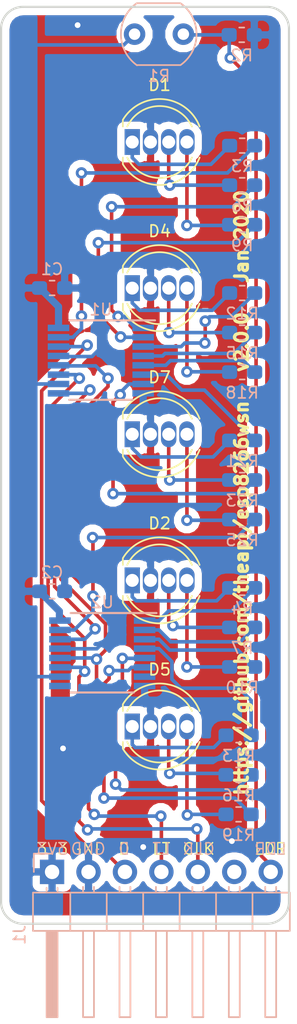
<source format=kicad_pcb>
(kicad_pcb (version 20171130) (host pcbnew 5.0.2-bee76a0~70~ubuntu16.04.1)

  (general
    (thickness 1.6)
    (drawings 26)
    (tracks 335)
    (zones 0)
    (modules 29)
    (nets 38)
  )

  (page A4)
  (layers
    (0 F.Cu signal)
    (31 B.Cu signal)
    (32 B.Adhes user)
    (33 F.Adhes user)
    (34 B.Paste user)
    (35 F.Paste user)
    (36 B.SilkS user)
    (37 F.SilkS user)
    (38 B.Mask user)
    (39 F.Mask user)
    (40 Dwgs.User user)
    (41 Cmts.User user hide)
    (42 Eco1.User user)
    (43 Eco2.User user)
    (44 Edge.Cuts user)
    (45 Margin user)
    (46 B.CrtYd user)
    (47 F.CrtYd user)
    (48 B.Fab user hide)
    (49 F.Fab user hide)
  )

  (setup
    (last_trace_width 0.25)
    (trace_clearance 0.2)
    (zone_clearance 0.508)
    (zone_45_only no)
    (trace_min 0.2)
    (segment_width 0.2)
    (edge_width 0.15)
    (via_size 0.8)
    (via_drill 0.4)
    (via_min_size 0.4)
    (via_min_drill 0.3)
    (uvia_size 0.3)
    (uvia_drill 0.1)
    (uvias_allowed no)
    (uvia_min_size 0.2)
    (uvia_min_drill 0.1)
    (pcb_text_width 0.3)
    (pcb_text_size 1.5 1.5)
    (mod_edge_width 0.15)
    (mod_text_size 0.8 0.8)
    (mod_text_width 0.12)
    (pad_size 1.524 1.524)
    (pad_drill 0.762)
    (pad_to_mask_clearance 0)
    (aux_axis_origin 149.35 114.25)
    (grid_origin 149.35 114.25)
    (visible_elements FFFFFF7F)
    (pcbplotparams
      (layerselection 0x010f0_ffffffff)
      (usegerberextensions false)
      (usegerberattributes false)
      (usegerberadvancedattributes false)
      (creategerberjobfile false)
      (excludeedgelayer true)
      (linewidth 0.500000)
      (plotframeref false)
      (viasonmask false)
      (mode 1)
      (useauxorigin false)
      (hpglpennumber 1)
      (hpglpenspeed 20)
      (hpglpendiameter 15.000000)
      (psnegative false)
      (psa4output false)
      (plotreference true)
      (plotvalue true)
      (plotinvisibletext false)
      (padsonsilk false)
      (subtractmaskfromsilk false)
      (outputformat 1)
      (mirror false)
      (drillshape 0)
      (scaleselection 1)
      (outputdirectory "../gerbers/"))
  )

  (net 0 "")
  (net 1 GND)
  (net 2 +3V3)
  (net 3 "Net-(D1-Pad4)")
  (net 4 "Net-(D1-Pad3)")
  (net 5 "Net-(D2-Pad3)")
  (net 6 "Net-(D2-Pad4)")
  (net 7 "Net-(D4-Pad3)")
  (net 8 "Net-(D4-Pad4)")
  (net 9 "Net-(D5-Pad3)")
  (net 10 "Net-(D5-Pad4)")
  (net 11 "Net-(D7-Pad4)")
  (net 12 "Net-(D7-Pad3)")
  (net 13 DATA)
  (net 14 LATCH)
  (net 15 CLOCK)
  (net 16 LDR)
  (net 17 "Net-(R3-Pad2)")
  (net 18 "Net-(R4-Pad2)")
  (net 19 "Net-(R6-Pad2)")
  (net 20 "Net-(R7-Pad2)")
  (net 21 "Net-(R9-Pad2)")
  (net 22 "Net-(R10-Pad2)")
  (net 23 "Net-(R12-Pad2)")
  (net 24 "Net-(R13-Pad2)")
  (net 25 "Net-(R15-Pad2)")
  (net 26 "Net-(R16-Pad2)")
  (net 27 "Net-(R18-Pad2)")
  (net 28 "Net-(R19-Pad2)")
  (net 29 "Net-(R21-Pad2)")
  (net 30 "Net-(R23-Pad2)")
  (net 31 "Net-(R25-Pad2)")
  (net 32 "Net-(U1-Pad9)")
  (net 33 "Net-(D1-Pad1)")
  (net 34 "Net-(D2-Pad1)")
  (net 35 "Net-(D4-Pad1)")
  (net 36 "Net-(D5-Pad1)")
  (net 37 "Net-(D7-Pad1)")

  (net_class Default "This is the default net class."
    (clearance 0.2)
    (trace_width 0.25)
    (via_dia 0.8)
    (via_drill 0.4)
    (uvia_dia 0.3)
    (uvia_drill 0.1)
    (add_net +3V3)
    (add_net CLOCK)
    (add_net DATA)
    (add_net GND)
    (add_net LATCH)
    (add_net LDR)
    (add_net "Net-(D1-Pad1)")
    (add_net "Net-(D1-Pad3)")
    (add_net "Net-(D1-Pad4)")
    (add_net "Net-(D2-Pad1)")
    (add_net "Net-(D2-Pad3)")
    (add_net "Net-(D2-Pad4)")
    (add_net "Net-(D4-Pad1)")
    (add_net "Net-(D4-Pad3)")
    (add_net "Net-(D4-Pad4)")
    (add_net "Net-(D5-Pad1)")
    (add_net "Net-(D5-Pad3)")
    (add_net "Net-(D5-Pad4)")
    (add_net "Net-(D7-Pad1)")
    (add_net "Net-(D7-Pad3)")
    (add_net "Net-(D7-Pad4)")
    (add_net "Net-(R10-Pad2)")
    (add_net "Net-(R12-Pad2)")
    (add_net "Net-(R13-Pad2)")
    (add_net "Net-(R15-Pad2)")
    (add_net "Net-(R16-Pad2)")
    (add_net "Net-(R18-Pad2)")
    (add_net "Net-(R19-Pad2)")
    (add_net "Net-(R21-Pad2)")
    (add_net "Net-(R23-Pad2)")
    (add_net "Net-(R25-Pad2)")
    (add_net "Net-(R3-Pad2)")
    (add_net "Net-(R4-Pad2)")
    (add_net "Net-(R6-Pad2)")
    (add_net "Net-(R7-Pad2)")
    (add_net "Net-(R9-Pad2)")
    (add_net "Net-(U1-Pad9)")
  )

  (net_class 3V3 ""
    (clearance 0.25)
    (trace_width 0.5)
    (via_dia 0.8)
    (via_drill 0.4)
    (uvia_dia 0.3)
    (uvia_drill 0.1)
  )

  (module theapi:TheApiLogoTiny (layer F.Cu) (tedit 5729157E) (tstamp 5E1F255B)
    (at 142.746 56.846)
    (fp_text reference REF** (at 0 0.5) (layer F.SilkS) hide
      (effects (font (size 0.8 0.8) (thickness 0.12)))
    )
    (fp_text value TheApiLogoTiny (at 0 -0.5) (layer F.Fab) hide
      (effects (font (size 1 1) (thickness 0.15)))
    )
    (fp_line (start 0.26 4.07) (end 0.42 3.55) (layer F.Mask) (width 0.1016))
    (fp_line (start 0.3 3.85) (end 0.26 4.07) (layer F.Mask) (width 0.1016))
    (fp_line (start 0.18 3.57) (end 0.3 3.85) (layer F.Mask) (width 0.1016))
    (fp_line (start -0.04 3.27) (end 0.18 3.57) (layer F.Mask) (width 0.1016))
    (fp_line (start -0.13 2.84) (end -0.04 3.27) (layer F.Mask) (width 0.1016))
    (fp_line (start 0.24 2.85) (end 0.24 2.68) (layer F.Mask) (width 0.1016))
    (fp_line (start 0.26 2.95) (end 0.24 2.85) (layer F.Mask) (width 0.1016))
    (fp_line (start 0.21 3.04) (end 0.26 2.95) (layer F.Mask) (width 0.1016))
    (fp_line (start 0.09 3.07) (end 0.21 3.04) (layer F.Mask) (width 0.1016))
    (fp_line (start -0.03 2.94) (end 0.09 3.07) (layer F.Mask) (width 0.1016))
    (fp_line (start -0.1 2.75) (end -0.03 2.94) (layer F.Mask) (width 0.1016))
    (fp_line (start 0.42 2.75) (end 0.33 2.62) (layer F.Mask) (width 0.1016))
    (fp_line (start 0.55 2.78) (end 0.42 2.75) (layer F.Mask) (width 0.1016))
    (fp_line (start 0.66 2.74) (end 0.55 2.78) (layer F.Mask) (width 0.1016))
    (fp_line (start 0.7 2.64) (end 0.66 2.74) (layer F.Mask) (width 0.1016))
    (fp_line (start 0.7 2.5) (end 0.7 2.64) (layer F.Mask) (width 0.1016))
    (fp_line (start 0.6 2.36) (end 0.7 2.5) (layer F.Mask) (width 0.1016))
    (fp_line (start 0.42 2.25) (end 0.6 2.36) (layer F.Mask) (width 0.1016))
    (fp_line (start 0.52 2.22) (end 0.42 2.22) (layer F.Mask) (width 0.1016))
    (fp_line (start 0.67 2.21) (end 0.52 2.22) (layer F.Mask) (width 0.1016))
    (fp_line (start 0.77 2.14) (end 0.67 2.21) (layer F.Mask) (width 0.1016))
    (fp_line (start 0.75 1.99) (end 0.77 2.14) (layer F.Mask) (width 0.1016))
    (fp_line (start 0.64 1.89) (end 0.75 1.99) (layer F.Mask) (width 0.1016))
    (fp_line (start 0.27 1.9) (end 0.64 1.89) (layer F.Mask) (width 0.1016))
    (fp_line (start 0.39 1.77) (end 0.3 1.91) (layer F.Mask) (width 0.1016))
    (fp_line (start 0.41 1.66) (end 0.39 1.77) (layer F.Mask) (width 0.1016))
    (fp_line (start 0.36 1.55) (end 0.41 1.66) (layer F.Mask) (width 0.1016))
    (fp_line (start 0.19 1.52) (end 0.36 1.55) (layer F.Mask) (width 0.1016))
    (fp_line (start 0.03 1.58) (end 0.19 1.52) (layer F.Mask) (width 0.1016))
    (fp_line (start -0.06 1.85) (end 0.03 1.58) (layer F.Mask) (width 0.1016))
    (fp_line (start -0.16 2.76) (end -0.17 2.73) (layer F.Mask) (width 0.1016))
    (fp_line (start -0.13 2.74) (end -0.16 2.76) (layer F.Mask) (width 0.1016))
    (fp_line (start -0.15 2.76) (end -0.13 2.74) (layer F.Mask) (width 0.1016))
    (fp_line (start -0.17 2.87) (end -0.15 2.76) (layer F.Mask) (width 0.1016))
    (fp_line (start -0.23 2.98) (end -0.17 2.87) (layer F.Mask) (width 0.1016))
    (fp_line (start -0.35 3.02) (end -0.23 2.98) (layer F.Mask) (width 0.1016))
    (fp_line (start -0.46 2.98) (end -0.35 3.02) (layer F.Mask) (width 0.1016))
    (fp_line (start -0.47 2.79) (end -0.46 2.98) (layer F.Mask) (width 0.1016))
    (fp_line (start -0.39 2.59) (end -0.47 2.79) (layer F.Mask) (width 0.1016))
    (fp_line (start -0.66 2.63) (end -0.41 2.57) (layer F.Mask) (width 0.1016))
    (fp_line (start -0.78 2.55) (end -0.66 2.63) (layer F.Mask) (width 0.1016))
    (fp_line (start -0.82 2.42) (end -0.78 2.55) (layer F.Mask) (width 0.1016))
    (fp_line (start -0.73 2.27) (end -0.82 2.42) (layer F.Mask) (width 0.1016))
    (fp_line (start -0.46 2.22) (end -0.73 2.27) (layer F.Mask) (width 0.1016))
    (fp_line (start -0.68 2.1) (end -0.47 2.15) (layer F.Mask) (width 0.1016))
    (fp_line (start -0.79 1.93) (end -0.68 2.1) (layer F.Mask) (width 0.1016))
    (fp_line (start -0.68 1.74) (end -0.79 1.93) (layer F.Mask) (width 0.1016))
    (fp_line (start -0.4 1.67) (end -0.68 1.74) (layer F.Mask) (width 0.1016))
    (fp_line (start -0.13 1.81) (end -0.4 1.67) (layer F.Mask) (width 0.1016))
    (fp_line (start 0.04 2.48) (end 0.16 2.39) (layer F.Mask) (width 0.0762))
    (fp_line (start -0.09 2.49) (end 0.04 2.48) (layer F.Mask) (width 0.0762))
    (fp_line (start -0.21 2.42) (end -0.09 2.49) (layer F.Mask) (width 0.0762))
    (fp_circle (center -0.16 2.2) (end -0.13 2.21) (layer F.Mask) (width 0.15))
    (fp_circle (center -0.02 2.28) (end 0.39 2.28) (layer F.Mask) (width 0.127))
    (fp_circle (center 0.12 2.2) (end 0.15 2.21) (layer F.Mask) (width 0.15))
  )

  (module theapi:TheApiLogoTiny (layer B.Cu) (tedit 5729157E) (tstamp 5E1F23C2)
    (at 142.746 56.846 180)
    (fp_text reference REF** (at 0 -0.5 180) (layer B.SilkS) hide
      (effects (font (size 0.8 0.8) (thickness 0.12)) (justify mirror))
    )
    (fp_text value TheApiLogoTiny (at 0 0.5 180) (layer B.Fab) hide
      (effects (font (size 1 1) (thickness 0.15)) (justify mirror))
    )
    (fp_circle (center 0.12 -2.2) (end 0.15 -2.21) (layer B.Mask) (width 0.15))
    (fp_circle (center -0.02 -2.28) (end 0.39 -2.28) (layer B.Mask) (width 0.127))
    (fp_circle (center -0.16 -2.2) (end -0.13 -2.21) (layer B.Mask) (width 0.15))
    (fp_line (start -0.21 -2.42) (end -0.09 -2.49) (layer B.Mask) (width 0.0762))
    (fp_line (start -0.09 -2.49) (end 0.04 -2.48) (layer B.Mask) (width 0.0762))
    (fp_line (start 0.04 -2.48) (end 0.16 -2.39) (layer B.Mask) (width 0.0762))
    (fp_line (start -0.13 -1.81) (end -0.4 -1.67) (layer B.Mask) (width 0.1016))
    (fp_line (start -0.4 -1.67) (end -0.68 -1.74) (layer B.Mask) (width 0.1016))
    (fp_line (start -0.68 -1.74) (end -0.79 -1.93) (layer B.Mask) (width 0.1016))
    (fp_line (start -0.79 -1.93) (end -0.68 -2.1) (layer B.Mask) (width 0.1016))
    (fp_line (start -0.68 -2.1) (end -0.47 -2.15) (layer B.Mask) (width 0.1016))
    (fp_line (start -0.46 -2.22) (end -0.73 -2.27) (layer B.Mask) (width 0.1016))
    (fp_line (start -0.73 -2.27) (end -0.82 -2.42) (layer B.Mask) (width 0.1016))
    (fp_line (start -0.82 -2.42) (end -0.78 -2.55) (layer B.Mask) (width 0.1016))
    (fp_line (start -0.78 -2.55) (end -0.66 -2.63) (layer B.Mask) (width 0.1016))
    (fp_line (start -0.66 -2.63) (end -0.41 -2.57) (layer B.Mask) (width 0.1016))
    (fp_line (start -0.39 -2.59) (end -0.47 -2.79) (layer B.Mask) (width 0.1016))
    (fp_line (start -0.47 -2.79) (end -0.46 -2.98) (layer B.Mask) (width 0.1016))
    (fp_line (start -0.46 -2.98) (end -0.35 -3.02) (layer B.Mask) (width 0.1016))
    (fp_line (start -0.35 -3.02) (end -0.23 -2.98) (layer B.Mask) (width 0.1016))
    (fp_line (start -0.23 -2.98) (end -0.17 -2.87) (layer B.Mask) (width 0.1016))
    (fp_line (start -0.17 -2.87) (end -0.15 -2.76) (layer B.Mask) (width 0.1016))
    (fp_line (start -0.15 -2.76) (end -0.13 -2.74) (layer B.Mask) (width 0.1016))
    (fp_line (start -0.13 -2.74) (end -0.16 -2.76) (layer B.Mask) (width 0.1016))
    (fp_line (start -0.16 -2.76) (end -0.17 -2.73) (layer B.Mask) (width 0.1016))
    (fp_line (start -0.06 -1.85) (end 0.03 -1.58) (layer B.Mask) (width 0.1016))
    (fp_line (start 0.03 -1.58) (end 0.19 -1.52) (layer B.Mask) (width 0.1016))
    (fp_line (start 0.19 -1.52) (end 0.36 -1.55) (layer B.Mask) (width 0.1016))
    (fp_line (start 0.36 -1.55) (end 0.41 -1.66) (layer B.Mask) (width 0.1016))
    (fp_line (start 0.41 -1.66) (end 0.39 -1.77) (layer B.Mask) (width 0.1016))
    (fp_line (start 0.39 -1.77) (end 0.3 -1.91) (layer B.Mask) (width 0.1016))
    (fp_line (start 0.27 -1.9) (end 0.64 -1.89) (layer B.Mask) (width 0.1016))
    (fp_line (start 0.64 -1.89) (end 0.75 -1.99) (layer B.Mask) (width 0.1016))
    (fp_line (start 0.75 -1.99) (end 0.77 -2.14) (layer B.Mask) (width 0.1016))
    (fp_line (start 0.77 -2.14) (end 0.67 -2.21) (layer B.Mask) (width 0.1016))
    (fp_line (start 0.67 -2.21) (end 0.52 -2.22) (layer B.Mask) (width 0.1016))
    (fp_line (start 0.52 -2.22) (end 0.42 -2.22) (layer B.Mask) (width 0.1016))
    (fp_line (start 0.42 -2.25) (end 0.6 -2.36) (layer B.Mask) (width 0.1016))
    (fp_line (start 0.6 -2.36) (end 0.7 -2.5) (layer B.Mask) (width 0.1016))
    (fp_line (start 0.7 -2.5) (end 0.7 -2.64) (layer B.Mask) (width 0.1016))
    (fp_line (start 0.7 -2.64) (end 0.66 -2.74) (layer B.Mask) (width 0.1016))
    (fp_line (start 0.66 -2.74) (end 0.55 -2.78) (layer B.Mask) (width 0.1016))
    (fp_line (start 0.55 -2.78) (end 0.42 -2.75) (layer B.Mask) (width 0.1016))
    (fp_line (start 0.42 -2.75) (end 0.33 -2.62) (layer B.Mask) (width 0.1016))
    (fp_line (start -0.1 -2.75) (end -0.03 -2.94) (layer B.Mask) (width 0.1016))
    (fp_line (start -0.03 -2.94) (end 0.09 -3.07) (layer B.Mask) (width 0.1016))
    (fp_line (start 0.09 -3.07) (end 0.21 -3.04) (layer B.Mask) (width 0.1016))
    (fp_line (start 0.21 -3.04) (end 0.26 -2.95) (layer B.Mask) (width 0.1016))
    (fp_line (start 0.26 -2.95) (end 0.24 -2.85) (layer B.Mask) (width 0.1016))
    (fp_line (start 0.24 -2.85) (end 0.24 -2.68) (layer B.Mask) (width 0.1016))
    (fp_line (start -0.13 -2.84) (end -0.04 -3.27) (layer B.Mask) (width 0.1016))
    (fp_line (start -0.04 -3.27) (end 0.18 -3.57) (layer B.Mask) (width 0.1016))
    (fp_line (start 0.18 -3.57) (end 0.3 -3.85) (layer B.Mask) (width 0.1016))
    (fp_line (start 0.3 -3.85) (end 0.26 -4.07) (layer B.Mask) (width 0.1016))
    (fp_line (start 0.26 -4.07) (end 0.42 -3.55) (layer B.Mask) (width 0.1016))
  )

  (module Resistor_SMD:R_0603_1608Metric_Pad1.05x0.95mm_HandSolder (layer B.Cu) (tedit 5B301BBD) (tstamp 5E27CFE6)
    (at 154.98 63.75)
    (descr "Resistor SMD 0603 (1608 Metric), square (rectangular) end terminal, IPC_7351 nominal with elongated pad for handsoldering. (Body size source: http://www.tortai-tech.com/upload/download/2011102023233369053.pdf), generated with kicad-footprint-generator")
    (tags "resistor handsolder")
    (path /5E1B6AE5)
    (attr smd)
    (fp_text reference R3 (at 0 1.43) (layer B.SilkS)
      (effects (font (size 0.8 0.8) (thickness 0.12)) (justify mirror))
    )
    (fp_text value 1K (at 0 -1.43) (layer B.Fab)
      (effects (font (size 1 1) (thickness 0.15)) (justify mirror))
    )
    (fp_line (start -0.8 -0.4) (end -0.8 0.4) (layer B.Fab) (width 0.1))
    (fp_line (start -0.8 0.4) (end 0.8 0.4) (layer B.Fab) (width 0.1))
    (fp_line (start 0.8 0.4) (end 0.8 -0.4) (layer B.Fab) (width 0.1))
    (fp_line (start 0.8 -0.4) (end -0.8 -0.4) (layer B.Fab) (width 0.1))
    (fp_line (start -0.171267 0.51) (end 0.171267 0.51) (layer B.SilkS) (width 0.12))
    (fp_line (start -0.171267 -0.51) (end 0.171267 -0.51) (layer B.SilkS) (width 0.12))
    (fp_line (start -1.65 -0.73) (end -1.65 0.73) (layer B.CrtYd) (width 0.05))
    (fp_line (start -1.65 0.73) (end 1.65 0.73) (layer B.CrtYd) (width 0.05))
    (fp_line (start 1.65 0.73) (end 1.65 -0.73) (layer B.CrtYd) (width 0.05))
    (fp_line (start 1.65 -0.73) (end -1.65 -0.73) (layer B.CrtYd) (width 0.05))
    (fp_text user %R (at 0 0) (layer B.Fab)
      (effects (font (size 0.4 0.4) (thickness 0.06)) (justify mirror))
    )
    (pad 1 smd roundrect (at -0.875 0) (size 1.05 0.95) (layers B.Cu B.Paste B.Mask) (roundrect_rratio 0.25)
      (net 33 "Net-(D1-Pad1)"))
    (pad 2 smd roundrect (at 0.875 0) (size 1.05 0.95) (layers B.Cu B.Paste B.Mask) (roundrect_rratio 0.25)
      (net 17 "Net-(R3-Pad2)"))
    (model ${KISYS3DMOD}/Resistor_SMD.3dshapes/R_0603_1608Metric.wrl
      (at (xyz 0 0 0))
      (scale (xyz 1 1 1))
      (rotate (xyz 0 0 0))
    )
  )

  (module Capacitor_SMD:C_0603_1608Metric_Pad1.05x0.95mm_HandSolder (layer B.Cu) (tedit 5B301BBE) (tstamp 5E27CE66)
    (at 141.732 73.65)
    (descr "Capacitor SMD 0603 (1608 Metric), square (rectangular) end terminal, IPC_7351 nominal with elongated pad for handsoldering. (Body size source: http://www.tortai-tech.com/upload/download/2011102023233369053.pdf), generated with kicad-footprint-generator")
    (tags "capacitor handsolder")
    (path /5E1BEC53)
    (attr smd)
    (fp_text reference C1 (at -0.002 -1.31) (layer B.SilkS)
      (effects (font (size 0.8 0.8) (thickness 0.12)) (justify mirror))
    )
    (fp_text value 0.1uF (at 0 -1.43) (layer B.Fab)
      (effects (font (size 1 1) (thickness 0.15)) (justify mirror))
    )
    (fp_text user %R (at 0 0) (layer B.Fab)
      (effects (font (size 0.4 0.4) (thickness 0.06)) (justify mirror))
    )
    (fp_line (start 1.65 -0.73) (end -1.65 -0.73) (layer B.CrtYd) (width 0.05))
    (fp_line (start 1.65 0.73) (end 1.65 -0.73) (layer B.CrtYd) (width 0.05))
    (fp_line (start -1.65 0.73) (end 1.65 0.73) (layer B.CrtYd) (width 0.05))
    (fp_line (start -1.65 -0.73) (end -1.65 0.73) (layer B.CrtYd) (width 0.05))
    (fp_line (start -0.171267 -0.51) (end 0.171267 -0.51) (layer B.SilkS) (width 0.12))
    (fp_line (start -0.171267 0.51) (end 0.171267 0.51) (layer B.SilkS) (width 0.12))
    (fp_line (start 0.8 -0.4) (end -0.8 -0.4) (layer B.Fab) (width 0.1))
    (fp_line (start 0.8 0.4) (end 0.8 -0.4) (layer B.Fab) (width 0.1))
    (fp_line (start -0.8 0.4) (end 0.8 0.4) (layer B.Fab) (width 0.1))
    (fp_line (start -0.8 -0.4) (end -0.8 0.4) (layer B.Fab) (width 0.1))
    (pad 2 smd roundrect (at 0.875 0) (size 1.05 0.95) (layers B.Cu B.Paste B.Mask) (roundrect_rratio 0.25)
      (net 1 GND))
    (pad 1 smd roundrect (at -0.875 0) (size 1.05 0.95) (layers B.Cu B.Paste B.Mask) (roundrect_rratio 0.25)
      (net 2 +3V3))
    (model ${KISYS3DMOD}/Capacitor_SMD.3dshapes/C_0603_1608Metric.wrl
      (at (xyz 0 0 0))
      (scale (xyz 1 1 1))
      (rotate (xyz 0 0 0))
    )
  )

  (module Capacitor_SMD:C_0603_1608Metric_Pad1.05x0.95mm_HandSolder (layer B.Cu) (tedit 5B301BBE) (tstamp 5E27CE77)
    (at 141.732 94.742)
    (descr "Capacitor SMD 0603 (1608 Metric), square (rectangular) end terminal, IPC_7351 nominal with elongated pad for handsoldering. (Body size source: http://www.tortai-tech.com/upload/download/2011102023233369053.pdf), generated with kicad-footprint-generator")
    (tags "capacitor handsolder")
    (path /5E1C4646)
    (attr smd)
    (fp_text reference C2 (at -0.002 -1.32) (layer B.SilkS)
      (effects (font (size 0.8 0.8) (thickness 0.12)) (justify mirror))
    )
    (fp_text value 0.1uF (at 0 -1.43) (layer B.Fab)
      (effects (font (size 1 1) (thickness 0.15)) (justify mirror))
    )
    (fp_line (start -0.8 -0.4) (end -0.8 0.4) (layer B.Fab) (width 0.1))
    (fp_line (start -0.8 0.4) (end 0.8 0.4) (layer B.Fab) (width 0.1))
    (fp_line (start 0.8 0.4) (end 0.8 -0.4) (layer B.Fab) (width 0.1))
    (fp_line (start 0.8 -0.4) (end -0.8 -0.4) (layer B.Fab) (width 0.1))
    (fp_line (start -0.171267 0.51) (end 0.171267 0.51) (layer B.SilkS) (width 0.12))
    (fp_line (start -0.171267 -0.51) (end 0.171267 -0.51) (layer B.SilkS) (width 0.12))
    (fp_line (start -1.65 -0.73) (end -1.65 0.73) (layer B.CrtYd) (width 0.05))
    (fp_line (start -1.65 0.73) (end 1.65 0.73) (layer B.CrtYd) (width 0.05))
    (fp_line (start 1.65 0.73) (end 1.65 -0.73) (layer B.CrtYd) (width 0.05))
    (fp_line (start 1.65 -0.73) (end -1.65 -0.73) (layer B.CrtYd) (width 0.05))
    (fp_text user %R (at 0 0) (layer B.Fab)
      (effects (font (size 0.4 0.4) (thickness 0.06)) (justify mirror))
    )
    (pad 1 smd roundrect (at -0.875 0) (size 1.05 0.95) (layers B.Cu B.Paste B.Mask) (roundrect_rratio 0.25)
      (net 2 +3V3))
    (pad 2 smd roundrect (at 0.875 0) (size 1.05 0.95) (layers B.Cu B.Paste B.Mask) (roundrect_rratio 0.25)
      (net 1 GND))
    (model ${KISYS3DMOD}/Capacitor_SMD.3dshapes/C_0603_1608Metric.wrl
      (at (xyz 0 0 0))
      (scale (xyz 1 1 1))
      (rotate (xyz 0 0 0))
    )
  )

  (module Connector_PinHeader_2.54mm:PinHeader_1x07_P2.54mm_Horizontal locked (layer B.Cu) (tedit 59FED5CB) (tstamp 5E27CFA4)
    (at 141.73 114.25 270)
    (descr "Through hole angled pin header, 1x07, 2.54mm pitch, 6mm pin length, single row")
    (tags "Through hole angled pin header THT 1x07 2.54mm single row")
    (path /5E1DFC25)
    (fp_text reference J1 (at 4.385 2.27 270) (layer B.SilkS)
      (effects (font (size 0.8 0.8) (thickness 0.12)) (justify mirror))
    )
    (fp_text value Connector (at 4.385 -17.51 270) (layer B.Fab)
      (effects (font (size 1 1) (thickness 0.15)) (justify mirror))
    )
    (fp_line (start 2.135 1.27) (end 4.04 1.27) (layer B.Fab) (width 0.1))
    (fp_line (start 4.04 1.27) (end 4.04 -16.51) (layer B.Fab) (width 0.1))
    (fp_line (start 4.04 -16.51) (end 1.5 -16.51) (layer B.Fab) (width 0.1))
    (fp_line (start 1.5 -16.51) (end 1.5 0.635) (layer B.Fab) (width 0.1))
    (fp_line (start 1.5 0.635) (end 2.135 1.27) (layer B.Fab) (width 0.1))
    (fp_line (start -0.32 0.32) (end 1.5 0.32) (layer B.Fab) (width 0.1))
    (fp_line (start -0.32 0.32) (end -0.32 -0.32) (layer B.Fab) (width 0.1))
    (fp_line (start -0.32 -0.32) (end 1.5 -0.32) (layer B.Fab) (width 0.1))
    (fp_line (start 4.04 0.32) (end 10.04 0.32) (layer B.Fab) (width 0.1))
    (fp_line (start 10.04 0.32) (end 10.04 -0.32) (layer B.Fab) (width 0.1))
    (fp_line (start 4.04 -0.32) (end 10.04 -0.32) (layer B.Fab) (width 0.1))
    (fp_line (start -0.32 -2.22) (end 1.5 -2.22) (layer B.Fab) (width 0.1))
    (fp_line (start -0.32 -2.22) (end -0.32 -2.86) (layer B.Fab) (width 0.1))
    (fp_line (start -0.32 -2.86) (end 1.5 -2.86) (layer B.Fab) (width 0.1))
    (fp_line (start 4.04 -2.22) (end 10.04 -2.22) (layer B.Fab) (width 0.1))
    (fp_line (start 10.04 -2.22) (end 10.04 -2.86) (layer B.Fab) (width 0.1))
    (fp_line (start 4.04 -2.86) (end 10.04 -2.86) (layer B.Fab) (width 0.1))
    (fp_line (start -0.32 -4.76) (end 1.5 -4.76) (layer B.Fab) (width 0.1))
    (fp_line (start -0.32 -4.76) (end -0.32 -5.4) (layer B.Fab) (width 0.1))
    (fp_line (start -0.32 -5.4) (end 1.5 -5.4) (layer B.Fab) (width 0.1))
    (fp_line (start 4.04 -4.76) (end 10.04 -4.76) (layer B.Fab) (width 0.1))
    (fp_line (start 10.04 -4.76) (end 10.04 -5.4) (layer B.Fab) (width 0.1))
    (fp_line (start 4.04 -5.4) (end 10.04 -5.4) (layer B.Fab) (width 0.1))
    (fp_line (start -0.32 -7.3) (end 1.5 -7.3) (layer B.Fab) (width 0.1))
    (fp_line (start -0.32 -7.3) (end -0.32 -7.94) (layer B.Fab) (width 0.1))
    (fp_line (start -0.32 -7.94) (end 1.5 -7.94) (layer B.Fab) (width 0.1))
    (fp_line (start 4.04 -7.3) (end 10.04 -7.3) (layer B.Fab) (width 0.1))
    (fp_line (start 10.04 -7.3) (end 10.04 -7.94) (layer B.Fab) (width 0.1))
    (fp_line (start 4.04 -7.94) (end 10.04 -7.94) (layer B.Fab) (width 0.1))
    (fp_line (start -0.32 -9.84) (end 1.5 -9.84) (layer B.Fab) (width 0.1))
    (fp_line (start -0.32 -9.84) (end -0.32 -10.48) (layer B.Fab) (width 0.1))
    (fp_line (start -0.32 -10.48) (end 1.5 -10.48) (layer B.Fab) (width 0.1))
    (fp_line (start 4.04 -9.84) (end 10.04 -9.84) (layer B.Fab) (width 0.1))
    (fp_line (start 10.04 -9.84) (end 10.04 -10.48) (layer B.Fab) (width 0.1))
    (fp_line (start 4.04 -10.48) (end 10.04 -10.48) (layer B.Fab) (width 0.1))
    (fp_line (start -0.32 -12.38) (end 1.5 -12.38) (layer B.Fab) (width 0.1))
    (fp_line (start -0.32 -12.38) (end -0.32 -13.02) (layer B.Fab) (width 0.1))
    (fp_line (start -0.32 -13.02) (end 1.5 -13.02) (layer B.Fab) (width 0.1))
    (fp_line (start 4.04 -12.38) (end 10.04 -12.38) (layer B.Fab) (width 0.1))
    (fp_line (start 10.04 -12.38) (end 10.04 -13.02) (layer B.Fab) (width 0.1))
    (fp_line (start 4.04 -13.02) (end 10.04 -13.02) (layer B.Fab) (width 0.1))
    (fp_line (start -0.32 -14.92) (end 1.5 -14.92) (layer B.Fab) (width 0.1))
    (fp_line (start -0.32 -14.92) (end -0.32 -15.56) (layer B.Fab) (width 0.1))
    (fp_line (start -0.32 -15.56) (end 1.5 -15.56) (layer B.Fab) (width 0.1))
    (fp_line (start 4.04 -14.92) (end 10.04 -14.92) (layer B.Fab) (width 0.1))
    (fp_line (start 10.04 -14.92) (end 10.04 -15.56) (layer B.Fab) (width 0.1))
    (fp_line (start 4.04 -15.56) (end 10.04 -15.56) (layer B.Fab) (width 0.1))
    (fp_line (start 1.44 1.33) (end 1.44 -16.57) (layer B.SilkS) (width 0.12))
    (fp_line (start 1.44 -16.57) (end 4.1 -16.57) (layer B.SilkS) (width 0.12))
    (fp_line (start 4.1 -16.57) (end 4.1 1.33) (layer B.SilkS) (width 0.12))
    (fp_line (start 4.1 1.33) (end 1.44 1.33) (layer B.SilkS) (width 0.12))
    (fp_line (start 4.1 0.38) (end 10.1 0.38) (layer B.SilkS) (width 0.12))
    (fp_line (start 10.1 0.38) (end 10.1 -0.38) (layer B.SilkS) (width 0.12))
    (fp_line (start 10.1 -0.38) (end 4.1 -0.38) (layer B.SilkS) (width 0.12))
    (fp_line (start 4.1 0.32) (end 10.1 0.32) (layer B.SilkS) (width 0.12))
    (fp_line (start 4.1 0.2) (end 10.1 0.2) (layer B.SilkS) (width 0.12))
    (fp_line (start 4.1 0.08) (end 10.1 0.08) (layer B.SilkS) (width 0.12))
    (fp_line (start 4.1 -0.04) (end 10.1 -0.04) (layer B.SilkS) (width 0.12))
    (fp_line (start 4.1 -0.16) (end 10.1 -0.16) (layer B.SilkS) (width 0.12))
    (fp_line (start 4.1 -0.28) (end 10.1 -0.28) (layer B.SilkS) (width 0.12))
    (fp_line (start 1.11 0.38) (end 1.44 0.38) (layer B.SilkS) (width 0.12))
    (fp_line (start 1.11 -0.38) (end 1.44 -0.38) (layer B.SilkS) (width 0.12))
    (fp_line (start 1.44 -1.27) (end 4.1 -1.27) (layer B.SilkS) (width 0.12))
    (fp_line (start 4.1 -2.16) (end 10.1 -2.16) (layer B.SilkS) (width 0.12))
    (fp_line (start 10.1 -2.16) (end 10.1 -2.92) (layer B.SilkS) (width 0.12))
    (fp_line (start 10.1 -2.92) (end 4.1 -2.92) (layer B.SilkS) (width 0.12))
    (fp_line (start 1.042929 -2.16) (end 1.44 -2.16) (layer B.SilkS) (width 0.12))
    (fp_line (start 1.042929 -2.92) (end 1.44 -2.92) (layer B.SilkS) (width 0.12))
    (fp_line (start 1.44 -3.81) (end 4.1 -3.81) (layer B.SilkS) (width 0.12))
    (fp_line (start 4.1 -4.7) (end 10.1 -4.7) (layer B.SilkS) (width 0.12))
    (fp_line (start 10.1 -4.7) (end 10.1 -5.46) (layer B.SilkS) (width 0.12))
    (fp_line (start 10.1 -5.46) (end 4.1 -5.46) (layer B.SilkS) (width 0.12))
    (fp_line (start 1.042929 -4.7) (end 1.44 -4.7) (layer B.SilkS) (width 0.12))
    (fp_line (start 1.042929 -5.46) (end 1.44 -5.46) (layer B.SilkS) (width 0.12))
    (fp_line (start 1.44 -6.35) (end 4.1 -6.35) (layer B.SilkS) (width 0.12))
    (fp_line (start 4.1 -7.24) (end 10.1 -7.24) (layer B.SilkS) (width 0.12))
    (fp_line (start 10.1 -7.24) (end 10.1 -8) (layer B.SilkS) (width 0.12))
    (fp_line (start 10.1 -8) (end 4.1 -8) (layer B.SilkS) (width 0.12))
    (fp_line (start 1.042929 -7.24) (end 1.44 -7.24) (layer B.SilkS) (width 0.12))
    (fp_line (start 1.042929 -8) (end 1.44 -8) (layer B.SilkS) (width 0.12))
    (fp_line (start 1.44 -8.89) (end 4.1 -8.89) (layer B.SilkS) (width 0.12))
    (fp_line (start 4.1 -9.78) (end 10.1 -9.78) (layer B.SilkS) (width 0.12))
    (fp_line (start 10.1 -9.78) (end 10.1 -10.54) (layer B.SilkS) (width 0.12))
    (fp_line (start 10.1 -10.54) (end 4.1 -10.54) (layer B.SilkS) (width 0.12))
    (fp_line (start 1.042929 -9.78) (end 1.44 -9.78) (layer B.SilkS) (width 0.12))
    (fp_line (start 1.042929 -10.54) (end 1.44 -10.54) (layer B.SilkS) (width 0.12))
    (fp_line (start 1.44 -11.43) (end 4.1 -11.43) (layer B.SilkS) (width 0.12))
    (fp_line (start 4.1 -12.32) (end 10.1 -12.32) (layer B.SilkS) (width 0.12))
    (fp_line (start 10.1 -12.32) (end 10.1 -13.08) (layer B.SilkS) (width 0.12))
    (fp_line (start 10.1 -13.08) (end 4.1 -13.08) (layer B.SilkS) (width 0.12))
    (fp_line (start 1.042929 -12.32) (end 1.44 -12.32) (layer B.SilkS) (width 0.12))
    (fp_line (start 1.042929 -13.08) (end 1.44 -13.08) (layer B.SilkS) (width 0.12))
    (fp_line (start 1.44 -13.97) (end 4.1 -13.97) (layer B.SilkS) (width 0.12))
    (fp_line (start 4.1 -14.86) (end 10.1 -14.86) (layer B.SilkS) (width 0.12))
    (fp_line (start 10.1 -14.86) (end 10.1 -15.62) (layer B.SilkS) (width 0.12))
    (fp_line (start 10.1 -15.62) (end 4.1 -15.62) (layer B.SilkS) (width 0.12))
    (fp_line (start 1.042929 -14.86) (end 1.44 -14.86) (layer B.SilkS) (width 0.12))
    (fp_line (start 1.042929 -15.62) (end 1.44 -15.62) (layer B.SilkS) (width 0.12))
    (fp_line (start -1.27 0) (end -1.27 1.27) (layer B.SilkS) (width 0.12))
    (fp_line (start -1.27 1.27) (end 0 1.27) (layer B.SilkS) (width 0.12))
    (fp_line (start -1.8 1.8) (end -1.8 -17.05) (layer B.CrtYd) (width 0.05))
    (fp_line (start -1.8 -17.05) (end 10.55 -17.05) (layer B.CrtYd) (width 0.05))
    (fp_line (start 10.55 -17.05) (end 10.55 1.8) (layer B.CrtYd) (width 0.05))
    (fp_line (start 10.55 1.8) (end -1.8 1.8) (layer B.CrtYd) (width 0.05))
    (fp_text user %R (at 2.77 -7.62 180) (layer B.Fab)
      (effects (font (size 1 1) (thickness 0.15)) (justify mirror))
    )
    (pad 1 thru_hole rect (at 0 0 270) (size 1.7 1.7) (drill 1) (layers *.Cu *.Mask)
      (net 2 +3V3))
    (pad 2 thru_hole oval (at 0 -2.54 270) (size 1.7 1.7) (drill 1) (layers *.Cu *.Mask)
      (net 1 GND))
    (pad 3 thru_hole oval (at 0 -5.08 270) (size 1.7 1.7) (drill 1) (layers *.Cu *.Mask)
      (net 13 DATA))
    (pad 4 thru_hole oval (at 0 -7.62 270) (size 1.7 1.7) (drill 1) (layers *.Cu *.Mask)
      (net 14 LATCH))
    (pad 5 thru_hole oval (at 0 -10.16 270) (size 1.7 1.7) (drill 1) (layers *.Cu *.Mask)
      (net 15 CLOCK))
    (pad 6 thru_hole oval (at 0 -12.7 270) (size 1.7 1.7) (drill 1) (layers *.Cu *.Mask))
    (pad 7 thru_hole oval (at 0 -15.24 270) (size 1.7 1.7) (drill 1) (layers *.Cu *.Mask)
      (net 16 LDR))
    (model ${KISYS3DMOD}/Connector_PinHeader_2.54mm.3dshapes/PinHeader_1x07_P2.54mm_Horizontal.wrl
      (at (xyz 0 0 0))
      (scale (xyz 1 1 1))
      (rotate (xyz 0 0 0))
    )
  )

  (module OptoDevice:R_LDR_5.1x4.3mm_P3.4mm_Vertical locked (layer B.Cu) (tedit 5B8603DB) (tstamp 5E27CFC4)
    (at 147.48 56)
    (descr "Resistor, LDR 5.1x3.4mm, see http://yourduino.com/docs/Photoresistor-5516-datasheet.pdf")
    (tags "Resistor LDR5.1x3.4mm")
    (path /5E1B583D)
    (fp_text reference R1 (at 1.7 2.9) (layer B.SilkS)
      (effects (font (size 0.8 0.8) (thickness 0.12)) (justify mirror))
    )
    (fp_text value LDR03 (at 1.5 -3) (layer B.Fab)
      (effects (font (size 1 1) (thickness 0.15)) (justify mirror))
    )
    (fp_text user %R (at 1.7 2.9) (layer B.Fab)
      (effects (font (size 1 1) (thickness 0.15)) (justify mirror))
    )
    (fp_line (start 0.15 -2.15) (end 3.2 -2.15) (layer B.SilkS) (width 0.12))
    (fp_line (start 0.15 2.15) (end 3.2 2.15) (layer B.SilkS) (width 0.12))
    (fp_line (start 1 0) (end 2.3 0) (layer B.Fab) (width 0.1))
    (fp_line (start 2.3 0) (end 2.3 0.6) (layer B.Fab) (width 0.1))
    (fp_line (start 2.3 0.6) (end 0.8 0.6) (layer B.Fab) (width 0.1))
    (fp_line (start 2.6 -0.6) (end 1 -0.6) (layer B.Fab) (width 0.1))
    (fp_line (start 0.8 1.8) (end 2.6 1.8) (layer B.Fab) (width 0.1))
    (fp_line (start 2.6 1.8) (end 2.6 1.2) (layer B.Fab) (width 0.1))
    (fp_line (start 2.6 1.2) (end 0.8 1.2) (layer B.Fab) (width 0.1))
    (fp_line (start 0.8 1.2) (end 0.8 0.6) (layer B.Fab) (width 0.1))
    (fp_line (start 1 0) (end 1 -0.6) (layer B.Fab) (width 0.1))
    (fp_line (start 2.6 -0.6) (end 2.6 -1.2) (layer B.Fab) (width 0.1))
    (fp_line (start 2.6 -1.2) (end 0.8 -1.2) (layer B.Fab) (width 0.1))
    (fp_line (start 0.8 -1.2) (end 0.8 -1.8) (layer B.Fab) (width 0.1))
    (fp_line (start 0.8 -1.8) (end 2.6 -1.8) (layer B.Fab) (width 0.1))
    (fp_line (start 3.2 -2.1) (end 0.2 -2.1) (layer B.Fab) (width 0.1))
    (fp_line (start 0.2 2.1) (end 3.2 2.1) (layer B.Fab) (width 0.1))
    (fp_line (start -1.13 2.35) (end 4.53 2.35) (layer B.CrtYd) (width 0.05))
    (fp_line (start -1.13 2.35) (end -1.13 -2.35) (layer B.CrtYd) (width 0.05))
    (fp_line (start 4.53 -2.35) (end 4.53 2.35) (layer B.CrtYd) (width 0.05))
    (fp_line (start 4.53 -2.35) (end -1.13 -2.35) (layer B.CrtYd) (width 0.05))
    (fp_arc (start 1.7 0) (end 0.15 -2.15) (angle -109) (layer B.SilkS) (width 0.12))
    (fp_arc (start 1.7 0) (end 3.2 2.15) (angle -109) (layer B.SilkS) (width 0.12))
    (fp_arc (start 1.7 0) (end 3.2 2.1) (angle -109) (layer B.Fab) (width 0.1))
    (fp_arc (start 1.7 0) (end 0.2 -2.1) (angle -109) (layer B.Fab) (width 0.1))
    (pad 1 thru_hole circle (at 0 0) (size 1.5 1.5) (drill 0.8) (layers *.Cu *.Mask)
      (net 2 +3V3))
    (pad 2 thru_hole circle (at 3.4 0) (size 1.5 1.5) (drill 0.8) (layers *.Cu *.Mask)
      (net 16 LDR))
    (model ${KISYS3DMOD}/OptoDevice.3dshapes/R_LDR_5.1x4.3mm_P3.4mm_Vertical.wrl
      (at (xyz 0 0 0))
      (scale (xyz 1 1 1))
      (rotate (xyz 0 0 0))
    )
  )

  (module Resistor_SMD:R_0603_1608Metric_Pad1.05x0.95mm_HandSolder (layer B.Cu) (tedit 5B301BBD) (tstamp 5E27CFD5)
    (at 154.95 56.05)
    (descr "Resistor SMD 0603 (1608 Metric), square (rectangular) end terminal, IPC_7351 nominal with elongated pad for handsoldering. (Body size source: http://www.tortai-tech.com/upload/download/2011102023233369053.pdf), generated with kicad-footprint-generator")
    (tags "resistor handsolder")
    (path /5E1DA262)
    (attr smd)
    (fp_text reference R2 (at 0 1.43) (layer B.SilkS)
      (effects (font (size 0.8 0.8) (thickness 0.12)) (justify mirror))
    )
    (fp_text value 10K (at 0 -1.43) (layer B.Fab)
      (effects (font (size 1 1) (thickness 0.15)) (justify mirror))
    )
    (fp_text user %R (at 0 0) (layer B.Fab)
      (effects (font (size 0.4 0.4) (thickness 0.06)) (justify mirror))
    )
    (fp_line (start 1.65 -0.73) (end -1.65 -0.73) (layer B.CrtYd) (width 0.05))
    (fp_line (start 1.65 0.73) (end 1.65 -0.73) (layer B.CrtYd) (width 0.05))
    (fp_line (start -1.65 0.73) (end 1.65 0.73) (layer B.CrtYd) (width 0.05))
    (fp_line (start -1.65 -0.73) (end -1.65 0.73) (layer B.CrtYd) (width 0.05))
    (fp_line (start -0.171267 -0.51) (end 0.171267 -0.51) (layer B.SilkS) (width 0.12))
    (fp_line (start -0.171267 0.51) (end 0.171267 0.51) (layer B.SilkS) (width 0.12))
    (fp_line (start 0.8 -0.4) (end -0.8 -0.4) (layer B.Fab) (width 0.1))
    (fp_line (start 0.8 0.4) (end 0.8 -0.4) (layer B.Fab) (width 0.1))
    (fp_line (start -0.8 0.4) (end 0.8 0.4) (layer B.Fab) (width 0.1))
    (fp_line (start -0.8 -0.4) (end -0.8 0.4) (layer B.Fab) (width 0.1))
    (pad 2 smd roundrect (at 0.875 0) (size 1.05 0.95) (layers B.Cu B.Paste B.Mask) (roundrect_rratio 0.25)
      (net 1 GND))
    (pad 1 smd roundrect (at -0.875 0) (size 1.05 0.95) (layers B.Cu B.Paste B.Mask) (roundrect_rratio 0.25)
      (net 16 LDR))
    (model ${KISYS3DMOD}/Resistor_SMD.3dshapes/R_0603_1608Metric.wrl
      (at (xyz 0 0 0))
      (scale (xyz 1 1 1))
      (rotate (xyz 0 0 0))
    )
  )

  (module Resistor_SMD:R_0603_1608Metric_Pad1.05x0.95mm_HandSolder (layer B.Cu) (tedit 5B301BBD) (tstamp 5E27E301)
    (at 154.98 94.5)
    (descr "Resistor SMD 0603 (1608 Metric), square (rectangular) end terminal, IPC_7351 nominal with elongated pad for handsoldering. (Body size source: http://www.tortai-tech.com/upload/download/2011102023233369053.pdf), generated with kicad-footprint-generator")
    (tags "resistor handsolder")
    (path /5E1C45E7)
    (attr smd)
    (fp_text reference R4 (at 0 1.43) (layer B.SilkS)
      (effects (font (size 0.8 0.8) (thickness 0.12)) (justify mirror))
    )
    (fp_text value 1K (at 0 -1.43) (layer B.Fab)
      (effects (font (size 1 1) (thickness 0.15)) (justify mirror))
    )
    (fp_text user %R (at 0 0) (layer B.Fab)
      (effects (font (size 0.4 0.4) (thickness 0.06)) (justify mirror))
    )
    (fp_line (start 1.65 -0.73) (end -1.65 -0.73) (layer B.CrtYd) (width 0.05))
    (fp_line (start 1.65 0.73) (end 1.65 -0.73) (layer B.CrtYd) (width 0.05))
    (fp_line (start -1.65 0.73) (end 1.65 0.73) (layer B.CrtYd) (width 0.05))
    (fp_line (start -1.65 -0.73) (end -1.65 0.73) (layer B.CrtYd) (width 0.05))
    (fp_line (start -0.171267 -0.51) (end 0.171267 -0.51) (layer B.SilkS) (width 0.12))
    (fp_line (start -0.171267 0.51) (end 0.171267 0.51) (layer B.SilkS) (width 0.12))
    (fp_line (start 0.8 -0.4) (end -0.8 -0.4) (layer B.Fab) (width 0.1))
    (fp_line (start 0.8 0.4) (end 0.8 -0.4) (layer B.Fab) (width 0.1))
    (fp_line (start -0.8 0.4) (end 0.8 0.4) (layer B.Fab) (width 0.1))
    (fp_line (start -0.8 -0.4) (end -0.8 0.4) (layer B.Fab) (width 0.1))
    (pad 2 smd roundrect (at 0.875 0) (size 1.05 0.95) (layers B.Cu B.Paste B.Mask) (roundrect_rratio 0.25)
      (net 18 "Net-(R4-Pad2)"))
    (pad 1 smd roundrect (at -0.875 0) (size 1.05 0.95) (layers B.Cu B.Paste B.Mask) (roundrect_rratio 0.25)
      (net 34 "Net-(D2-Pad1)"))
    (model ${KISYS3DMOD}/Resistor_SMD.3dshapes/R_0603_1608Metric.wrl
      (at (xyz 0 0 0))
      (scale (xyz 1 1 1))
      (rotate (xyz 0 0 0))
    )
  )

  (module Resistor_SMD:R_0603_1608Metric_Pad1.05x0.95mm_HandSolder (layer B.Cu) (tedit 5B301BBD) (tstamp 5E27D019)
    (at 154.98 66.5)
    (descr "Resistor SMD 0603 (1608 Metric), square (rectangular) end terminal, IPC_7351 nominal with elongated pad for handsoldering. (Body size source: http://www.tortai-tech.com/upload/download/2011102023233369053.pdf), generated with kicad-footprint-generator")
    (tags "resistor handsolder")
    (path /5E1B6ABB)
    (attr smd)
    (fp_text reference R6 (at 0 1.43) (layer B.SilkS)
      (effects (font (size 0.8 0.8) (thickness 0.12)) (justify mirror))
    )
    (fp_text value 1K (at 0 -1.43) (layer B.Fab)
      (effects (font (size 1 1) (thickness 0.15)) (justify mirror))
    )
    (fp_text user %R (at 0 0) (layer B.Fab)
      (effects (font (size 0.4 0.4) (thickness 0.06)) (justify mirror))
    )
    (fp_line (start 1.65 -0.73) (end -1.65 -0.73) (layer B.CrtYd) (width 0.05))
    (fp_line (start 1.65 0.73) (end 1.65 -0.73) (layer B.CrtYd) (width 0.05))
    (fp_line (start -1.65 0.73) (end 1.65 0.73) (layer B.CrtYd) (width 0.05))
    (fp_line (start -1.65 -0.73) (end -1.65 0.73) (layer B.CrtYd) (width 0.05))
    (fp_line (start -0.171267 -0.51) (end 0.171267 -0.51) (layer B.SilkS) (width 0.12))
    (fp_line (start -0.171267 0.51) (end 0.171267 0.51) (layer B.SilkS) (width 0.12))
    (fp_line (start 0.8 -0.4) (end -0.8 -0.4) (layer B.Fab) (width 0.1))
    (fp_line (start 0.8 0.4) (end 0.8 -0.4) (layer B.Fab) (width 0.1))
    (fp_line (start -0.8 0.4) (end 0.8 0.4) (layer B.Fab) (width 0.1))
    (fp_line (start -0.8 -0.4) (end -0.8 0.4) (layer B.Fab) (width 0.1))
    (pad 2 smd roundrect (at 0.875 0) (size 1.05 0.95) (layers B.Cu B.Paste B.Mask) (roundrect_rratio 0.25)
      (net 19 "Net-(R6-Pad2)"))
    (pad 1 smd roundrect (at -0.875 0) (size 1.05 0.95) (layers B.Cu B.Paste B.Mask) (roundrect_rratio 0.25)
      (net 4 "Net-(D1-Pad3)"))
    (model ${KISYS3DMOD}/Resistor_SMD.3dshapes/R_0603_1608Metric.wrl
      (at (xyz 0 0 0))
      (scale (xyz 1 1 1))
      (rotate (xyz 0 0 0))
    )
  )

  (module Resistor_SMD:R_0603_1608Metric_Pad1.05x0.95mm_HandSolder (layer B.Cu) (tedit 5B301BBD) (tstamp 5E27D02A)
    (at 154.98 97.25)
    (descr "Resistor SMD 0603 (1608 Metric), square (rectangular) end terminal, IPC_7351 nominal with elongated pad for handsoldering. (Body size source: http://www.tortai-tech.com/upload/download/2011102023233369053.pdf), generated with kicad-footprint-generator")
    (tags "resistor handsolder")
    (path /5E1C45E0)
    (attr smd)
    (fp_text reference R7 (at 0 1.43) (layer B.SilkS)
      (effects (font (size 0.8 0.8) (thickness 0.12)) (justify mirror))
    )
    (fp_text value 1K (at 0 -1.43) (layer B.Fab)
      (effects (font (size 1 1) (thickness 0.15)) (justify mirror))
    )
    (fp_line (start -0.8 -0.4) (end -0.8 0.4) (layer B.Fab) (width 0.1))
    (fp_line (start -0.8 0.4) (end 0.8 0.4) (layer B.Fab) (width 0.1))
    (fp_line (start 0.8 0.4) (end 0.8 -0.4) (layer B.Fab) (width 0.1))
    (fp_line (start 0.8 -0.4) (end -0.8 -0.4) (layer B.Fab) (width 0.1))
    (fp_line (start -0.171267 0.51) (end 0.171267 0.51) (layer B.SilkS) (width 0.12))
    (fp_line (start -0.171267 -0.51) (end 0.171267 -0.51) (layer B.SilkS) (width 0.12))
    (fp_line (start -1.65 -0.73) (end -1.65 0.73) (layer B.CrtYd) (width 0.05))
    (fp_line (start -1.65 0.73) (end 1.65 0.73) (layer B.CrtYd) (width 0.05))
    (fp_line (start 1.65 0.73) (end 1.65 -0.73) (layer B.CrtYd) (width 0.05))
    (fp_line (start 1.65 -0.73) (end -1.65 -0.73) (layer B.CrtYd) (width 0.05))
    (fp_text user %R (at 0 0) (layer B.Fab)
      (effects (font (size 0.4 0.4) (thickness 0.06)) (justify mirror))
    )
    (pad 1 smd roundrect (at -0.875 0) (size 1.05 0.95) (layers B.Cu B.Paste B.Mask) (roundrect_rratio 0.25)
      (net 5 "Net-(D2-Pad3)"))
    (pad 2 smd roundrect (at 0.875 0) (size 1.05 0.95) (layers B.Cu B.Paste B.Mask) (roundrect_rratio 0.25)
      (net 20 "Net-(R7-Pad2)"))
    (model ${KISYS3DMOD}/Resistor_SMD.3dshapes/R_0603_1608Metric.wrl
      (at (xyz 0 0 0))
      (scale (xyz 1 1 1))
      (rotate (xyz 0 0 0))
    )
  )

  (module Resistor_SMD:R_0603_1608Metric_Pad1.05x0.95mm_HandSolder (layer B.Cu) (tedit 5B301BBD) (tstamp 5E27D04C)
    (at 154.98 69.25)
    (descr "Resistor SMD 0603 (1608 Metric), square (rectangular) end terminal, IPC_7351 nominal with elongated pad for handsoldering. (Body size source: http://www.tortai-tech.com/upload/download/2011102023233369053.pdf), generated with kicad-footprint-generator")
    (tags "resistor handsolder")
    (path /5E1B6604)
    (attr smd)
    (fp_text reference R9 (at 0 1.43) (layer B.SilkS)
      (effects (font (size 0.8 0.8) (thickness 0.12)) (justify mirror))
    )
    (fp_text value 1K (at 0 -1.43) (layer B.Fab)
      (effects (font (size 1 1) (thickness 0.15)) (justify mirror))
    )
    (fp_line (start -0.8 -0.4) (end -0.8 0.4) (layer B.Fab) (width 0.1))
    (fp_line (start -0.8 0.4) (end 0.8 0.4) (layer B.Fab) (width 0.1))
    (fp_line (start 0.8 0.4) (end 0.8 -0.4) (layer B.Fab) (width 0.1))
    (fp_line (start 0.8 -0.4) (end -0.8 -0.4) (layer B.Fab) (width 0.1))
    (fp_line (start -0.171267 0.51) (end 0.171267 0.51) (layer B.SilkS) (width 0.12))
    (fp_line (start -0.171267 -0.51) (end 0.171267 -0.51) (layer B.SilkS) (width 0.12))
    (fp_line (start -1.65 -0.73) (end -1.65 0.73) (layer B.CrtYd) (width 0.05))
    (fp_line (start -1.65 0.73) (end 1.65 0.73) (layer B.CrtYd) (width 0.05))
    (fp_line (start 1.65 0.73) (end 1.65 -0.73) (layer B.CrtYd) (width 0.05))
    (fp_line (start 1.65 -0.73) (end -1.65 -0.73) (layer B.CrtYd) (width 0.05))
    (fp_text user %R (at 0 0) (layer B.Fab)
      (effects (font (size 0.4 0.4) (thickness 0.06)) (justify mirror))
    )
    (pad 1 smd roundrect (at -0.875 0) (size 1.05 0.95) (layers B.Cu B.Paste B.Mask) (roundrect_rratio 0.25)
      (net 3 "Net-(D1-Pad4)"))
    (pad 2 smd roundrect (at 0.875 0) (size 1.05 0.95) (layers B.Cu B.Paste B.Mask) (roundrect_rratio 0.25)
      (net 21 "Net-(R9-Pad2)"))
    (model ${KISYS3DMOD}/Resistor_SMD.3dshapes/R_0603_1608Metric.wrl
      (at (xyz 0 0 0))
      (scale (xyz 1 1 1))
      (rotate (xyz 0 0 0))
    )
  )

  (module Resistor_SMD:R_0603_1608Metric_Pad1.05x0.95mm_HandSolder (layer B.Cu) (tedit 5B301BBD) (tstamp 5E27D05D)
    (at 154.98 100)
    (descr "Resistor SMD 0603 (1608 Metric), square (rectangular) end terminal, IPC_7351 nominal with elongated pad for handsoldering. (Body size source: http://www.tortai-tech.com/upload/download/2011102023233369053.pdf), generated with kicad-footprint-generator")
    (tags "resistor handsolder")
    (path /5E1C45D9)
    (attr smd)
    (fp_text reference R10 (at 0 1.43) (layer B.SilkS)
      (effects (font (size 0.8 0.8) (thickness 0.12)) (justify mirror))
    )
    (fp_text value 1K (at 0 -1.43) (layer B.Fab)
      (effects (font (size 1 1) (thickness 0.15)) (justify mirror))
    )
    (fp_text user %R (at 0 0) (layer B.Fab)
      (effects (font (size 0.4 0.4) (thickness 0.06)) (justify mirror))
    )
    (fp_line (start 1.65 -0.73) (end -1.65 -0.73) (layer B.CrtYd) (width 0.05))
    (fp_line (start 1.65 0.73) (end 1.65 -0.73) (layer B.CrtYd) (width 0.05))
    (fp_line (start -1.65 0.73) (end 1.65 0.73) (layer B.CrtYd) (width 0.05))
    (fp_line (start -1.65 -0.73) (end -1.65 0.73) (layer B.CrtYd) (width 0.05))
    (fp_line (start -0.171267 -0.51) (end 0.171267 -0.51) (layer B.SilkS) (width 0.12))
    (fp_line (start -0.171267 0.51) (end 0.171267 0.51) (layer B.SilkS) (width 0.12))
    (fp_line (start 0.8 -0.4) (end -0.8 -0.4) (layer B.Fab) (width 0.1))
    (fp_line (start 0.8 0.4) (end 0.8 -0.4) (layer B.Fab) (width 0.1))
    (fp_line (start -0.8 0.4) (end 0.8 0.4) (layer B.Fab) (width 0.1))
    (fp_line (start -0.8 -0.4) (end -0.8 0.4) (layer B.Fab) (width 0.1))
    (pad 2 smd roundrect (at 0.875 0) (size 1.05 0.95) (layers B.Cu B.Paste B.Mask) (roundrect_rratio 0.25)
      (net 22 "Net-(R10-Pad2)"))
    (pad 1 smd roundrect (at -0.875 0) (size 1.05 0.95) (layers B.Cu B.Paste B.Mask) (roundrect_rratio 0.25)
      (net 6 "Net-(D2-Pad4)"))
    (model ${KISYS3DMOD}/Resistor_SMD.3dshapes/R_0603_1608Metric.wrl
      (at (xyz 0 0 0))
      (scale (xyz 1 1 1))
      (rotate (xyz 0 0 0))
    )
  )

  (module Resistor_SMD:R_0603_1608Metric_Pad1.05x0.95mm_HandSolder (layer B.Cu) (tedit 5B301BBD) (tstamp 5E29287D)
    (at 154.98 74)
    (descr "Resistor SMD 0603 (1608 Metric), square (rectangular) end terminal, IPC_7351 nominal with elongated pad for handsoldering. (Body size source: http://www.tortai-tech.com/upload/download/2011102023233369053.pdf), generated with kicad-footprint-generator")
    (tags "resistor handsolder")
    (path /5E1B6E85)
    (attr smd)
    (fp_text reference R12 (at 0 1.43) (layer B.SilkS)
      (effects (font (size 0.8 0.8) (thickness 0.12)) (justify mirror))
    )
    (fp_text value 1K (at 0 -1.43) (layer B.Fab)
      (effects (font (size 1 1) (thickness 0.15)) (justify mirror))
    )
    (fp_line (start -0.8 -0.4) (end -0.8 0.4) (layer B.Fab) (width 0.1))
    (fp_line (start -0.8 0.4) (end 0.8 0.4) (layer B.Fab) (width 0.1))
    (fp_line (start 0.8 0.4) (end 0.8 -0.4) (layer B.Fab) (width 0.1))
    (fp_line (start 0.8 -0.4) (end -0.8 -0.4) (layer B.Fab) (width 0.1))
    (fp_line (start -0.171267 0.51) (end 0.171267 0.51) (layer B.SilkS) (width 0.12))
    (fp_line (start -0.171267 -0.51) (end 0.171267 -0.51) (layer B.SilkS) (width 0.12))
    (fp_line (start -1.65 -0.73) (end -1.65 0.73) (layer B.CrtYd) (width 0.05))
    (fp_line (start -1.65 0.73) (end 1.65 0.73) (layer B.CrtYd) (width 0.05))
    (fp_line (start 1.65 0.73) (end 1.65 -0.73) (layer B.CrtYd) (width 0.05))
    (fp_line (start 1.65 -0.73) (end -1.65 -0.73) (layer B.CrtYd) (width 0.05))
    (fp_text user %R (at 0 0) (layer B.Fab)
      (effects (font (size 0.4 0.4) (thickness 0.06)) (justify mirror))
    )
    (pad 1 smd roundrect (at -0.875 0) (size 1.05 0.95) (layers B.Cu B.Paste B.Mask) (roundrect_rratio 0.25)
      (net 35 "Net-(D4-Pad1)"))
    (pad 2 smd roundrect (at 0.875 0) (size 1.05 0.95) (layers B.Cu B.Paste B.Mask) (roundrect_rratio 0.25)
      (net 23 "Net-(R12-Pad2)"))
    (model ${KISYS3DMOD}/Resistor_SMD.3dshapes/R_0603_1608Metric.wrl
      (at (xyz 0 0 0))
      (scale (xyz 1 1 1))
      (rotate (xyz 0 0 0))
    )
  )

  (module Resistor_SMD:R_0603_1608Metric_Pad1.05x0.95mm_HandSolder (layer B.Cu) (tedit 5B301BBD) (tstamp 5E27D090)
    (at 154.73 104.75)
    (descr "Resistor SMD 0603 (1608 Metric), square (rectangular) end terminal, IPC_7351 nominal with elongated pad for handsoldering. (Body size source: http://www.tortai-tech.com/upload/download/2011102023233369053.pdf), generated with kicad-footprint-generator")
    (tags "resistor handsolder")
    (path /5E1C4609)
    (attr smd)
    (fp_text reference R13 (at 0 1.43) (layer B.SilkS)
      (effects (font (size 0.8 0.8) (thickness 0.12)) (justify mirror))
    )
    (fp_text value 1K (at 0 -1.43) (layer B.Fab)
      (effects (font (size 1 1) (thickness 0.15)) (justify mirror))
    )
    (fp_text user %R (at 0 0) (layer B.Fab)
      (effects (font (size 0.4 0.4) (thickness 0.06)) (justify mirror))
    )
    (fp_line (start 1.65 -0.73) (end -1.65 -0.73) (layer B.CrtYd) (width 0.05))
    (fp_line (start 1.65 0.73) (end 1.65 -0.73) (layer B.CrtYd) (width 0.05))
    (fp_line (start -1.65 0.73) (end 1.65 0.73) (layer B.CrtYd) (width 0.05))
    (fp_line (start -1.65 -0.73) (end -1.65 0.73) (layer B.CrtYd) (width 0.05))
    (fp_line (start -0.171267 -0.51) (end 0.171267 -0.51) (layer B.SilkS) (width 0.12))
    (fp_line (start -0.171267 0.51) (end 0.171267 0.51) (layer B.SilkS) (width 0.12))
    (fp_line (start 0.8 -0.4) (end -0.8 -0.4) (layer B.Fab) (width 0.1))
    (fp_line (start 0.8 0.4) (end 0.8 -0.4) (layer B.Fab) (width 0.1))
    (fp_line (start -0.8 0.4) (end 0.8 0.4) (layer B.Fab) (width 0.1))
    (fp_line (start -0.8 -0.4) (end -0.8 0.4) (layer B.Fab) (width 0.1))
    (pad 2 smd roundrect (at 0.875 0) (size 1.05 0.95) (layers B.Cu B.Paste B.Mask) (roundrect_rratio 0.25)
      (net 24 "Net-(R13-Pad2)"))
    (pad 1 smd roundrect (at -0.875 0) (size 1.05 0.95) (layers B.Cu B.Paste B.Mask) (roundrect_rratio 0.25)
      (net 36 "Net-(D5-Pad1)"))
    (model ${KISYS3DMOD}/Resistor_SMD.3dshapes/R_0603_1608Metric.wrl
      (at (xyz 0 0 0))
      (scale (xyz 1 1 1))
      (rotate (xyz 0 0 0))
    )
  )

  (module Resistor_SMD:R_0603_1608Metric_Pad1.05x0.95mm_HandSolder (layer B.Cu) (tedit 5B301BBD) (tstamp 5E27D0B2)
    (at 154.98 76.75)
    (descr "Resistor SMD 0603 (1608 Metric), square (rectangular) end terminal, IPC_7351 nominal with elongated pad for handsoldering. (Body size source: http://www.tortai-tech.com/upload/download/2011102023233369053.pdf), generated with kicad-footprint-generator")
    (tags "resistor handsolder")
    (path /5E1B6E7E)
    (attr smd)
    (fp_text reference R15 (at 0 1.43) (layer B.SilkS)
      (effects (font (size 0.8 0.8) (thickness 0.12)) (justify mirror))
    )
    (fp_text value 1K (at 0 -1.43) (layer B.Fab)
      (effects (font (size 1 1) (thickness 0.15)) (justify mirror))
    )
    (fp_text user %R (at 0 0) (layer B.Fab)
      (effects (font (size 0.4 0.4) (thickness 0.06)) (justify mirror))
    )
    (fp_line (start 1.65 -0.73) (end -1.65 -0.73) (layer B.CrtYd) (width 0.05))
    (fp_line (start 1.65 0.73) (end 1.65 -0.73) (layer B.CrtYd) (width 0.05))
    (fp_line (start -1.65 0.73) (end 1.65 0.73) (layer B.CrtYd) (width 0.05))
    (fp_line (start -1.65 -0.73) (end -1.65 0.73) (layer B.CrtYd) (width 0.05))
    (fp_line (start -0.171267 -0.51) (end 0.171267 -0.51) (layer B.SilkS) (width 0.12))
    (fp_line (start -0.171267 0.51) (end 0.171267 0.51) (layer B.SilkS) (width 0.12))
    (fp_line (start 0.8 -0.4) (end -0.8 -0.4) (layer B.Fab) (width 0.1))
    (fp_line (start 0.8 0.4) (end 0.8 -0.4) (layer B.Fab) (width 0.1))
    (fp_line (start -0.8 0.4) (end 0.8 0.4) (layer B.Fab) (width 0.1))
    (fp_line (start -0.8 -0.4) (end -0.8 0.4) (layer B.Fab) (width 0.1))
    (pad 2 smd roundrect (at 0.875 0) (size 1.05 0.95) (layers B.Cu B.Paste B.Mask) (roundrect_rratio 0.25)
      (net 25 "Net-(R15-Pad2)"))
    (pad 1 smd roundrect (at -0.875 0) (size 1.05 0.95) (layers B.Cu B.Paste B.Mask) (roundrect_rratio 0.25)
      (net 7 "Net-(D4-Pad3)"))
    (model ${KISYS3DMOD}/Resistor_SMD.3dshapes/R_0603_1608Metric.wrl
      (at (xyz 0 0 0))
      (scale (xyz 1 1 1))
      (rotate (xyz 0 0 0))
    )
  )

  (module Resistor_SMD:R_0603_1608Metric_Pad1.05x0.95mm_HandSolder (layer B.Cu) (tedit 5B301BBD) (tstamp 5E27D0C3)
    (at 154.73 107.5)
    (descr "Resistor SMD 0603 (1608 Metric), square (rectangular) end terminal, IPC_7351 nominal with elongated pad for handsoldering. (Body size source: http://www.tortai-tech.com/upload/download/2011102023233369053.pdf), generated with kicad-footprint-generator")
    (tags "resistor handsolder")
    (path /5E1C4602)
    (attr smd)
    (fp_text reference R16 (at 0 1.43) (layer B.SilkS)
      (effects (font (size 0.8 0.8) (thickness 0.12)) (justify mirror))
    )
    (fp_text value 1K (at 0 -1.43) (layer B.Fab)
      (effects (font (size 1 1) (thickness 0.15)) (justify mirror))
    )
    (fp_line (start -0.8 -0.4) (end -0.8 0.4) (layer B.Fab) (width 0.1))
    (fp_line (start -0.8 0.4) (end 0.8 0.4) (layer B.Fab) (width 0.1))
    (fp_line (start 0.8 0.4) (end 0.8 -0.4) (layer B.Fab) (width 0.1))
    (fp_line (start 0.8 -0.4) (end -0.8 -0.4) (layer B.Fab) (width 0.1))
    (fp_line (start -0.171267 0.51) (end 0.171267 0.51) (layer B.SilkS) (width 0.12))
    (fp_line (start -0.171267 -0.51) (end 0.171267 -0.51) (layer B.SilkS) (width 0.12))
    (fp_line (start -1.65 -0.73) (end -1.65 0.73) (layer B.CrtYd) (width 0.05))
    (fp_line (start -1.65 0.73) (end 1.65 0.73) (layer B.CrtYd) (width 0.05))
    (fp_line (start 1.65 0.73) (end 1.65 -0.73) (layer B.CrtYd) (width 0.05))
    (fp_line (start 1.65 -0.73) (end -1.65 -0.73) (layer B.CrtYd) (width 0.05))
    (fp_text user %R (at 0 0) (layer B.Fab)
      (effects (font (size 0.4 0.4) (thickness 0.06)) (justify mirror))
    )
    (pad 1 smd roundrect (at -0.875 0) (size 1.05 0.95) (layers B.Cu B.Paste B.Mask) (roundrect_rratio 0.25)
      (net 9 "Net-(D5-Pad3)"))
    (pad 2 smd roundrect (at 0.875 0) (size 1.05 0.95) (layers B.Cu B.Paste B.Mask) (roundrect_rratio 0.25)
      (net 26 "Net-(R16-Pad2)"))
    (model ${KISYS3DMOD}/Resistor_SMD.3dshapes/R_0603_1608Metric.wrl
      (at (xyz 0 0 0))
      (scale (xyz 1 1 1))
      (rotate (xyz 0 0 0))
    )
  )

  (module Resistor_SMD:R_0603_1608Metric_Pad1.05x0.95mm_HandSolder (layer B.Cu) (tedit 5B301BBD) (tstamp 5E27D0E5)
    (at 154.98 79.5)
    (descr "Resistor SMD 0603 (1608 Metric), square (rectangular) end terminal, IPC_7351 nominal with elongated pad for handsoldering. (Body size source: http://www.tortai-tech.com/upload/download/2011102023233369053.pdf), generated with kicad-footprint-generator")
    (tags "resistor handsolder")
    (path /5E1B6E77)
    (attr smd)
    (fp_text reference R18 (at 0 1.43) (layer B.SilkS)
      (effects (font (size 0.8 0.8) (thickness 0.12)) (justify mirror))
    )
    (fp_text value 1K (at 0 -1.43) (layer B.Fab)
      (effects (font (size 1 1) (thickness 0.15)) (justify mirror))
    )
    (fp_line (start -0.8 -0.4) (end -0.8 0.4) (layer B.Fab) (width 0.1))
    (fp_line (start -0.8 0.4) (end 0.8 0.4) (layer B.Fab) (width 0.1))
    (fp_line (start 0.8 0.4) (end 0.8 -0.4) (layer B.Fab) (width 0.1))
    (fp_line (start 0.8 -0.4) (end -0.8 -0.4) (layer B.Fab) (width 0.1))
    (fp_line (start -0.171267 0.51) (end 0.171267 0.51) (layer B.SilkS) (width 0.12))
    (fp_line (start -0.171267 -0.51) (end 0.171267 -0.51) (layer B.SilkS) (width 0.12))
    (fp_line (start -1.65 -0.73) (end -1.65 0.73) (layer B.CrtYd) (width 0.05))
    (fp_line (start -1.65 0.73) (end 1.65 0.73) (layer B.CrtYd) (width 0.05))
    (fp_line (start 1.65 0.73) (end 1.65 -0.73) (layer B.CrtYd) (width 0.05))
    (fp_line (start 1.65 -0.73) (end -1.65 -0.73) (layer B.CrtYd) (width 0.05))
    (fp_text user %R (at 0 0) (layer B.Fab)
      (effects (font (size 0.4 0.4) (thickness 0.06)) (justify mirror))
    )
    (pad 1 smd roundrect (at -0.875 0) (size 1.05 0.95) (layers B.Cu B.Paste B.Mask) (roundrect_rratio 0.25)
      (net 8 "Net-(D4-Pad4)"))
    (pad 2 smd roundrect (at 0.875 0) (size 1.05 0.95) (layers B.Cu B.Paste B.Mask) (roundrect_rratio 0.25)
      (net 27 "Net-(R18-Pad2)"))
    (model ${KISYS3DMOD}/Resistor_SMD.3dshapes/R_0603_1608Metric.wrl
      (at (xyz 0 0 0))
      (scale (xyz 1 1 1))
      (rotate (xyz 0 0 0))
    )
  )

  (module Resistor_SMD:R_0603_1608Metric_Pad1.05x0.95mm_HandSolder (layer B.Cu) (tedit 5B301BBD) (tstamp 5E27D0F6)
    (at 154.73 110.25)
    (descr "Resistor SMD 0603 (1608 Metric), square (rectangular) end terminal, IPC_7351 nominal with elongated pad for handsoldering. (Body size source: http://www.tortai-tech.com/upload/download/2011102023233369053.pdf), generated with kicad-footprint-generator")
    (tags "resistor handsolder")
    (path /5E1C45FB)
    (attr smd)
    (fp_text reference R19 (at 0 1.43) (layer B.SilkS)
      (effects (font (size 0.8 0.8) (thickness 0.12)) (justify mirror))
    )
    (fp_text value 1K (at 0 -1.43) (layer B.Fab)
      (effects (font (size 1 1) (thickness 0.15)) (justify mirror))
    )
    (fp_text user %R (at 0 0) (layer B.Fab)
      (effects (font (size 0.4 0.4) (thickness 0.06)) (justify mirror))
    )
    (fp_line (start 1.65 -0.73) (end -1.65 -0.73) (layer B.CrtYd) (width 0.05))
    (fp_line (start 1.65 0.73) (end 1.65 -0.73) (layer B.CrtYd) (width 0.05))
    (fp_line (start -1.65 0.73) (end 1.65 0.73) (layer B.CrtYd) (width 0.05))
    (fp_line (start -1.65 -0.73) (end -1.65 0.73) (layer B.CrtYd) (width 0.05))
    (fp_line (start -0.171267 -0.51) (end 0.171267 -0.51) (layer B.SilkS) (width 0.12))
    (fp_line (start -0.171267 0.51) (end 0.171267 0.51) (layer B.SilkS) (width 0.12))
    (fp_line (start 0.8 -0.4) (end -0.8 -0.4) (layer B.Fab) (width 0.1))
    (fp_line (start 0.8 0.4) (end 0.8 -0.4) (layer B.Fab) (width 0.1))
    (fp_line (start -0.8 0.4) (end 0.8 0.4) (layer B.Fab) (width 0.1))
    (fp_line (start -0.8 -0.4) (end -0.8 0.4) (layer B.Fab) (width 0.1))
    (pad 2 smd roundrect (at 0.875 0) (size 1.05 0.95) (layers B.Cu B.Paste B.Mask) (roundrect_rratio 0.25)
      (net 28 "Net-(R19-Pad2)"))
    (pad 1 smd roundrect (at -0.875 0) (size 1.05 0.95) (layers B.Cu B.Paste B.Mask) (roundrect_rratio 0.25)
      (net 10 "Net-(D5-Pad4)"))
    (model ${KISYS3DMOD}/Resistor_SMD.3dshapes/R_0603_1608Metric.wrl
      (at (xyz 0 0 0))
      (scale (xyz 1 1 1))
      (rotate (xyz 0 0 0))
    )
  )

  (module Resistor_SMD:R_0603_1608Metric_Pad1.05x0.95mm_HandSolder (layer B.Cu) (tedit 5B301BBD) (tstamp 5E27D118)
    (at 154.98 84.25)
    (descr "Resistor SMD 0603 (1608 Metric), square (rectangular) end terminal, IPC_7351 nominal with elongated pad for handsoldering. (Body size source: http://www.tortai-tech.com/upload/download/2011102023233369053.pdf), generated with kicad-footprint-generator")
    (tags "resistor handsolder")
    (path /5E1B705E)
    (attr smd)
    (fp_text reference R21 (at 0 1.43) (layer B.SilkS)
      (effects (font (size 0.8 0.8) (thickness 0.12)) (justify mirror))
    )
    (fp_text value 1K (at 0 -1.43) (layer B.Fab)
      (effects (font (size 1 1) (thickness 0.15)) (justify mirror))
    )
    (fp_line (start -0.8 -0.4) (end -0.8 0.4) (layer B.Fab) (width 0.1))
    (fp_line (start -0.8 0.4) (end 0.8 0.4) (layer B.Fab) (width 0.1))
    (fp_line (start 0.8 0.4) (end 0.8 -0.4) (layer B.Fab) (width 0.1))
    (fp_line (start 0.8 -0.4) (end -0.8 -0.4) (layer B.Fab) (width 0.1))
    (fp_line (start -0.171267 0.51) (end 0.171267 0.51) (layer B.SilkS) (width 0.12))
    (fp_line (start -0.171267 -0.51) (end 0.171267 -0.51) (layer B.SilkS) (width 0.12))
    (fp_line (start -1.65 -0.73) (end -1.65 0.73) (layer B.CrtYd) (width 0.05))
    (fp_line (start -1.65 0.73) (end 1.65 0.73) (layer B.CrtYd) (width 0.05))
    (fp_line (start 1.65 0.73) (end 1.65 -0.73) (layer B.CrtYd) (width 0.05))
    (fp_line (start 1.65 -0.73) (end -1.65 -0.73) (layer B.CrtYd) (width 0.05))
    (fp_text user %R (at 0 0) (layer B.Fab)
      (effects (font (size 0.4 0.4) (thickness 0.06)) (justify mirror))
    )
    (pad 1 smd roundrect (at -0.875 0) (size 1.05 0.95) (layers B.Cu B.Paste B.Mask) (roundrect_rratio 0.25)
      (net 37 "Net-(D7-Pad1)"))
    (pad 2 smd roundrect (at 0.875 0) (size 1.05 0.95) (layers B.Cu B.Paste B.Mask) (roundrect_rratio 0.25)
      (net 29 "Net-(R21-Pad2)"))
    (model ${KISYS3DMOD}/Resistor_SMD.3dshapes/R_0603_1608Metric.wrl
      (at (xyz 0 0 0))
      (scale (xyz 1 1 1))
      (rotate (xyz 0 0 0))
    )
  )

  (module Resistor_SMD:R_0603_1608Metric_Pad1.05x0.95mm_HandSolder (layer B.Cu) (tedit 5B301BBD) (tstamp 5E27D13A)
    (at 154.98 87)
    (descr "Resistor SMD 0603 (1608 Metric), square (rectangular) end terminal, IPC_7351 nominal with elongated pad for handsoldering. (Body size source: http://www.tortai-tech.com/upload/download/2011102023233369053.pdf), generated with kicad-footprint-generator")
    (tags "resistor handsolder")
    (path /5E1B7057)
    (attr smd)
    (fp_text reference R23 (at 0 1.43) (layer B.SilkS)
      (effects (font (size 0.8 0.8) (thickness 0.12)) (justify mirror))
    )
    (fp_text value 1K (at 0 -1.43) (layer B.Fab)
      (effects (font (size 1 1) (thickness 0.15)) (justify mirror))
    )
    (fp_text user %R (at 0 0) (layer B.Fab)
      (effects (font (size 0.4 0.4) (thickness 0.06)) (justify mirror))
    )
    (fp_line (start 1.65 -0.73) (end -1.65 -0.73) (layer B.CrtYd) (width 0.05))
    (fp_line (start 1.65 0.73) (end 1.65 -0.73) (layer B.CrtYd) (width 0.05))
    (fp_line (start -1.65 0.73) (end 1.65 0.73) (layer B.CrtYd) (width 0.05))
    (fp_line (start -1.65 -0.73) (end -1.65 0.73) (layer B.CrtYd) (width 0.05))
    (fp_line (start -0.171267 -0.51) (end 0.171267 -0.51) (layer B.SilkS) (width 0.12))
    (fp_line (start -0.171267 0.51) (end 0.171267 0.51) (layer B.SilkS) (width 0.12))
    (fp_line (start 0.8 -0.4) (end -0.8 -0.4) (layer B.Fab) (width 0.1))
    (fp_line (start 0.8 0.4) (end 0.8 -0.4) (layer B.Fab) (width 0.1))
    (fp_line (start -0.8 0.4) (end 0.8 0.4) (layer B.Fab) (width 0.1))
    (fp_line (start -0.8 -0.4) (end -0.8 0.4) (layer B.Fab) (width 0.1))
    (pad 2 smd roundrect (at 0.875 0) (size 1.05 0.95) (layers B.Cu B.Paste B.Mask) (roundrect_rratio 0.25)
      (net 30 "Net-(R23-Pad2)"))
    (pad 1 smd roundrect (at -0.875 0) (size 1.05 0.95) (layers B.Cu B.Paste B.Mask) (roundrect_rratio 0.25)
      (net 12 "Net-(D7-Pad3)"))
    (model ${KISYS3DMOD}/Resistor_SMD.3dshapes/R_0603_1608Metric.wrl
      (at (xyz 0 0 0))
      (scale (xyz 1 1 1))
      (rotate (xyz 0 0 0))
    )
  )

  (module Resistor_SMD:R_0603_1608Metric_Pad1.05x0.95mm_HandSolder (layer B.Cu) (tedit 5B301BBD) (tstamp 5E27D15C)
    (at 154.98 89.75)
    (descr "Resistor SMD 0603 (1608 Metric), square (rectangular) end terminal, IPC_7351 nominal with elongated pad for handsoldering. (Body size source: http://www.tortai-tech.com/upload/download/2011102023233369053.pdf), generated with kicad-footprint-generator")
    (tags "resistor handsolder")
    (path /5E1B7050)
    (attr smd)
    (fp_text reference R25 (at 0 1.43) (layer B.SilkS)
      (effects (font (size 0.8 0.8) (thickness 0.12)) (justify mirror))
    )
    (fp_text value 1K (at 0 -1.43) (layer B.Fab)
      (effects (font (size 1 1) (thickness 0.15)) (justify mirror))
    )
    (fp_line (start -0.8 -0.4) (end -0.8 0.4) (layer B.Fab) (width 0.1))
    (fp_line (start -0.8 0.4) (end 0.8 0.4) (layer B.Fab) (width 0.1))
    (fp_line (start 0.8 0.4) (end 0.8 -0.4) (layer B.Fab) (width 0.1))
    (fp_line (start 0.8 -0.4) (end -0.8 -0.4) (layer B.Fab) (width 0.1))
    (fp_line (start -0.171267 0.51) (end 0.171267 0.51) (layer B.SilkS) (width 0.12))
    (fp_line (start -0.171267 -0.51) (end 0.171267 -0.51) (layer B.SilkS) (width 0.12))
    (fp_line (start -1.65 -0.73) (end -1.65 0.73) (layer B.CrtYd) (width 0.05))
    (fp_line (start -1.65 0.73) (end 1.65 0.73) (layer B.CrtYd) (width 0.05))
    (fp_line (start 1.65 0.73) (end 1.65 -0.73) (layer B.CrtYd) (width 0.05))
    (fp_line (start 1.65 -0.73) (end -1.65 -0.73) (layer B.CrtYd) (width 0.05))
    (fp_text user %R (at 0 0) (layer B.Fab)
      (effects (font (size 0.4 0.4) (thickness 0.06)) (justify mirror))
    )
    (pad 1 smd roundrect (at -0.875 0) (size 1.05 0.95) (layers B.Cu B.Paste B.Mask) (roundrect_rratio 0.25)
      (net 11 "Net-(D7-Pad4)"))
    (pad 2 smd roundrect (at 0.875 0) (size 1.05 0.95) (layers B.Cu B.Paste B.Mask) (roundrect_rratio 0.25)
      (net 31 "Net-(R25-Pad2)"))
    (model ${KISYS3DMOD}/Resistor_SMD.3dshapes/R_0603_1608Metric.wrl
      (at (xyz 0 0 0))
      (scale (xyz 1 1 1))
      (rotate (xyz 0 0 0))
    )
  )

  (module Package_SO:TSSOP-16_4.4x5mm_P0.65mm (layer B.Cu) (tedit 5A02F25C) (tstamp 5E1EDC36)
    (at 145.13 78.7 180)
    (descr "16-Lead Plastic Thin Shrink Small Outline (ST)-4.4 mm Body [TSSOP] (see Microchip Packaging Specification 00000049BS.pdf)")
    (tags "SSOP 0.65")
    (path /5E1B5A23)
    (attr smd)
    (fp_text reference U1 (at 0 3.55 180) (layer B.SilkS)
      (effects (font (size 0.8 0.8) (thickness 0.12)) (justify mirror))
    )
    (fp_text value 74HC595 (at 0 -3.55 180) (layer B.Fab)
      (effects (font (size 1 1) (thickness 0.15)) (justify mirror))
    )
    (fp_line (start -1.2 2.5) (end 2.2 2.5) (layer B.Fab) (width 0.15))
    (fp_line (start 2.2 2.5) (end 2.2 -2.5) (layer B.Fab) (width 0.15))
    (fp_line (start 2.2 -2.5) (end -2.2 -2.5) (layer B.Fab) (width 0.15))
    (fp_line (start -2.2 -2.5) (end -2.2 1.5) (layer B.Fab) (width 0.15))
    (fp_line (start -2.2 1.5) (end -1.2 2.5) (layer B.Fab) (width 0.15))
    (fp_line (start -3.95 2.9) (end -3.95 -2.8) (layer B.CrtYd) (width 0.05))
    (fp_line (start 3.95 2.9) (end 3.95 -2.8) (layer B.CrtYd) (width 0.05))
    (fp_line (start -3.95 2.9) (end 3.95 2.9) (layer B.CrtYd) (width 0.05))
    (fp_line (start -3.95 -2.8) (end 3.95 -2.8) (layer B.CrtYd) (width 0.05))
    (fp_line (start -2.2 -2.725) (end 2.2 -2.725) (layer B.SilkS) (width 0.15))
    (fp_line (start -3.775 2.8) (end 2.2 2.8) (layer B.SilkS) (width 0.15))
    (fp_text user %R (at 0 0 180) (layer B.Fab)
      (effects (font (size 0.8 0.8) (thickness 0.15)) (justify mirror))
    )
    (pad 1 smd rect (at -2.95 2.275 180) (size 1.5 0.45) (layers B.Cu B.Paste B.Mask)
      (net 19 "Net-(R6-Pad2)"))
    (pad 2 smd rect (at -2.95 1.625 180) (size 1.5 0.45) (layers B.Cu B.Paste B.Mask)
      (net 21 "Net-(R9-Pad2)"))
    (pad 3 smd rect (at -2.95 0.975 180) (size 1.5 0.45) (layers B.Cu B.Paste B.Mask)
      (net 23 "Net-(R12-Pad2)"))
    (pad 4 smd rect (at -2.95 0.325 180) (size 1.5 0.45) (layers B.Cu B.Paste B.Mask)
      (net 25 "Net-(R15-Pad2)"))
    (pad 5 smd rect (at -2.95 -0.325 180) (size 1.5 0.45) (layers B.Cu B.Paste B.Mask)
      (net 27 "Net-(R18-Pad2)"))
    (pad 6 smd rect (at -2.95 -0.975 180) (size 1.5 0.45) (layers B.Cu B.Paste B.Mask)
      (net 29 "Net-(R21-Pad2)"))
    (pad 7 smd rect (at -2.95 -1.625 180) (size 1.5 0.45) (layers B.Cu B.Paste B.Mask)
      (net 30 "Net-(R23-Pad2)"))
    (pad 8 smd rect (at -2.95 -2.275 180) (size 1.5 0.45) (layers B.Cu B.Paste B.Mask)
      (net 1 GND))
    (pad 9 smd rect (at 2.95 -2.275 180) (size 1.5 0.45) (layers B.Cu B.Paste B.Mask)
      (net 32 "Net-(U1-Pad9)"))
    (pad 10 smd rect (at 2.95 -1.625 180) (size 1.5 0.45) (layers B.Cu B.Paste B.Mask)
      (net 2 +3V3))
    (pad 11 smd rect (at 2.95 -0.975 180) (size 1.5 0.45) (layers B.Cu B.Paste B.Mask)
      (net 15 CLOCK))
    (pad 12 smd rect (at 2.95 -0.325 180) (size 1.5 0.45) (layers B.Cu B.Paste B.Mask)
      (net 14 LATCH))
    (pad 13 smd rect (at 2.95 0.325 180) (size 1.5 0.45) (layers B.Cu B.Paste B.Mask)
      (net 1 GND))
    (pad 14 smd rect (at 2.95 0.975 180) (size 1.5 0.45) (layers B.Cu B.Paste B.Mask)
      (net 13 DATA))
    (pad 15 smd rect (at 2.95 1.625 180) (size 1.5 0.45) (layers B.Cu B.Paste B.Mask)
      (net 17 "Net-(R3-Pad2)"))
    (pad 16 smd rect (at 2.95 2.275 180) (size 1.5 0.45) (layers B.Cu B.Paste B.Mask)
      (net 2 +3V3))
    (model ${KISYS3DMOD}/Package_SO.3dshapes/TSSOP-16_4.4x5mm_P0.65mm.wrl
      (at (xyz 0 0 0))
      (scale (xyz 1 1 1))
      (rotate (xyz 0 0 0))
    )
  )

  (module Package_SO:TSSOP-16_4.4x5mm_P0.65mm (layer B.Cu) (tedit 5A02F25C) (tstamp 5E1EE234)
    (at 145.23 99.05 180)
    (descr "16-Lead Plastic Thin Shrink Small Outline (ST)-4.4 mm Body [TSSOP] (see Microchip Packaging Specification 00000049BS.pdf)")
    (tags "SSOP 0.65")
    (path /5E1C45D2)
    (attr smd)
    (fp_text reference U2 (at 0 3.55 180) (layer B.SilkS)
      (effects (font (size 0.8 0.8) (thickness 0.12)) (justify mirror))
    )
    (fp_text value 74HC595 (at 0 -3.55 180) (layer B.Fab)
      (effects (font (size 1 1) (thickness 0.15)) (justify mirror))
    )
    (fp_text user %R (at 0 0 180) (layer B.Fab)
      (effects (font (size 0.8 0.8) (thickness 0.15)) (justify mirror))
    )
    (fp_line (start -3.775 2.8) (end 2.2 2.8) (layer B.SilkS) (width 0.15))
    (fp_line (start -2.2 -2.725) (end 2.2 -2.725) (layer B.SilkS) (width 0.15))
    (fp_line (start -3.95 -2.8) (end 3.95 -2.8) (layer B.CrtYd) (width 0.05))
    (fp_line (start -3.95 2.9) (end 3.95 2.9) (layer B.CrtYd) (width 0.05))
    (fp_line (start 3.95 2.9) (end 3.95 -2.8) (layer B.CrtYd) (width 0.05))
    (fp_line (start -3.95 2.9) (end -3.95 -2.8) (layer B.CrtYd) (width 0.05))
    (fp_line (start -2.2 1.5) (end -1.2 2.5) (layer B.Fab) (width 0.15))
    (fp_line (start -2.2 -2.5) (end -2.2 1.5) (layer B.Fab) (width 0.15))
    (fp_line (start 2.2 -2.5) (end -2.2 -2.5) (layer B.Fab) (width 0.15))
    (fp_line (start 2.2 2.5) (end 2.2 -2.5) (layer B.Fab) (width 0.15))
    (fp_line (start -1.2 2.5) (end 2.2 2.5) (layer B.Fab) (width 0.15))
    (pad 16 smd rect (at 2.95 2.275 180) (size 1.5 0.45) (layers B.Cu B.Paste B.Mask)
      (net 2 +3V3))
    (pad 15 smd rect (at 2.95 1.625 180) (size 1.5 0.45) (layers B.Cu B.Paste B.Mask)
      (net 31 "Net-(R25-Pad2)"))
    (pad 14 smd rect (at 2.95 0.975 180) (size 1.5 0.45) (layers B.Cu B.Paste B.Mask)
      (net 32 "Net-(U1-Pad9)"))
    (pad 13 smd rect (at 2.95 0.325 180) (size 1.5 0.45) (layers B.Cu B.Paste B.Mask)
      (net 1 GND))
    (pad 12 smd rect (at 2.95 -0.325 180) (size 1.5 0.45) (layers B.Cu B.Paste B.Mask)
      (net 14 LATCH))
    (pad 11 smd rect (at 2.95 -0.975 180) (size 1.5 0.45) (layers B.Cu B.Paste B.Mask)
      (net 15 CLOCK))
    (pad 10 smd rect (at 2.95 -1.625 180) (size 1.5 0.45) (layers B.Cu B.Paste B.Mask)
      (net 2 +3V3))
    (pad 9 smd rect (at 2.95 -2.275 180) (size 1.5 0.45) (layers B.Cu B.Paste B.Mask))
    (pad 8 smd rect (at -2.95 -2.275 180) (size 1.5 0.45) (layers B.Cu B.Paste B.Mask)
      (net 1 GND))
    (pad 7 smd rect (at -2.95 -1.625 180) (size 1.5 0.45) (layers B.Cu B.Paste B.Mask))
    (pad 6 smd rect (at -2.95 -0.975 180) (size 1.5 0.45) (layers B.Cu B.Paste B.Mask)
      (net 28 "Net-(R19-Pad2)"))
    (pad 5 smd rect (at -2.95 -0.325 180) (size 1.5 0.45) (layers B.Cu B.Paste B.Mask)
      (net 26 "Net-(R16-Pad2)"))
    (pad 4 smd rect (at -2.95 0.325 180) (size 1.5 0.45) (layers B.Cu B.Paste B.Mask)
      (net 24 "Net-(R13-Pad2)"))
    (pad 3 smd rect (at -2.95 0.975 180) (size 1.5 0.45) (layers B.Cu B.Paste B.Mask)
      (net 22 "Net-(R10-Pad2)"))
    (pad 2 smd rect (at -2.95 1.625 180) (size 1.5 0.45) (layers B.Cu B.Paste B.Mask)
      (net 20 "Net-(R7-Pad2)"))
    (pad 1 smd rect (at -2.95 2.275 180) (size 1.5 0.45) (layers B.Cu B.Paste B.Mask)
      (net 18 "Net-(R4-Pad2)"))
    (model ${KISYS3DMOD}/Package_SO.3dshapes/TSSOP-16_4.4x5mm_P0.65mm.wrl
      (at (xyz 0 0 0))
      (scale (xyz 1 1 1))
      (rotate (xyz 0 0 0))
    )
  )

  (module LED_THT:LED_D5.0mm-4_RGB locked (layer F.Cu) (tedit 5B74EEBE) (tstamp 5E2927CE)
    (at 147.32 63.5)
    (descr "LED, diameter 5.0mm, 2 pins, diameter 5.0mm, 3 pins, diameter 5.0mm, 4 pins, http://www.kingbright.com/attachments/file/psearch/000/00/00/L-154A4SUREQBFZGEW(Ver.9A).pdf")
    (tags "LED diameter 5.0mm 2 pins diameter 5.0mm 3 pins diameter 5.0mm 4 pins RGB RGBLED")
    (path /5E1B5456)
    (fp_text reference D1 (at 1.905 -3.96) (layer F.SilkS)
      (effects (font (size 0.8 0.8) (thickness 0.12)))
    )
    (fp_text value RGB (at 1.905 3.96) (layer F.Fab)
      (effects (font (size 1 1) (thickness 0.15)))
    )
    (fp_arc (start 1.905 0) (end -0.595 -1.469694) (angle 299.1) (layer F.Fab) (width 0.1))
    (fp_arc (start 1.905 0) (end -0.655 -1.54483) (angle 127.7) (layer F.SilkS) (width 0.12))
    (fp_arc (start 1.905 0) (end -0.655 1.54483) (angle -127.7) (layer F.SilkS) (width 0.12))
    (fp_arc (start 1.905 0) (end -0.349684 -1.08) (angle 128.8) (layer F.SilkS) (width 0.12))
    (fp_arc (start 1.905 0) (end -0.349684 1.08) (angle -128.8) (layer F.SilkS) (width 0.12))
    (fp_circle (center 1.905 0) (end 4.405 0) (layer F.Fab) (width 0.1))
    (fp_line (start -0.595 -1.469694) (end -0.595 1.469694) (layer F.Fab) (width 0.1))
    (fp_line (start -0.655 -1.545) (end -0.655 -1.08) (layer F.SilkS) (width 0.12))
    (fp_line (start -0.655 1.08) (end -0.655 1.545) (layer F.SilkS) (width 0.12))
    (fp_line (start -1.35 -3.25) (end -1.35 3.25) (layer F.CrtYd) (width 0.05))
    (fp_line (start -1.35 3.25) (end 5.15 3.25) (layer F.CrtYd) (width 0.05))
    (fp_line (start 5.15 3.25) (end 5.15 -3.25) (layer F.CrtYd) (width 0.05))
    (fp_line (start 5.15 -3.25) (end -1.35 -3.25) (layer F.CrtYd) (width 0.05))
    (fp_text user %R (at 1.905 -3.96) (layer F.Fab)
      (effects (font (size 1 1) (thickness 0.15)))
    )
    (pad 1 thru_hole rect (at 0 0) (size 1.07 1.8) (drill 0.9) (layers *.Cu *.Mask)
      (net 33 "Net-(D1-Pad1)"))
    (pad 2 thru_hole oval (at 1.27 0) (size 1.07 1.8) (drill 0.9) (layers *.Cu *.Mask)
      (net 1 GND))
    (pad 3 thru_hole oval (at 2.54 0) (size 1.07 1.8) (drill 0.9) (layers *.Cu *.Mask)
      (net 4 "Net-(D1-Pad3)"))
    (pad 4 thru_hole oval (at 3.81 0) (size 1.07 1.8) (drill 0.9) (layers *.Cu *.Mask)
      (net 3 "Net-(D1-Pad4)"))
    (model ${KISYS3DMOD}/LED_THT.3dshapes/LED_D5.0mm-4_RGB.wrl
      (at (xyz 0 0 0))
      (scale (xyz 1 1 1))
      (rotate (xyz 0 0 0))
    )
  )

  (module LED_THT:LED_D5.0mm-4_RGB locked (layer F.Cu) (tedit 5B74EEBE) (tstamp 5E2927E3)
    (at 147.32 93.98)
    (descr "LED, diameter 5.0mm, 2 pins, diameter 5.0mm, 3 pins, diameter 5.0mm, 4 pins, http://www.kingbright.com/attachments/file/psearch/000/00/00/L-154A4SUREQBFZGEW(Ver.9A).pdf")
    (tags "LED diameter 5.0mm 2 pins diameter 5.0mm 3 pins diameter 5.0mm 4 pins RGB RGBLED")
    (path /5E1C45CB)
    (fp_text reference D2 (at 1.905 -3.96) (layer F.SilkS)
      (effects (font (size 0.8 0.8) (thickness 0.12)))
    )
    (fp_text value RGB (at 1.905 3.96) (layer F.Fab)
      (effects (font (size 1 1) (thickness 0.15)))
    )
    (fp_arc (start 1.905 0) (end -0.595 -1.469694) (angle 299.1) (layer F.Fab) (width 0.1))
    (fp_arc (start 1.905 0) (end -0.655 -1.54483) (angle 127.7) (layer F.SilkS) (width 0.12))
    (fp_arc (start 1.905 0) (end -0.655 1.54483) (angle -127.7) (layer F.SilkS) (width 0.12))
    (fp_arc (start 1.905 0) (end -0.349684 -1.08) (angle 128.8) (layer F.SilkS) (width 0.12))
    (fp_arc (start 1.905 0) (end -0.349684 1.08) (angle -128.8) (layer F.SilkS) (width 0.12))
    (fp_circle (center 1.905 0) (end 4.405 0) (layer F.Fab) (width 0.1))
    (fp_line (start -0.595 -1.469694) (end -0.595 1.469694) (layer F.Fab) (width 0.1))
    (fp_line (start -0.655 -1.545) (end -0.655 -1.08) (layer F.SilkS) (width 0.12))
    (fp_line (start -0.655 1.08) (end -0.655 1.545) (layer F.SilkS) (width 0.12))
    (fp_line (start -1.35 -3.25) (end -1.35 3.25) (layer F.CrtYd) (width 0.05))
    (fp_line (start -1.35 3.25) (end 5.15 3.25) (layer F.CrtYd) (width 0.05))
    (fp_line (start 5.15 3.25) (end 5.15 -3.25) (layer F.CrtYd) (width 0.05))
    (fp_line (start 5.15 -3.25) (end -1.35 -3.25) (layer F.CrtYd) (width 0.05))
    (fp_text user %R (at 1.905 -3.96) (layer F.Fab)
      (effects (font (size 1 1) (thickness 0.15)))
    )
    (pad 1 thru_hole rect (at 0 0) (size 1.07 1.8) (drill 0.9) (layers *.Cu *.Mask)
      (net 34 "Net-(D2-Pad1)"))
    (pad 2 thru_hole oval (at 1.27 0) (size 1.07 1.8) (drill 0.9) (layers *.Cu *.Mask)
      (net 1 GND))
    (pad 3 thru_hole oval (at 2.54 0) (size 1.07 1.8) (drill 0.9) (layers *.Cu *.Mask)
      (net 5 "Net-(D2-Pad3)"))
    (pad 4 thru_hole oval (at 3.81 0) (size 1.07 1.8) (drill 0.9) (layers *.Cu *.Mask)
      (net 6 "Net-(D2-Pad4)"))
    (model ${KISYS3DMOD}/LED_THT.3dshapes/LED_D5.0mm-4_RGB.wrl
      (at (xyz 0 0 0))
      (scale (xyz 1 1 1))
      (rotate (xyz 0 0 0))
    )
  )

  (module LED_THT:LED_D5.0mm-4_RGB locked (layer F.Cu) (tedit 5B74EEBE) (tstamp 5E2927F8)
    (at 147.32 73.66)
    (descr "LED, diameter 5.0mm, 2 pins, diameter 5.0mm, 3 pins, diameter 5.0mm, 4 pins, http://www.kingbright.com/attachments/file/psearch/000/00/00/L-154A4SUREQBFZGEW(Ver.9A).pdf")
    (tags "LED diameter 5.0mm 2 pins diameter 5.0mm 3 pins diameter 5.0mm 4 pins RGB RGBLED")
    (path /5E1B6E70)
    (fp_text reference D4 (at 1.905 -3.96) (layer F.SilkS)
      (effects (font (size 0.8 0.8) (thickness 0.12)))
    )
    (fp_text value RGB (at 1.905 3.96) (layer F.Fab)
      (effects (font (size 1 1) (thickness 0.15)))
    )
    (fp_text user %R (at 1.905 -3.96) (layer F.Fab)
      (effects (font (size 1 1) (thickness 0.15)))
    )
    (fp_line (start 5.15 -3.25) (end -1.35 -3.25) (layer F.CrtYd) (width 0.05))
    (fp_line (start 5.15 3.25) (end 5.15 -3.25) (layer F.CrtYd) (width 0.05))
    (fp_line (start -1.35 3.25) (end 5.15 3.25) (layer F.CrtYd) (width 0.05))
    (fp_line (start -1.35 -3.25) (end -1.35 3.25) (layer F.CrtYd) (width 0.05))
    (fp_line (start -0.655 1.08) (end -0.655 1.545) (layer F.SilkS) (width 0.12))
    (fp_line (start -0.655 -1.545) (end -0.655 -1.08) (layer F.SilkS) (width 0.12))
    (fp_line (start -0.595 -1.469694) (end -0.595 1.469694) (layer F.Fab) (width 0.1))
    (fp_circle (center 1.905 0) (end 4.405 0) (layer F.Fab) (width 0.1))
    (fp_arc (start 1.905 0) (end -0.349684 1.08) (angle -128.8) (layer F.SilkS) (width 0.12))
    (fp_arc (start 1.905 0) (end -0.349684 -1.08) (angle 128.8) (layer F.SilkS) (width 0.12))
    (fp_arc (start 1.905 0) (end -0.655 1.54483) (angle -127.7) (layer F.SilkS) (width 0.12))
    (fp_arc (start 1.905 0) (end -0.655 -1.54483) (angle 127.7) (layer F.SilkS) (width 0.12))
    (fp_arc (start 1.905 0) (end -0.595 -1.469694) (angle 299.1) (layer F.Fab) (width 0.1))
    (pad 4 thru_hole oval (at 3.81 0) (size 1.07 1.8) (drill 0.9) (layers *.Cu *.Mask)
      (net 8 "Net-(D4-Pad4)"))
    (pad 3 thru_hole oval (at 2.54 0) (size 1.07 1.8) (drill 0.9) (layers *.Cu *.Mask)
      (net 7 "Net-(D4-Pad3)"))
    (pad 2 thru_hole oval (at 1.27 0) (size 1.07 1.8) (drill 0.9) (layers *.Cu *.Mask)
      (net 1 GND))
    (pad 1 thru_hole rect (at 0 0) (size 1.07 1.8) (drill 0.9) (layers *.Cu *.Mask)
      (net 35 "Net-(D4-Pad1)"))
    (model ${KISYS3DMOD}/LED_THT.3dshapes/LED_D5.0mm-4_RGB.wrl
      (at (xyz 0 0 0))
      (scale (xyz 1 1 1))
      (rotate (xyz 0 0 0))
    )
  )

  (module LED_THT:LED_D5.0mm-4_RGB locked (layer F.Cu) (tedit 5B74EEBE) (tstamp 5E29280D)
    (at 147.32 104.14)
    (descr "LED, diameter 5.0mm, 2 pins, diameter 5.0mm, 3 pins, diameter 5.0mm, 4 pins, http://www.kingbright.com/attachments/file/psearch/000/00/00/L-154A4SUREQBFZGEW(Ver.9A).pdf")
    (tags "LED diameter 5.0mm 2 pins diameter 5.0mm 3 pins diameter 5.0mm 4 pins RGB RGBLED")
    (path /5E1C45F4)
    (fp_text reference D5 (at 1.905 -3.96) (layer F.SilkS)
      (effects (font (size 0.8 0.8) (thickness 0.12)))
    )
    (fp_text value RGB (at 1.905 3.96) (layer F.Fab)
      (effects (font (size 1 1) (thickness 0.15)))
    )
    (fp_text user %R (at 1.905 -3.96) (layer F.Fab)
      (effects (font (size 1 1) (thickness 0.15)))
    )
    (fp_line (start 5.15 -3.25) (end -1.35 -3.25) (layer F.CrtYd) (width 0.05))
    (fp_line (start 5.15 3.25) (end 5.15 -3.25) (layer F.CrtYd) (width 0.05))
    (fp_line (start -1.35 3.25) (end 5.15 3.25) (layer F.CrtYd) (width 0.05))
    (fp_line (start -1.35 -3.25) (end -1.35 3.25) (layer F.CrtYd) (width 0.05))
    (fp_line (start -0.655 1.08) (end -0.655 1.545) (layer F.SilkS) (width 0.12))
    (fp_line (start -0.655 -1.545) (end -0.655 -1.08) (layer F.SilkS) (width 0.12))
    (fp_line (start -0.595 -1.469694) (end -0.595 1.469694) (layer F.Fab) (width 0.1))
    (fp_circle (center 1.905 0) (end 4.405 0) (layer F.Fab) (width 0.1))
    (fp_arc (start 1.905 0) (end -0.349684 1.08) (angle -128.8) (layer F.SilkS) (width 0.12))
    (fp_arc (start 1.905 0) (end -0.349684 -1.08) (angle 128.8) (layer F.SilkS) (width 0.12))
    (fp_arc (start 1.905 0) (end -0.655 1.54483) (angle -127.7) (layer F.SilkS) (width 0.12))
    (fp_arc (start 1.905 0) (end -0.655 -1.54483) (angle 127.7) (layer F.SilkS) (width 0.12))
    (fp_arc (start 1.905 0) (end -0.595 -1.469694) (angle 299.1) (layer F.Fab) (width 0.1))
    (pad 4 thru_hole oval (at 3.81 0) (size 1.07 1.8) (drill 0.9) (layers *.Cu *.Mask)
      (net 10 "Net-(D5-Pad4)"))
    (pad 3 thru_hole oval (at 2.54 0) (size 1.07 1.8) (drill 0.9) (layers *.Cu *.Mask)
      (net 9 "Net-(D5-Pad3)"))
    (pad 2 thru_hole oval (at 1.27 0) (size 1.07 1.8) (drill 0.9) (layers *.Cu *.Mask)
      (net 1 GND))
    (pad 1 thru_hole rect (at 0 0) (size 1.07 1.8) (drill 0.9) (layers *.Cu *.Mask)
      (net 36 "Net-(D5-Pad1)"))
    (model ${KISYS3DMOD}/LED_THT.3dshapes/LED_D5.0mm-4_RGB.wrl
      (at (xyz 0 0 0))
      (scale (xyz 1 1 1))
      (rotate (xyz 0 0 0))
    )
  )

  (module LED_THT:LED_D5.0mm-4_RGB locked (layer F.Cu) (tedit 5B74EEBE) (tstamp 5E292822)
    (at 147.32 83.82)
    (descr "LED, diameter 5.0mm, 2 pins, diameter 5.0mm, 3 pins, diameter 5.0mm, 4 pins, http://www.kingbright.com/attachments/file/psearch/000/00/00/L-154A4SUREQBFZGEW(Ver.9A).pdf")
    (tags "LED diameter 5.0mm 2 pins diameter 5.0mm 3 pins diameter 5.0mm 4 pins RGB RGBLED")
    (path /5E1B7049)
    (fp_text reference D7 (at 1.905 -3.96) (layer F.SilkS)
      (effects (font (size 0.8 0.8) (thickness 0.12)))
    )
    (fp_text value RGB (at 1.905 3.96) (layer F.Fab)
      (effects (font (size 1 1) (thickness 0.15)))
    )
    (fp_arc (start 1.905 0) (end -0.595 -1.469694) (angle 299.1) (layer F.Fab) (width 0.1))
    (fp_arc (start 1.905 0) (end -0.655 -1.54483) (angle 127.7) (layer F.SilkS) (width 0.12))
    (fp_arc (start 1.905 0) (end -0.655 1.54483) (angle -127.7) (layer F.SilkS) (width 0.12))
    (fp_arc (start 1.905 0) (end -0.349684 -1.08) (angle 128.8) (layer F.SilkS) (width 0.12))
    (fp_arc (start 1.905 0) (end -0.349684 1.08) (angle -128.8) (layer F.SilkS) (width 0.12))
    (fp_circle (center 1.905 0) (end 4.405 0) (layer F.Fab) (width 0.1))
    (fp_line (start -0.595 -1.469694) (end -0.595 1.469694) (layer F.Fab) (width 0.1))
    (fp_line (start -0.655 -1.545) (end -0.655 -1.08) (layer F.SilkS) (width 0.12))
    (fp_line (start -0.655 1.08) (end -0.655 1.545) (layer F.SilkS) (width 0.12))
    (fp_line (start -1.35 -3.25) (end -1.35 3.25) (layer F.CrtYd) (width 0.05))
    (fp_line (start -1.35 3.25) (end 5.15 3.25) (layer F.CrtYd) (width 0.05))
    (fp_line (start 5.15 3.25) (end 5.15 -3.25) (layer F.CrtYd) (width 0.05))
    (fp_line (start 5.15 -3.25) (end -1.35 -3.25) (layer F.CrtYd) (width 0.05))
    (fp_text user %R (at 1.905 -3.96) (layer F.Fab)
      (effects (font (size 1 1) (thickness 0.15)))
    )
    (pad 1 thru_hole rect (at 0 0) (size 1.07 1.8) (drill 0.9) (layers *.Cu *.Mask)
      (net 37 "Net-(D7-Pad1)"))
    (pad 2 thru_hole oval (at 1.27 0) (size 1.07 1.8) (drill 0.9) (layers *.Cu *.Mask)
      (net 1 GND))
    (pad 3 thru_hole oval (at 2.54 0) (size 1.07 1.8) (drill 0.9) (layers *.Cu *.Mask)
      (net 12 "Net-(D7-Pad3)"))
    (pad 4 thru_hole oval (at 3.81 0) (size 1.07 1.8) (drill 0.9) (layers *.Cu *.Mask)
      (net 11 "Net-(D7-Pad4)"))
    (model ${KISYS3DMOD}/LED_THT.3dshapes/LED_D5.0mm-4_RGB.wrl
      (at (xyz 0 0 0))
      (scale (xyz 1 1 1))
      (rotate (xyz 0 0 0))
    )
  )

  (gr_text LDR (at 156.95 112.65) (layer F.SilkS) (tstamp 5E1FA617)
    (effects (font (size 0.8 0.8) (thickness 0.1)))
  )
  (gr_text CLK (at 151.95 112.65) (layer F.SilkS) (tstamp 5E1FA56F)
    (effects (font (size 0.8 0.8) (thickness 0.1)))
  )
  (gr_text LT (at 149.35 112.65) (layer F.SilkS) (tstamp 5E1FA4C7)
    (effects (font (size 0.8 0.8) (thickness 0.1)))
  )
  (gr_text D (at 146.75 112.65) (layer F.SilkS) (tstamp 5E1FA41F)
    (effects (font (size 0.8 0.8) (thickness 0.1)))
  )
  (gr_text GND (at 144.25 112.65) (layer F.SilkS) (tstamp 5E1FA377)
    (effects (font (size 0.8 0.8) (thickness 0.1)))
  )
  (gr_text 3V3 (at 141.75 112.65) (layer F.SilkS) (tstamp 5E1F9DC6)
    (effects (font (size 0.8 0.8) (thickness 0.1)))
  )
  (gr_text LDR (at 156.95 112.65) (layer B.SilkS) (tstamp 5E1F8BEA)
    (effects (font (size 0.8 0.8) (thickness 0.1)) (justify mirror))
  )
  (gr_text CLK (at 151.95 112.65) (layer B.SilkS) (tstamp 5E1F8B44)
    (effects (font (size 0.8 0.8) (thickness 0.1)) (justify mirror))
  )
  (gr_text LT (at 149.35 112.65) (layer B.SilkS) (tstamp 5E1F8A9E)
    (effects (font (size 0.8 0.8) (thickness 0.1)) (justify mirror))
  )
  (gr_text D (at 146.75 112.65) (layer B.SilkS) (tstamp 5E1F89F8)
    (effects (font (size 0.8 0.8) (thickness 0.1)) (justify mirror))
  )
  (gr_text GND (at 144.25 112.65) (layer B.SilkS) (tstamp 5E1F8952)
    (effects (font (size 0.8 0.8) (thickness 0.1)) (justify mirror))
  )
  (gr_text 3V3 (at 141.75 112.65) (layer B.SilkS)
    (effects (font (size 0.8 0.8) (thickness 0.1)) (justify mirror))
  )
  (gr_text "https://github.com/theapi/esp8266wsn   v2.0.0   Jan 2020" (at 154.94 87.884 90) (layer F.SilkS)
    (effects (font (size 0.9 0.9) (thickness 0.225)))
  )
  (gr_arc (start 139.7 116.332) (end 138.176 116.332) (angle -90) (layer Edge.Cuts) (width 0.15) (tstamp 5E1EDA5D))
  (gr_arc (start 156.718 116.332) (end 156.718 117.856) (angle -90) (layer Edge.Cuts) (width 0.15) (tstamp 5E1EDA53))
  (gr_arc (start 156.718 55.626) (end 158.242 55.626) (angle -90) (layer Edge.Cuts) (width 0.15) (tstamp 5E1EDA47))
  (gr_arc (start 139.7 55.626) (end 139.7 54.102) (angle -90) (layer Edge.Cuts) (width 0.15))
  (dimension 63.754 (width 0.3) (layer Cmts.User)
    (gr_text "63.754 mm" (at 167.2 85.979 270) (layer Cmts.User)
      (effects (font (size 1.5 1.5) (thickness 0.3)))
    )
    (feature1 (pts (xy 159.512 117.856) (xy 165.686421 117.856)))
    (feature2 (pts (xy 159.512 54.102) (xy 165.686421 54.102)))
    (crossbar (pts (xy 165.1 54.102) (xy 165.1 117.856)))
    (arrow1a (pts (xy 165.1 117.856) (xy 164.513579 116.729496)))
    (arrow1b (pts (xy 165.1 117.856) (xy 165.686421 116.729496)))
    (arrow2a (pts (xy 165.1 54.102) (xy 164.513579 55.228504)))
    (arrow2b (pts (xy 165.1 54.102) (xy 165.686421 55.228504)))
  )
  (dimension 20.066 (width 0.3) (layer Cmts.User)
    (gr_text "20.066 mm" (at 149.479 129.354) (layer Cmts.User)
      (effects (font (size 1.5 1.5) (thickness 0.3)))
    )
    (feature1 (pts (xy 159.512 118.11) (xy 159.512 127.840421)))
    (feature2 (pts (xy 139.446 118.11) (xy 139.446 127.840421)))
    (crossbar (pts (xy 139.446 127.254) (xy 159.512 127.254)))
    (arrow1a (pts (xy 159.512 127.254) (xy 158.385496 127.840421)))
    (arrow1b (pts (xy 159.512 127.254) (xy 158.385496 126.667579)))
    (arrow2a (pts (xy 139.446 127.254) (xy 140.572504 127.840421)))
    (arrow2b (pts (xy 139.446 127.254) (xy 140.572504 126.667579)))
  )
  (gr_line (start 138.176 55.626) (end 138.176 116.332) (layer Edge.Cuts) (width 0.15) (tstamp 5E1E17D4))
  (gr_line (start 156.718 54.102) (end 139.7 54.102) (layer Edge.Cuts) (width 0.15))
  (gr_line (start 158.242 116.332) (end 158.242 55.626) (layer Edge.Cuts) (width 0.15) (tstamp 5E1EF092))
  (gr_line (start 139.7 117.856) (end 156.718 117.856) (layer Edge.Cuts) (width 0.15))
  (dimension 20.32 (width 0.3) (layer Cmts.User)
    (gr_text "20.320 mm" (at 138.87 104.14 270) (layer Cmts.User)
      (effects (font (size 1.5 1.5) (thickness 0.3)))
    )
    (feature1 (pts (xy 148.59 114.3) (xy 140.383579 114.3)))
    (feature2 (pts (xy 148.59 93.98) (xy 140.383579 93.98)))
    (crossbar (pts (xy 140.97 93.98) (xy 140.97 114.3)))
    (arrow1a (pts (xy 140.97 114.3) (xy 140.383579 113.173496)))
    (arrow1b (pts (xy 140.97 114.3) (xy 141.556421 113.173496)))
    (arrow2a (pts (xy 140.97 93.98) (xy 140.383579 95.106504)))
    (arrow2b (pts (xy 140.97 93.98) (xy 141.556421 95.106504)))
  )
  (dimension 10.16 (width 0.3) (layer Cmts.User)
    (gr_text "10.160 mm" (at 138.87 88.9 270) (layer Cmts.User)
      (effects (font (size 1.5 1.5) (thickness 0.3)))
    )
    (feature1 (pts (xy 148.59 93.98) (xy 140.383579 93.98)))
    (feature2 (pts (xy 148.59 83.82) (xy 140.383579 83.82)))
    (crossbar (pts (xy 140.97 83.82) (xy 140.97 93.98)))
    (arrow1a (pts (xy 140.97 93.98) (xy 140.383579 92.853496)))
    (arrow1b (pts (xy 140.97 93.98) (xy 141.556421 92.853496)))
    (arrow2a (pts (xy 140.97 83.82) (xy 140.383579 84.946504)))
    (arrow2b (pts (xy 140.97 83.82) (xy 141.556421 84.946504)))
  )
  (dimension 10.16 (width 0.3) (layer Cmts.User)
    (gr_text "10.160 mm" (at 138.87 68.58 270) (layer Cmts.User)
      (effects (font (size 1.5 1.5) (thickness 0.3)))
    )
    (feature1 (pts (xy 148.59 73.66) (xy 140.383579 73.66)))
    (feature2 (pts (xy 148.59 63.5) (xy 140.383579 63.5)))
    (crossbar (pts (xy 140.97 63.5) (xy 140.97 73.66)))
    (arrow1a (pts (xy 140.97 73.66) (xy 140.383579 72.533496)))
    (arrow1b (pts (xy 140.97 73.66) (xy 141.556421 72.533496)))
    (arrow2a (pts (xy 140.97 63.5) (xy 140.383579 64.626504)))
    (arrow2b (pts (xy 140.97 63.5) (xy 141.556421 64.626504)))
  )

  (segment (start 148.15 92.39) (end 148.59 92.83) (width 0.25) (layer B.Cu) (net 1))
  (segment (start 145.65 92.79) (end 146.05 92.39) (width 0.25) (layer B.Cu) (net 1))
  (segment (start 148.59 92.83) (end 148.59 93.98) (width 0.25) (layer B.Cu) (net 1))
  (segment (start 146.05 92.39) (end 148.15 92.39) (width 0.25) (layer B.Cu) (net 1))
  (segment (start 148.59 61.64) (end 148.59 63.5) (width 0.25) (layer B.Cu) (net 1))
  (segment (start 152.105 58.125) (end 148.59 61.64) (width 0.25) (layer B.Cu) (net 1))
  (segment (start 148.59 82.67) (end 148.59 83.82) (width 0.25) (layer B.Cu) (net 1))
  (segment (start 148.59 81.96) (end 148.59 82.67) (width 0.25) (layer B.Cu) (net 1))
  (segment (start 148.08 81.45) (end 148.59 81.96) (width 0.25) (layer B.Cu) (net 1))
  (segment (start 148.08 80.975) (end 148.08 81.45) (width 0.25) (layer B.Cu) (net 1))
  (segment (start 148.18 102.055) (end 148.18 101.325) (width 0.25) (layer B.Cu) (net 1))
  (segment (start 148.59 102.465) (end 148.18 102.055) (width 0.25) (layer B.Cu) (net 1))
  (segment (start 148.59 104.14) (end 148.59 102.465) (width 0.25) (layer B.Cu) (net 1))
  (segment (start 144.980002 77.948002) (end 144.980002 74.876002) (width 0.25) (layer B.Cu) (net 1))
  (segment (start 144.980002 74.876002) (end 143.711 73.607) (width 0.25) (layer B.Cu) (net 1))
  (segment (start 141.56 78.415) (end 144.513004 78.415) (width 0.25) (layer B.Cu) (net 1))
  (segment (start 144.513004 78.415) (end 144.980002 77.948002) (width 0.25) (layer B.Cu) (net 1))
  (segment (start 143.668 73.65) (end 143.711 73.607) (width 0.25) (layer B.Cu) (net 1))
  (segment (start 142.607 73.65) (end 143.668 73.65) (width 0.25) (layer B.Cu) (net 1))
  (segment (start 143.711 73.459) (end 145.42 71.75) (width 0.25) (layer B.Cu) (net 1))
  (segment (start 148.59 72.36) (end 148.59 73.66) (width 0.25) (layer B.Cu) (net 1))
  (segment (start 145.42 71.75) (end 147.98 71.75) (width 0.25) (layer B.Cu) (net 1))
  (segment (start 143.711 73.607) (end 143.711 73.459) (width 0.25) (layer B.Cu) (net 1))
  (segment (start 147.98 71.75) (end 148.59 72.36) (width 0.25) (layer B.Cu) (net 1))
  (via (at 142.494 105.664) (size 0.8) (drill 0.4) (layers F.Cu B.Cu) (net 1))
  (via (at 143.51 55.372) (size 0.8) (drill 0.4) (layers F.Cu B.Cu) (net 1))
  (via (at 148.082 112.522) (size 0.8) (drill 0.4) (layers F.Cu B.Cu) (net 1))
  (segment (start 146.05 93.19) (end 145.65 92.79) (width 0.25) (layer B.Cu) (net 1))
  (segment (start 144.851 98.735) (end 146.05 97.536) (width 0.25) (layer B.Cu) (net 1))
  (segment (start 146.05 97.536) (end 146.05 93.19) (width 0.25) (layer B.Cu) (net 1))
  (segment (start 142.873014 98.735) (end 144.851 98.735) (width 0.25) (layer B.Cu) (net 1))
  (segment (start 142.607 93.613) (end 142.607 94.742) (width 0.25) (layer B.Cu) (net 1))
  (segment (start 143.095 93.125) (end 142.607 93.613) (width 0.25) (layer B.Cu) (net 1))
  (segment (start 145.315 93.125) (end 143.095 93.125) (width 0.25) (layer B.Cu) (net 1))
  (segment (start 145.65 92.79) (end 145.315 93.125) (width 0.25) (layer B.Cu) (net 1))
  (via (at 154.262123 112.107442) (size 0.8) (drill 0.4) (layers F.Cu B.Cu) (net 1))
  (segment (start 141.655 76.425) (end 142.18 76.425) (width 0.25) (layer B.Cu) (net 2))
  (segment (start 146.730001 56.749999) (end 147.48 56) (width 0.25) (layer B.Cu) (net 2))
  (segment (start 140.857 73.65) (end 139.944 73.65) (width 0.25) (layer B.Cu) (net 2))
  (segment (start 139.944 73.65) (end 139.592 73.298) (width 0.25) (layer B.Cu) (net 2))
  (segment (start 139.592 73.298) (end 139.592 56.75) (width 0.25) (layer B.Cu) (net 2))
  (segment (start 139.592 56.75) (end 146.730001 56.749999) (width 0.25) (layer B.Cu) (net 2))
  (segment (start 141.73 114.25) (end 139.98 114.25) (width 0.25) (layer B.Cu) (net 2))
  (segment (start 139.98 114.25) (end 139.40499 113.67499) (width 0.25) (layer B.Cu) (net 2))
  (segment (start 139.42999 100.675) (end 142.28 100.675) (width 0.25) (layer B.Cu) (net 2))
  (segment (start 139.40499 113.67499) (end 139.40499 100.7) (width 0.25) (layer B.Cu) (net 2))
  (segment (start 139.40499 100.7) (end 139.42999 100.675) (width 0.25) (layer B.Cu) (net 2))
  (segment (start 139.40499 100.7) (end 139.40499 96.19401) (width 0.25) (layer B.Cu) (net 2))
  (segment (start 142.18 80.325) (end 139.42999 80.325) (width 0.25) (layer B.Cu) (net 2))
  (segment (start 139.40499 80.3) (end 139.40499 96.19401) (width 0.25) (layer B.Cu) (net 2))
  (segment (start 139.42999 80.325) (end 139.40499 80.3) (width 0.25) (layer B.Cu) (net 2))
  (segment (start 140.849 94.75) (end 140.857 94.742) (width 0.25) (layer B.Cu) (net 2))
  (segment (start 139.78 94.75) (end 140.849 94.75) (width 0.25) (layer B.Cu) (net 2))
  (segment (start 139.40499 95.12501) (end 139.78 94.75) (width 0.25) (layer B.Cu) (net 2))
  (segment (start 139.40499 96.19401) (end 139.40499 95.12501) (width 0.25) (layer B.Cu) (net 2))
  (segment (start 139.40499 74.02501) (end 139.40499 80.3) (width 0.25) (layer B.Cu) (net 2))
  (segment (start 139.78 73.65) (end 139.40499 74.02501) (width 0.25) (layer B.Cu) (net 2))
  (segment (start 140.857 73.65) (end 139.78 73.65) (width 0.25) (layer B.Cu) (net 2))
  (segment (start 140.857 73.65) (end 140.88 73.673) (width 0.25) (layer B.Cu) (net 2))
  (segment (start 142.18 74.95) (end 142.18 76.399999) (width 0.5) (layer B.Cu) (net 2))
  (segment (start 140.88 73.65) (end 142.18 74.95) (width 0.5) (layer B.Cu) (net 2))
  (segment (start 140.857 73.65) (end 140.88 73.65) (width 0.5) (layer B.Cu) (net 2))
  (segment (start 142.24 96.125) (end 140.857 94.742) (width 0.5) (layer B.Cu) (net 2))
  (segment (start 142.24 96.52) (end 142.24 96.125) (width 0.5) (layer B.Cu) (net 2))
  (segment (start 142.24 96.735) (end 142.28 96.775) (width 0.25) (layer B.Cu) (net 2))
  (segment (start 142.24 96.52) (end 142.24 96.735) (width 0.25) (layer B.Cu) (net 2))
  (via (at 151.13 69.3) (size 0.8) (drill 0.4) (layers F.Cu B.Cu) (net 3))
  (segment (start 151.13 63.5) (end 151.13 69.3) (width 0.25) (layer F.Cu) (net 3))
  (segment (start 154.055 69.3) (end 154.105 69.25) (width 0.25) (layer B.Cu) (net 3))
  (segment (start 151.13 69.3) (end 154.055 69.3) (width 0.25) (layer B.Cu) (net 3))
  (segment (start 149.86 66.43) (end 149.93 66.5) (width 0.25) (layer F.Cu) (net 4))
  (via (at 149.93 66.5) (size 0.8) (drill 0.4) (layers F.Cu B.Cu) (net 4))
  (segment (start 149.86 63.5) (end 149.86 66.43) (width 0.25) (layer F.Cu) (net 4))
  (segment (start 149.93 66.5) (end 154.105 66.5) (width 0.25) (layer B.Cu) (net 4))
  (segment (start 149.86 96.83) (end 150.155 97.125) (width 0.25) (layer F.Cu) (net 5))
  (segment (start 154.105 97.25) (end 150.28 97.25) (width 0.25) (layer B.Cu) (net 5))
  (segment (start 149.86 93.98) (end 149.86 96.83) (width 0.25) (layer F.Cu) (net 5))
  (via (at 150.155 97.125) (size 0.8) (drill 0.4) (layers F.Cu B.Cu) (net 5))
  (segment (start 150.28 97.25) (end 150.155 97.125) (width 0.25) (layer B.Cu) (net 5))
  (via (at 151.13 100) (size 0.8) (drill 0.4) (layers F.Cu B.Cu) (net 6))
  (segment (start 151.13 93.98) (end 151.13 100) (width 0.25) (layer F.Cu) (net 6))
  (segment (start 151.13 100) (end 154.105 100) (width 0.25) (layer B.Cu) (net 6))
  (via (at 149.88 76.75) (size 0.8) (drill 0.4) (layers F.Cu B.Cu) (net 7))
  (segment (start 149.86 76.73) (end 149.88 76.75) (width 0.25) (layer F.Cu) (net 7))
  (segment (start 149.86 73.66) (end 149.86 76.73) (width 0.25) (layer F.Cu) (net 7))
  (segment (start 149.88 76.75) (end 154.105 76.75) (width 0.25) (layer B.Cu) (net 7))
  (via (at 151.13 79.475) (size 0.8) (drill 0.4) (layers F.Cu B.Cu) (net 8))
  (segment (start 151.13 73.66) (end 151.13 79.475) (width 0.25) (layer F.Cu) (net 8))
  (segment (start 154.08 79.475) (end 154.105 79.5) (width 0.25) (layer B.Cu) (net 8))
  (segment (start 151.13 79.475) (end 154.08 79.475) (width 0.25) (layer B.Cu) (net 8))
  (via (at 149.93 107.4) (size 0.8) (drill 0.4) (layers F.Cu B.Cu) (net 9))
  (segment (start 149.86 107.33) (end 149.93 107.4) (width 0.25) (layer F.Cu) (net 9))
  (segment (start 149.86 104.14) (end 149.86 107.33) (width 0.25) (layer F.Cu) (net 9))
  (segment (start 153.755 107.4) (end 153.855 107.5) (width 0.25) (layer B.Cu) (net 9))
  (segment (start 149.93 107.4) (end 153.755 107.4) (width 0.25) (layer B.Cu) (net 9))
  (via (at 151.156343 110.294384) (size 0.8) (drill 0.4) (layers F.Cu B.Cu) (net 10))
  (segment (start 151.13 104.14) (end 151.13 110.268041) (width 0.25) (layer F.Cu) (net 10))
  (segment (start 153.855 110.25) (end 151.200727 110.25) (width 0.25) (layer B.Cu) (net 10))
  (segment (start 151.13 110.268041) (end 151.156343 110.294384) (width 0.25) (layer F.Cu) (net 10))
  (segment (start 151.200727 110.25) (end 151.156343 110.294384) (width 0.25) (layer B.Cu) (net 10))
  (via (at 151.13 89.8) (size 0.8) (drill 0.4) (layers F.Cu B.Cu) (net 11))
  (segment (start 151.13 83.82) (end 151.13 89.8) (width 0.25) (layer F.Cu) (net 11))
  (segment (start 154.055 89.8) (end 154.105 89.75) (width 0.25) (layer B.Cu) (net 11))
  (segment (start 151.13 89.8) (end 154.055 89.8) (width 0.25) (layer B.Cu) (net 11))
  (segment (start 149.86 86.93) (end 149.93 87) (width 0.25) (layer F.Cu) (net 12))
  (via (at 149.93 87) (size 0.8) (drill 0.4) (layers F.Cu B.Cu) (net 12))
  (segment (start 149.86 83.82) (end 149.86 86.93) (width 0.25) (layer F.Cu) (net 12))
  (segment (start 149.93 87) (end 154.105 87) (width 0.25) (layer B.Cu) (net 12))
  (segment (start 141.965 77.765) (end 141.955 77.775) (width 0.25) (layer B.Cu) (net 13))
  (segment (start 142.18 77.725) (end 144.08 77.725) (width 0.25) (layer B.Cu) (net 13))
  (segment (start 144.08 77.725) (end 144.18 77.625) (width 0.25) (layer B.Cu) (net 13))
  (via (at 144.18 77.625) (size 0.8) (drill 0.4) (layers F.Cu B.Cu) (net 13))
  (segment (start 146.81 114.25) (end 144.935 112.375) (width 0.25) (layer F.Cu) (net 13))
  (segment (start 143.780001 78.024999) (end 144.18 77.625) (width 0.25) (layer F.Cu) (net 13))
  (segment (start 141.006458 99.862869) (end 141.004967 99.861378) (width 0.25) (layer F.Cu) (net 13))
  (segment (start 144.935 112.375) (end 144.081998 112.375) (width 0.25) (layer F.Cu) (net 13))
  (segment (start 141.004967 99.861378) (end 141.004967 80.800033) (width 0.25) (layer F.Cu) (net 13))
  (segment (start 144.081998 112.375) (end 141.006458 109.29946) (width 0.25) (layer F.Cu) (net 13))
  (segment (start 141.004967 80.800033) (end 143.780001 78.024999) (width 0.25) (layer F.Cu) (net 13))
  (segment (start 141.006458 109.29946) (end 141.006458 99.862869) (width 0.25) (layer F.Cu) (net 13))
  (via (at 149.31 110.369998) (size 0.8) (drill 0.4) (layers F.Cu B.Cu) (net 14))
  (segment (start 149.35 110.409998) (end 149.31 110.369998) (width 0.25) (layer F.Cu) (net 14))
  (segment (start 149.35 114.25) (end 149.35 110.409998) (width 0.25) (layer F.Cu) (net 14))
  (via (at 145.63 79.925004) (size 0.8) (drill 0.4) (layers F.Cu B.Cu) (net 14))
  (segment (start 142.515 79.065) (end 144.769996 79.065) (width 0.25) (layer B.Cu) (net 14))
  (segment (start 145.230001 79.525005) (end 145.63 79.925004) (width 0.25) (layer B.Cu) (net 14))
  (segment (start 144.769996 79.065) (end 145.230001 79.525005) (width 0.25) (layer B.Cu) (net 14))
  (via (at 144.670874 110.250824) (size 0.8) (drill 0.4) (layers F.Cu B.Cu) (net 14))
  (segment (start 149.31 110.369998) (end 144.790048 110.369998) (width 0.25) (layer B.Cu) (net 14))
  (segment (start 144.790048 110.369998) (end 144.670874 110.250824) (width 0.25) (layer B.Cu) (net 14))
  (segment (start 144.270875 109.850825) (end 144.270875 101.684125) (width 0.25) (layer F.Cu) (net 14))
  (segment (start 144.270875 101.684125) (end 144.83 101.125) (width 0.25) (layer F.Cu) (net 14))
  (via (at 144.83 99.46001) (size 0.8) (drill 0.4) (layers F.Cu B.Cu) (net 14))
  (segment (start 144.83 100.025695) (end 144.83 99.46001) (width 0.25) (layer F.Cu) (net 14))
  (segment (start 145.455012 97.001998) (end 145.455012 98.834998) (width 0.25) (layer F.Cu) (net 14))
  (segment (start 142.28 99.375) (end 144.74499 99.375) (width 0.25) (layer B.Cu) (net 14))
  (segment (start 145.455012 98.834998) (end 145.229999 99.060011) (width 0.25) (layer F.Cu) (net 14))
  (segment (start 142.355 83.775) (end 142.355 93.901986) (width 0.25) (layer F.Cu) (net 14))
  (segment (start 142.355 93.901986) (end 145.455012 97.001998) (width 0.25) (layer F.Cu) (net 14))
  (segment (start 145.63 80.5) (end 142.355 83.775) (width 0.25) (layer F.Cu) (net 14))
  (segment (start 144.670874 110.250824) (end 144.270875 109.850825) (width 0.25) (layer F.Cu) (net 14))
  (segment (start 144.83 101.125) (end 144.83 100.025695) (width 0.25) (layer F.Cu) (net 14))
  (segment (start 145.63 79.925004) (end 145.63 80.5) (width 0.25) (layer F.Cu) (net 14))
  (segment (start 144.74499 99.375) (end 144.83 99.46001) (width 0.25) (layer B.Cu) (net 14))
  (segment (start 145.229999 99.060011) (end 144.83 99.46001) (width 0.25) (layer F.Cu) (net 14))
  (via (at 151.82 111.26) (size 0.8) (drill 0.4) (layers F.Cu B.Cu) (net 15))
  (segment (start 151.89 111.33) (end 151.82 111.26) (width 0.25) (layer F.Cu) (net 15))
  (segment (start 151.89 114.25) (end 151.89 111.33) (width 0.25) (layer F.Cu) (net 15))
  (via (at 144.005 100.3) (size 0.8) (drill 0.4) (layers F.Cu B.Cu) (net 15))
  (segment (start 143.73 100.025) (end 142.28 100.025) (width 0.25) (layer B.Cu) (net 15))
  (segment (start 144.005 100.3) (end 143.73 100.025) (width 0.25) (layer B.Cu) (net 15))
  (segment (start 143.379996 79.675) (end 143.629996 79.925) (width 0.25) (layer B.Cu) (net 15))
  (segment (start 142.18 79.675) (end 143.379996 79.675) (width 0.25) (layer B.Cu) (net 15))
  (via (at 143.629996 79.925) (size 0.8) (drill 0.4) (layers F.Cu B.Cu) (net 15))
  (segment (start 143.805001 110.925001) (end 144.205 111.325) (width 0.25) (layer F.Cu) (net 15))
  (segment (start 144.005 100.3) (end 143.605001 100.699999) (width 0.25) (layer F.Cu) (net 15))
  (segment (start 144.27 111.26) (end 144.205 111.325) (width 0.25) (layer B.Cu) (net 15))
  (segment (start 151.82 111.26) (end 144.27 111.26) (width 0.25) (layer B.Cu) (net 15))
  (segment (start 143.605001 110.725001) (end 143.805001 110.925001) (width 0.25) (layer F.Cu) (net 15))
  (segment (start 143.605001 100.699999) (end 143.605001 110.725001) (width 0.25) (layer F.Cu) (net 15))
  (via (at 144.205 111.325) (size 0.8) (drill 0.4) (layers F.Cu B.Cu) (net 15))
  (segment (start 143.229997 80.324999) (end 143.629996 79.925) (width 0.25) (layer F.Cu) (net 15))
  (segment (start 144.005 100.3) (end 144.005 98.031) (width 0.25) (layer F.Cu) (net 15))
  (segment (start 144.005 98.031) (end 141.454978 95.480978) (width 0.25) (layer F.Cu) (net 15))
  (segment (start 141.454978 95.480978) (end 141.454978 82.100018) (width 0.25) (layer F.Cu) (net 15))
  (segment (start 141.454978 82.100018) (end 143.229997 80.324999) (width 0.25) (layer F.Cu) (net 15))
  (segment (start 150.93 56.05) (end 150.88 56) (width 0.25) (layer B.Cu) (net 16))
  (segment (start 154.075 56.05) (end 150.93 56.05) (width 0.25) (layer B.Cu) (net 16))
  (via (at 154.150004 57.65) (size 0.8) (drill 0.4) (layers F.Cu B.Cu) (net 16))
  (segment (start 154.075 57.574996) (end 154.150004 57.65) (width 0.25) (layer B.Cu) (net 16))
  (segment (start 154.075 56.05) (end 154.075 57.574996) (width 0.25) (layer B.Cu) (net 16))
  (segment (start 155.95 59.449996) (end 154.150004 57.65) (width 0.25) (layer F.Cu) (net 16))
  (segment (start 155.95 112.77) (end 155.95 59.449996) (width 0.25) (layer F.Cu) (net 16))
  (segment (start 157.48 114.3) (end 155.95 112.77) (width 0.25) (layer F.Cu) (net 16))
  (segment (start 143.78 76.165685) (end 143.78 75.6) (width 0.25) (layer B.Cu) (net 17))
  (segment (start 143.18 77.075) (end 143.78 76.475) (width 0.25) (layer B.Cu) (net 17))
  (segment (start 143.78 76.475) (end 143.78 76.165685) (width 0.25) (layer B.Cu) (net 17))
  (via (at 143.78 75.6) (size 0.8) (drill 0.4) (layers F.Cu B.Cu) (net 17))
  (segment (start 142.18 77.075) (end 143.18 77.075) (width 0.25) (layer B.Cu) (net 17))
  (segment (start 144.345685 65.65) (end 143.78 65.65) (width 0.25) (layer B.Cu) (net 17))
  (segment (start 155.855 63.75) (end 153.955 65.65) (width 0.25) (layer B.Cu) (net 17))
  (segment (start 143.78 75.6) (end 143.78 65.65) (width 0.25) (layer F.Cu) (net 17))
  (via (at 143.78 65.65) (size 0.8) (drill 0.4) (layers F.Cu B.Cu) (net 17))
  (segment (start 153.955 65.65) (end 144.345685 65.65) (width 0.25) (layer B.Cu) (net 17))
  (segment (start 155.355928 94.999072) (end 155.855 94.5) (width 0.25) (layer B.Cu) (net 18))
  (segment (start 148.18 96.775) (end 149.18 96.775) (width 0.25) (layer B.Cu) (net 18))
  (segment (start 149.18 96.775) (end 149.855 96.1) (width 0.25) (layer B.Cu) (net 18))
  (segment (start 149.855 96.1) (end 154.255 96.1) (width 0.25) (layer B.Cu) (net 18))
  (segment (start 154.255 96.1) (end 155.355928 94.999072) (width 0.25) (layer B.Cu) (net 18))
  (segment (start 146.445683 68) (end 145.879998 68) (width 0.25) (layer B.Cu) (net 19))
  (segment (start 155.855 66.5) (end 154.355 68) (width 0.25) (layer B.Cu) (net 19))
  (via (at 145.879998 68) (size 0.8) (drill 0.4) (layers F.Cu B.Cu) (net 19))
  (segment (start 154.355 68) (end 146.445683 68) (width 0.25) (layer B.Cu) (net 19))
  (via (at 146.33 75.625) (size 0.8) (drill 0.4) (layers F.Cu B.Cu) (net 19))
  (segment (start 148.08 76.425) (end 147.555 76.425) (width 0.25) (layer B.Cu) (net 19))
  (segment (start 147.555 76.425) (end 146.755 75.625) (width 0.25) (layer B.Cu) (net 19))
  (segment (start 145.879998 75.174998) (end 145.930001 75.225001) (width 0.25) (layer F.Cu) (net 19))
  (segment (start 145.879998 68) (end 145.879998 75.174998) (width 0.25) (layer F.Cu) (net 19))
  (segment (start 145.930001 75.225001) (end 146.33 75.625) (width 0.25) (layer F.Cu) (net 19))
  (segment (start 146.755 75.625) (end 146.33 75.625) (width 0.25) (layer B.Cu) (net 19))
  (segment (start 155.355928 97.749072) (end 155.855 97.25) (width 0.25) (layer B.Cu) (net 20))
  (segment (start 148.18 97.425) (end 149.18 97.425) (width 0.25) (layer B.Cu) (net 20))
  (segment (start 150.005 98.25) (end 154.855 98.25) (width 0.25) (layer B.Cu) (net 20))
  (segment (start 149.18 97.425) (end 150.005 98.25) (width 0.25) (layer B.Cu) (net 20))
  (segment (start 154.855 98.25) (end 155.355928 97.749072) (width 0.25) (layer B.Cu) (net 20))
  (via (at 144.955 70.5) (size 0.8) (drill 0.4) (layers F.Cu B.Cu) (net 21))
  (segment (start 145.520685 70.5) (end 144.955 70.5) (width 0.25) (layer B.Cu) (net 21))
  (segment (start 154.605 70.5) (end 145.520685 70.5) (width 0.25) (layer B.Cu) (net 21))
  (segment (start 155.855 69.25) (end 154.605 70.5) (width 0.25) (layer B.Cu) (net 21))
  (segment (start 144.955 75.5) (end 146.105001 76.650001) (width 0.25) (layer F.Cu) (net 21))
  (segment (start 148.08 77.075) (end 146.53 77.075) (width 0.25) (layer B.Cu) (net 21))
  (via (at 146.505 77.05) (size 0.8) (drill 0.4) (layers F.Cu B.Cu) (net 21))
  (segment (start 144.955 70.5) (end 144.955 75.5) (width 0.25) (layer F.Cu) (net 21))
  (segment (start 146.53 77.075) (end 146.505 77.05) (width 0.25) (layer B.Cu) (net 21))
  (segment (start 146.105001 76.650001) (end 146.505 77.05) (width 0.25) (layer F.Cu) (net 21))
  (segment (start 148.18 98.075) (end 148.279999 98.174999) (width 0.25) (layer B.Cu) (net 22))
  (segment (start 155.355928 99.500928) (end 155.855 100) (width 0.25) (layer B.Cu) (net 22))
  (segment (start 148.18 98.075) (end 149.18 98.075) (width 0.25) (layer B.Cu) (net 22))
  (segment (start 149.18 98.075) (end 149.93 98.825) (width 0.25) (layer B.Cu) (net 22))
  (segment (start 149.93 98.825) (end 154.68 98.825) (width 0.25) (layer B.Cu) (net 22))
  (segment (start 154.68 98.825) (end 155.355928 99.500928) (width 0.25) (layer B.Cu) (net 22))
  (segment (start 154.205 75.65) (end 155.855 74) (width 0.25) (layer B.Cu) (net 23))
  (via (at 152.405 75.95) (size 0.8) (drill 0.4) (layers F.Cu B.Cu) (net 23))
  (segment (start 152.705 75.65) (end 152.405 75.95) (width 0.25) (layer B.Cu) (net 23))
  (segment (start 154.205 75.65) (end 152.705 75.65) (width 0.25) (layer B.Cu) (net 23))
  (segment (start 152.405 77.45) (end 152.38 77.475) (width 0.25) (layer F.Cu) (net 23))
  (segment (start 152.405 75.95) (end 152.405 77.45) (width 0.25) (layer F.Cu) (net 23))
  (via (at 152.38 77.475) (size 0.8) (drill 0.4) (layers F.Cu B.Cu) (net 23))
  (segment (start 150.73 77.725) (end 149.08 77.725) (width 0.25) (layer B.Cu) (net 23))
  (segment (start 150.98 77.475) (end 150.73 77.725) (width 0.25) (layer B.Cu) (net 23))
  (segment (start 149.08 77.725) (end 148.08 77.725) (width 0.25) (layer B.Cu) (net 23))
  (segment (start 152.38 77.475) (end 150.98 77.475) (width 0.25) (layer B.Cu) (net 23))
  (segment (start 150.08 99.625) (end 149.18 98.725) (width 0.25) (layer B.Cu) (net 24))
  (segment (start 150.08 100.85) (end 150.08 99.625) (width 0.25) (layer B.Cu) (net 24))
  (segment (start 149.18 98.725) (end 148.18 98.725) (width 0.25) (layer B.Cu) (net 24))
  (segment (start 155.605 104.75) (end 155.605 102.325) (width 0.25) (layer B.Cu) (net 24))
  (segment (start 155.605 102.325) (end 154.755 101.475) (width 0.25) (layer B.Cu) (net 24))
  (segment (start 154.755 101.475) (end 150.705 101.475) (width 0.25) (layer B.Cu) (net 24))
  (segment (start 150.705 101.475) (end 150.08 100.85) (width 0.25) (layer B.Cu) (net 24))
  (segment (start 148.08 78.375) (end 149.43 78.375) (width 0.25) (layer B.Cu) (net 25))
  (segment (start 149.604999 78.200001) (end 154.404999 78.200001) (width 0.25) (layer B.Cu) (net 25))
  (segment (start 154.404999 78.200001) (end 155.355928 77.249072) (width 0.25) (layer B.Cu) (net 25))
  (segment (start 155.355928 77.249072) (end 155.855 76.75) (width 0.25) (layer B.Cu) (net 25))
  (segment (start 149.43 78.375) (end 149.604999 78.200001) (width 0.25) (layer B.Cu) (net 25))
  (via (at 146.63 99.4) (size 0.8) (drill 0.4) (layers F.Cu B.Cu) (net 26))
  (segment (start 148.155 99.4) (end 148.18 99.375) (width 0.25) (layer B.Cu) (net 26))
  (segment (start 146.63 99.4) (end 148.155 99.4) (width 0.25) (layer B.Cu) (net 26))
  (via (at 146.155 108.15) (size 0.8) (drill 0.4) (layers F.Cu B.Cu) (net 26))
  (segment (start 155.605 107.5) (end 154.555001 108.549999) (width 0.25) (layer B.Cu) (net 26))
  (segment (start 154.555001 108.549999) (end 146.554999 108.549999) (width 0.25) (layer B.Cu) (net 26))
  (segment (start 146.554999 108.549999) (end 146.155 108.15) (width 0.25) (layer B.Cu) (net 26))
  (segment (start 146.155 107.584315) (end 146.155 108.15) (width 0.25) (layer F.Cu) (net 26))
  (segment (start 146.155 101.607826) (end 146.155 107.584315) (width 0.25) (layer F.Cu) (net 26))
  (segment (start 146.63 101.132826) (end 146.155 101.607826) (width 0.25) (layer F.Cu) (net 26))
  (segment (start 146.63 99.4) (end 146.63 101.132826) (width 0.25) (layer F.Cu) (net 26))
  (segment (start 155.355928 79.000928) (end 155.855 79.5) (width 0.25) (layer B.Cu) (net 27))
  (segment (start 148.08 79.025) (end 149.655 79.025) (width 0.25) (layer B.Cu) (net 27))
  (segment (start 149.655 79.025) (end 149.98001 78.69999) (width 0.25) (layer B.Cu) (net 27))
  (segment (start 149.98001 78.69999) (end 155.05499 78.69999) (width 0.25) (layer B.Cu) (net 27))
  (segment (start 155.05499 78.69999) (end 155.355928 79.000928) (width 0.25) (layer B.Cu) (net 27))
  (via (at 145.705 100.25) (size 0.8) (drill 0.4) (layers F.Cu B.Cu) (net 28))
  (segment (start 147.044998 100.25) (end 147.269998 100.025) (width 0.25) (layer B.Cu) (net 28))
  (segment (start 147.269998 100.025) (end 148.18 100.025) (width 0.25) (layer B.Cu) (net 28))
  (segment (start 145.705 100.25) (end 147.044998 100.25) (width 0.25) (layer B.Cu) (net 28))
  (segment (start 154.473375 109.118375) (end 145.909141 109.118375) (width 0.25) (layer B.Cu) (net 28))
  (segment (start 145.909141 109.118375) (end 145.343456 109.118375) (width 0.25) (layer B.Cu) (net 28))
  (via (at 145.343456 109.118375) (size 0.8) (drill 0.4) (layers F.Cu B.Cu) (net 28))
  (segment (start 155.605 110.25) (end 154.473375 109.118375) (width 0.25) (layer B.Cu) (net 28))
  (segment (start 145.343456 108.55269) (end 145.343456 109.118375) (width 0.25) (layer F.Cu) (net 28))
  (segment (start 145.705 100.815685) (end 145.343456 101.177229) (width 0.25) (layer F.Cu) (net 28))
  (segment (start 145.343456 101.177229) (end 145.343456 108.55269) (width 0.25) (layer F.Cu) (net 28))
  (segment (start 145.705 100.25) (end 145.705 100.815685) (width 0.25) (layer F.Cu) (net 28))
  (segment (start 149.705 79.675) (end 148.08 79.675) (width 0.25) (layer B.Cu) (net 29))
  (segment (start 150.78 80.75) (end 149.705 79.675) (width 0.25) (layer B.Cu) (net 29))
  (segment (start 152.355 80.75) (end 150.78 80.75) (width 0.25) (layer B.Cu) (net 29))
  (segment (start 155.855 84.25) (end 152.355 80.75) (width 0.25) (layer B.Cu) (net 29))
  (segment (start 154.905 87.95) (end 146.545695 87.95) (width 0.25) (layer B.Cu) (net 30))
  (via (at 145.98001 87.95) (size 0.8) (drill 0.4) (layers F.Cu B.Cu) (net 30))
  (segment (start 146.545695 87.95) (end 145.98001 87.95) (width 0.25) (layer B.Cu) (net 30))
  (segment (start 155.855 87) (end 154.905 87.95) (width 0.25) (layer B.Cu) (net 30))
  (via (at 146.48 81.075) (size 0.8) (drill 0.4) (layers F.Cu B.Cu) (net 30))
  (segment (start 145.98001 87.95) (end 145.98001 81.57499) (width 0.25) (layer F.Cu) (net 30))
  (segment (start 146.080001 81.474999) (end 146.48 81.075) (width 0.25) (layer F.Cu) (net 30))
  (segment (start 145.98001 81.57499) (end 146.080001 81.474999) (width 0.25) (layer F.Cu) (net 30))
  (segment (start 146.48 80.925) (end 146.48 81.075) (width 0.25) (layer B.Cu) (net 30))
  (segment (start 147.08 80.325) (end 146.48 80.925) (width 0.25) (layer B.Cu) (net 30))
  (segment (start 148.08 80.325) (end 147.08 80.325) (width 0.25) (layer B.Cu) (net 30))
  (via (at 144.58 95.075) (size 0.8) (drill 0.4) (layers F.Cu B.Cu) (net 31))
  (segment (start 142.28 97.425) (end 143.28 97.425) (width 0.25) (layer B.Cu) (net 31))
  (segment (start 143.28 97.425) (end 144.58 96.125) (width 0.25) (layer B.Cu) (net 31))
  (segment (start 144.58 95.640685) (end 144.58 95.075) (width 0.25) (layer B.Cu) (net 31))
  (segment (start 144.58 96.125) (end 144.58 95.640685) (width 0.25) (layer B.Cu) (net 31))
  (via (at 144.555 91) (size 0.8) (drill 0.4) (layers F.Cu B.Cu) (net 31))
  (segment (start 144.58 95.075) (end 144.58 91.025) (width 0.25) (layer F.Cu) (net 31))
  (segment (start 145.120685 91) (end 144.555 91) (width 0.25) (layer B.Cu) (net 31))
  (segment (start 154.605 91) (end 145.120685 91) (width 0.25) (layer B.Cu) (net 31))
  (segment (start 155.855 89.75) (end 154.605 91) (width 0.25) (layer B.Cu) (net 31))
  (segment (start 144.58 91.025) (end 144.555 91) (width 0.25) (layer F.Cu) (net 31))
  (via (at 144.73001 97.35) (size 0.8) (drill 0.4) (layers F.Cu B.Cu) (net 32))
  (segment (start 142.28 98.075) (end 144.00501 98.075) (width 0.25) (layer B.Cu) (net 32))
  (segment (start 144.00501 98.075) (end 144.330011 97.749999) (width 0.25) (layer B.Cu) (net 32))
  (segment (start 144.330011 97.749999) (end 144.73001 97.35) (width 0.25) (layer B.Cu) (net 32))
  (segment (start 142.18 80.975) (end 144.12968 80.975) (width 0.25) (layer B.Cu) (net 32))
  (segment (start 144.12968 80.975) (end 144.367345 80.737335) (width 0.25) (layer B.Cu) (net 32))
  (via (at 144.367345 80.737335) (size 0.8) (drill 0.4) (layers F.Cu B.Cu) (net 32))
  (segment (start 143.967346 81.137334) (end 144.367345 80.737335) (width 0.25) (layer F.Cu) (net 32))
  (segment (start 144.73001 97.35) (end 144.73001 97.23201) (width 0.25) (layer F.Cu) (net 32))
  (segment (start 141.904989 94.406989) (end 141.904989 83.199691) (width 0.25) (layer F.Cu) (net 32))
  (segment (start 144.73001 97.23201) (end 141.904989 94.406989) (width 0.25) (layer F.Cu) (net 32))
  (segment (start 141.904989 83.199691) (end 143.967346 81.137334) (width 0.25) (layer F.Cu) (net 32))
  (segment (start 154.03 63.825) (end 154.105 63.75) (width 0.25) (layer B.Cu) (net 33))
  (segment (start 147.32 63.5) (end 147.32 64.59) (width 0.25) (layer B.Cu) (net 33))
  (segment (start 147.32 64.59) (end 147.779989 65.049989) (width 0.25) (layer B.Cu) (net 33))
  (segment (start 147.779989 65.049989) (end 152.805011 65.049989) (width 0.25) (layer B.Cu) (net 33))
  (segment (start 152.805011 65.049989) (end 154.03 63.825) (width 0.25) (layer B.Cu) (net 33))
  (segment (start 153.605928 94.999072) (end 154.105 94.5) (width 0.25) (layer B.Cu) (net 34))
  (segment (start 147.32 93.98) (end 147.32 95.13) (width 0.25) (layer B.Cu) (net 34))
  (segment (start 147.32 95.13) (end 147.59 95.4) (width 0.25) (layer B.Cu) (net 34))
  (segment (start 147.59 95.4) (end 153.205 95.4) (width 0.25) (layer B.Cu) (net 34))
  (segment (start 153.205 95.4) (end 153.605928 94.999072) (width 0.25) (layer B.Cu) (net 34))
  (segment (start 153.605928 74.499072) (end 154.105 74) (width 0.25) (layer B.Cu) (net 35))
  (segment (start 147.32 73.66) (end 147.32 74.69) (width 0.25) (layer B.Cu) (net 35))
  (segment (start 147.32 74.69) (end 147.83 75.2) (width 0.25) (layer B.Cu) (net 35))
  (segment (start 147.83 75.2) (end 152.905 75.2) (width 0.25) (layer B.Cu) (net 35))
  (segment (start 152.905 75.2) (end 153.605928 74.499072) (width 0.25) (layer B.Cu) (net 35))
  (segment (start 153.355928 105.249072) (end 153.855 104.75) (width 0.25) (layer B.Cu) (net 36))
  (segment (start 147.32 104.14) (end 147.32 105.39) (width 0.25) (layer B.Cu) (net 36))
  (segment (start 147.53 105.6) (end 153.005 105.6) (width 0.25) (layer B.Cu) (net 36))
  (segment (start 147.32 105.39) (end 147.53 105.6) (width 0.25) (layer B.Cu) (net 36))
  (segment (start 153.005 105.6) (end 153.355928 105.249072) (width 0.25) (layer B.Cu) (net 36))
  (segment (start 153.605928 84.749072) (end 154.105 84.25) (width 0.25) (layer B.Cu) (net 37))
  (segment (start 147.32 83.82) (end 147.32 84.79) (width 0.25) (layer B.Cu) (net 37))
  (segment (start 152.955 85.4) (end 153.605928 84.749072) (width 0.25) (layer B.Cu) (net 37))
  (segment (start 147.32 84.79) (end 147.93 85.4) (width 0.25) (layer B.Cu) (net 37))
  (segment (start 147.93 85.4) (end 152.955 85.4) (width 0.25) (layer B.Cu) (net 37))

  (zone (net 2) (net_name +3V3) (layer B.Cu) (tstamp 5E1F7D3A) (hatch edge 0.508)
    (priority 5)
    (connect_pads (clearance 0.508))
    (min_thickness 0.254)
    (fill yes (arc_segments 16) (thermal_gap 0.508) (thermal_bridge_width 0.508))
    (polygon
      (pts
        (xy 140.716 112.522) (xy 142.494 112.522) (xy 142.494 117.856) (xy 138.176 117.856) (xy 138.176 54.102)
        (xy 140.716 54.102)
      )
    )
    (filled_polygon
      (pts
        (xy 140.589 72.55775) (xy 140.57125 72.54) (xy 140.205691 72.54) (xy 139.972302 72.636673) (xy 139.793673 72.815301)
        (xy 139.697 73.04869) (xy 139.697 73.36425) (xy 139.85575 73.523) (xy 140.589 73.523) (xy 140.589 73.777)
        (xy 139.85575 73.777) (xy 139.697 73.93575) (xy 139.697 74.25131) (xy 139.793673 74.484699) (xy 139.972302 74.663327)
        (xy 140.205691 74.76) (xy 140.57125 74.76) (xy 140.589 74.74225) (xy 140.589 93.64975) (xy 140.57125 93.632)
        (xy 140.205691 93.632) (xy 139.972302 93.728673) (xy 139.793673 93.907301) (xy 139.697 94.14069) (xy 139.697 94.45625)
        (xy 139.85575 94.615) (xy 140.589 94.615) (xy 140.589 94.869) (xy 139.85575 94.869) (xy 139.697 95.02775)
        (xy 139.697 95.34331) (xy 139.793673 95.576699) (xy 139.972302 95.755327) (xy 140.205691 95.852) (xy 140.57125 95.852)
        (xy 140.589 95.83425) (xy 140.589 112.522) (xy 140.598667 112.570601) (xy 140.626197 112.611803) (xy 140.667399 112.639333)
        (xy 140.716 112.649) (xy 142.367 112.649) (xy 142.367 112.765) (xy 142.01575 112.765) (xy 141.857 112.92375)
        (xy 141.857 114.123) (xy 141.877 114.123) (xy 141.877 114.377) (xy 141.857 114.377) (xy 141.857 115.57625)
        (xy 142.01575 115.735) (xy 142.367 115.735) (xy 142.367 117.146) (xy 139.758685 117.146) (xy 139.439495 117.092872)
        (xy 139.207082 116.967468) (xy 139.027817 116.773541) (xy 138.915258 116.51894) (xy 138.886 116.287335) (xy 138.886 114.53575)
        (xy 140.245 114.53575) (xy 140.245 115.226309) (xy 140.341673 115.459698) (xy 140.520301 115.638327) (xy 140.75369 115.735)
        (xy 141.44425 115.735) (xy 141.603 115.57625) (xy 141.603 114.377) (xy 140.40375 114.377) (xy 140.245 114.53575)
        (xy 138.886 114.53575) (xy 138.886 113.273691) (xy 140.245 113.273691) (xy 140.245 113.96425) (xy 140.40375 114.123)
        (xy 141.603 114.123) (xy 141.603 112.92375) (xy 141.44425 112.765) (xy 140.75369 112.765) (xy 140.520301 112.861673)
        (xy 140.341673 113.040302) (xy 140.245 113.273691) (xy 138.886 113.273691) (xy 138.886 55.684686) (xy 138.939128 55.365495)
        (xy 139.064533 55.133081) (xy 139.258459 54.953816) (xy 139.513059 54.841259) (xy 139.744672 54.812) (xy 140.589 54.812)
      )
    )
  )
  (zone (net 1) (net_name GND) (layer B.Cu) (tstamp 5E1F7D37) (hatch edge 0.508)
    (connect_pads (clearance 0.508))
    (min_thickness 0.254)
    (fill yes (arc_segments 16) (thermal_gap 0.508) (thermal_bridge_width 0.508))
    (polygon
      (pts
        (xy 138.176 54.102) (xy 158.242 54.102) (xy 158.242 117.856) (xy 138.176 117.856)
      )
    )
    (filled_polygon
      (pts
        (xy 150.09546 54.825853) (xy 149.705853 55.21546) (xy 149.495 55.724506) (xy 149.495 56.275494) (xy 149.705853 56.78454)
        (xy 150.09546 57.174147) (xy 150.604506 57.385) (xy 151.155494 57.385) (xy 151.66454 57.174147) (xy 152.028687 56.81)
        (xy 153.092765 56.81) (xy 153.161753 56.913247) (xy 153.315001 57.015644) (xy 153.315001 57.021292) (xy 153.272573 57.06372)
        (xy 153.115004 57.444126) (xy 153.115004 57.855874) (xy 153.272573 58.23628) (xy 153.563724 58.527431) (xy 153.94413 58.685)
        (xy 154.355878 58.685) (xy 154.736284 58.527431) (xy 155.027435 58.23628) (xy 155.185004 57.855874) (xy 155.185004 57.444126)
        (xy 155.045284 57.106812) (xy 155.173691 57.16) (xy 155.53925 57.16) (xy 155.698 57.00125) (xy 155.698 56.177)
        (xy 155.952 56.177) (xy 155.952 57.00125) (xy 156.11075 57.16) (xy 156.476309 57.16) (xy 156.709698 57.063327)
        (xy 156.888327 56.884699) (xy 156.985 56.65131) (xy 156.985 56.33575) (xy 156.82625 56.177) (xy 155.952 56.177)
        (xy 155.698 56.177) (xy 155.678 56.177) (xy 155.678 55.923) (xy 155.698 55.923) (xy 155.698 55.09875)
        (xy 155.952 55.09875) (xy 155.952 55.923) (xy 156.82625 55.923) (xy 156.985 55.76425) (xy 156.985 55.44869)
        (xy 156.888327 55.215301) (xy 156.709698 55.036673) (xy 156.476309 54.94) (xy 156.11075 54.94) (xy 155.952 55.09875)
        (xy 155.698 55.09875) (xy 155.53925 54.94) (xy 155.173691 54.94) (xy 154.940302 55.036673) (xy 154.86954 55.107435)
        (xy 154.701152 54.994922) (xy 154.3625 54.92756) (xy 153.7875 54.92756) (xy 153.448848 54.994922) (xy 153.161753 55.186753)
        (xy 153.092765 55.29) (xy 152.085022 55.29) (xy 152.054147 55.21546) (xy 151.66454 54.825853) (xy 151.631096 54.812)
        (xy 156.659314 54.812) (xy 156.978505 54.865128) (xy 157.210919 54.990533) (xy 157.390184 55.184459) (xy 157.502741 55.439059)
        (xy 157.532001 55.67068) (xy 157.532 112.847696) (xy 157.116256 112.765) (xy 156.823744 112.765) (xy 156.390582 112.851161)
        (xy 155.899375 113.179375) (xy 155.7 113.477761) (xy 155.500625 113.179375) (xy 155.009418 112.851161) (xy 154.576256 112.765)
        (xy 154.283744 112.765) (xy 153.850582 112.851161) (xy 153.359375 113.179375) (xy 153.16 113.477761) (xy 152.960625 113.179375)
        (xy 152.469418 112.851161) (xy 152.036256 112.765) (xy 151.743744 112.765) (xy 151.310582 112.851161) (xy 150.819375 113.179375)
        (xy 150.62 113.477761) (xy 150.420625 113.179375) (xy 149.929418 112.851161) (xy 149.496256 112.765) (xy 149.203744 112.765)
        (xy 148.770582 112.851161) (xy 148.279375 113.179375) (xy 148.08 113.477761) (xy 147.880625 113.179375) (xy 147.389418 112.851161)
        (xy 146.956256 112.765) (xy 146.663744 112.765) (xy 146.230582 112.851161) (xy 145.739375 113.179375) (xy 145.526157 113.498478)
        (xy 145.465183 113.368642) (xy 145.036924 112.978355) (xy 144.62689 112.808524) (xy 144.397 112.929845) (xy 144.397 114.123)
        (xy 144.417 114.123) (xy 144.417 114.377) (xy 144.397 114.377) (xy 144.397 115.570155) (xy 144.62689 115.691476)
        (xy 145.036924 115.521645) (xy 145.465183 115.131358) (xy 145.526157 115.001522) (xy 145.739375 115.320625) (xy 146.230582 115.648839)
        (xy 146.663744 115.735) (xy 146.956256 115.735) (xy 147.389418 115.648839) (xy 147.880625 115.320625) (xy 148.08 115.022239)
        (xy 148.279375 115.320625) (xy 148.770582 115.648839) (xy 149.203744 115.735) (xy 149.496256 115.735) (xy 149.929418 115.648839)
        (xy 150.420625 115.320625) (xy 150.62 115.022239) (xy 150.819375 115.320625) (xy 151.310582 115.648839) (xy 151.743744 115.735)
        (xy 152.036256 115.735) (xy 152.469418 115.648839) (xy 152.960625 115.320625) (xy 153.16 115.022239) (xy 153.359375 115.320625)
        (xy 153.850582 115.648839) (xy 154.283744 115.735) (xy 154.576256 115.735) (xy 155.009418 115.648839) (xy 155.500625 115.320625)
        (xy 155.7 115.022239) (xy 155.899375 115.320625) (xy 156.390582 115.648839) (xy 156.823744 115.735) (xy 157.116256 115.735)
        (xy 157.532 115.652304) (xy 157.532 116.273315) (xy 157.478872 116.592505) (xy 157.353468 116.824918) (xy 157.159541 117.004183)
        (xy 156.90494 117.116742) (xy 156.673335 117.146) (xy 143.129 117.146) (xy 143.129 115.421333) (xy 143.178157 115.347765)
        (xy 143.198739 115.244292) (xy 143.503076 115.521645) (xy 143.91311 115.691476) (xy 144.143 115.570155) (xy 144.143 114.377)
        (xy 144.123 114.377) (xy 144.123 114.123) (xy 144.143 114.123) (xy 144.143 112.929845) (xy 143.91311 112.808524)
        (xy 143.503076 112.978355) (xy 143.198739 113.255708) (xy 143.178157 113.152235) (xy 143.129 113.078667) (xy 143.129 112.522)
        (xy 143.080664 112.278996) (xy 142.943013 112.072987) (xy 142.737004 111.935336) (xy 142.494 111.887) (xy 141.351 111.887)
        (xy 141.351 111.119126) (xy 143.17 111.119126) (xy 143.17 111.530874) (xy 143.327569 111.91128) (xy 143.61872 112.202431)
        (xy 143.999126 112.36) (xy 144.410874 112.36) (xy 144.79128 112.202431) (xy 144.973711 112.02) (xy 151.116289 112.02)
        (xy 151.23372 112.137431) (xy 151.614126 112.295) (xy 152.025874 112.295) (xy 152.40628 112.137431) (xy 152.697431 111.84628)
        (xy 152.855 111.465874) (xy 152.855 111.054126) (xy 152.836722 111.01) (xy 152.872765 111.01) (xy 152.941753 111.113247)
        (xy 153.228848 111.305078) (xy 153.5675 111.37244) (xy 154.1425 111.37244) (xy 154.481152 111.305078) (xy 154.73 111.138803)
        (xy 154.978848 111.305078) (xy 155.3175 111.37244) (xy 155.8925 111.37244) (xy 156.231152 111.305078) (xy 156.518247 111.113247)
        (xy 156.710078 110.826152) (xy 156.77744 110.4875) (xy 156.77744 110.0125) (xy 156.710078 109.673848) (xy 156.518247 109.386753)
        (xy 156.231152 109.194922) (xy 155.8925 109.12756) (xy 155.557362 109.12756) (xy 155.304801 108.875) (xy 155.557361 108.62244)
        (xy 155.8925 108.62244) (xy 156.231152 108.555078) (xy 156.518247 108.363247) (xy 156.710078 108.076152) (xy 156.77744 107.7375)
        (xy 156.77744 107.2625) (xy 156.710078 106.923848) (xy 156.518247 106.636753) (xy 156.231152 106.444922) (xy 155.8925 106.37756)
        (xy 155.3175 106.37756) (xy 154.978848 106.444922) (xy 154.73 106.611197) (xy 154.481152 106.444922) (xy 154.1425 106.37756)
        (xy 153.5675 106.37756) (xy 153.228848 106.444922) (xy 152.941753 106.636753) (xy 152.939583 106.64) (xy 150.633711 106.64)
        (xy 150.51628 106.522569) (xy 150.135874 106.365) (xy 149.724126 106.365) (xy 149.34372 106.522569) (xy 149.052569 106.81372)
        (xy 148.895 107.194126) (xy 148.895 107.605874) (xy 148.971267 107.789999) (xy 147.126159 107.789999) (xy 147.032431 107.56372)
        (xy 146.74128 107.272569) (xy 146.360874 107.115) (xy 145.949126 107.115) (xy 145.56872 107.272569) (xy 145.277569 107.56372)
        (xy 145.12 107.944126) (xy 145.12 108.090658) (xy 144.757176 108.240944) (xy 144.466025 108.532095) (xy 144.308456 108.912501)
        (xy 144.308456 109.280667) (xy 144.084594 109.373393) (xy 143.793443 109.664544) (xy 143.635874 110.04495) (xy 143.635874 110.440464)
        (xy 143.61872 110.447569) (xy 143.327569 110.73872) (xy 143.17 111.119126) (xy 141.351 111.119126) (xy 141.351 102.161835)
        (xy 141.53 102.19744) (xy 143.03 102.19744) (xy 143.277765 102.148157) (xy 143.487809 102.007809) (xy 143.628157 101.797765)
        (xy 143.67744 101.55) (xy 143.67744 101.284596) (xy 143.799126 101.335) (xy 144.210874 101.335) (xy 144.59128 101.177431)
        (xy 144.88 100.888711) (xy 145.11872 101.127431) (xy 145.499126 101.285) (xy 145.910874 101.285) (xy 146.29128 101.127431)
        (xy 146.408711 101.01) (xy 146.795 101.01) (xy 146.795 101.05375) (xy 146.817647 101.076397) (xy 146.831843 101.147765)
        (xy 146.972191 101.357809) (xy 147.091456 101.4375) (xy 146.95375 101.4375) (xy 146.795 101.59625) (xy 146.795 101.67631)
        (xy 146.891673 101.909699) (xy 147.070302 102.088327) (xy 147.303691 102.185) (xy 147.89425 102.185) (xy 148.053 102.02625)
        (xy 148.053 101.54744) (xy 148.307 101.54744) (xy 148.307 102.02625) (xy 148.46575 102.185) (xy 149.056309 102.185)
        (xy 149.289698 102.088327) (xy 149.468327 101.909699) (xy 149.565 101.67631) (xy 149.565 101.59625) (xy 149.420752 101.452002)
        (xy 149.565 101.452002) (xy 149.565 101.419931) (xy 149.595529 101.44033) (xy 150.114672 101.959475) (xy 150.157071 102.022929)
        (xy 150.220524 102.065327) (xy 150.220526 102.065329) (xy 150.344488 102.148157) (xy 150.408463 102.190904) (xy 150.630148 102.235)
        (xy 150.630152 102.235) (xy 150.704999 102.249888) (xy 150.779846 102.235) (xy 154.440199 102.235) (xy 154.845001 102.639803)
        (xy 154.845 103.784356) (xy 154.73 103.861197) (xy 154.481152 103.694922) (xy 154.1425 103.62756) (xy 153.5675 103.62756)
        (xy 153.228848 103.694922) (xy 152.941753 103.886753) (xy 152.749922 104.173848) (xy 152.68256 104.5125) (xy 152.68256 104.84)
        (xy 152.256285 104.84) (xy 152.3 104.62023) (xy 152.3 103.659769) (xy 152.232115 103.318489) (xy 151.973523 102.931477)
        (xy 151.58651 102.672885) (xy 151.13 102.582079) (xy 150.673489 102.672885) (xy 150.495 102.792147) (xy 150.31651 102.672885)
        (xy 149.86 102.582079) (xy 149.403489 102.672885) (xy 149.211849 102.800934) (xy 148.897383 102.6461) (xy 148.717 102.771756)
        (xy 148.717 103.524032) (xy 148.69 103.65977) (xy 148.69 104.287) (xy 148.50244 104.287) (xy 148.50244 103.24)
        (xy 148.463 103.04172) (xy 148.463 102.771756) (xy 148.282617 102.6461) (xy 148.182736 102.695278) (xy 148.102765 102.641843)
        (xy 147.855 102.59256) (xy 146.785 102.59256) (xy 146.537235 102.641843) (xy 146.327191 102.782191) (xy 146.186843 102.992235)
        (xy 146.13756 103.24) (xy 146.13756 105.04) (xy 146.186843 105.287765) (xy 146.327191 105.497809) (xy 146.537235 105.638157)
        (xy 146.596832 105.650011) (xy 146.604097 105.686537) (xy 146.728314 105.87244) (xy 146.772072 105.937929) (xy 146.835528 105.980329)
        (xy 146.939669 106.08447) (xy 146.982071 106.147929) (xy 147.233463 106.315904) (xy 147.455148 106.36) (xy 147.455152 106.36)
        (xy 147.53 106.374888) (xy 147.604848 106.36) (xy 152.930153 106.36) (xy 153.005 106.374888) (xy 153.079847 106.36)
        (xy 153.079852 106.36) (xy 153.301537 106.315904) (xy 153.552929 106.147929) (xy 153.595331 106.08447) (xy 153.807361 105.87244)
        (xy 154.1425 105.87244) (xy 154.481152 105.805078) (xy 154.73 105.638803) (xy 154.978848 105.805078) (xy 155.3175 105.87244)
        (xy 155.8925 105.87244) (xy 156.231152 105.805078) (xy 156.518247 105.613247) (xy 156.710078 105.326152) (xy 156.77744 104.9875)
        (xy 156.77744 104.5125) (xy 156.710078 104.173848) (xy 156.518247 103.886753) (xy 156.365 103.784356) (xy 156.365 102.399848)
        (xy 156.379888 102.325) (xy 156.365 102.250152) (xy 156.365 102.250148) (xy 156.320904 102.028463) (xy 156.152929 101.777071)
        (xy 156.089473 101.734671) (xy 155.45483 101.100029) (xy 155.5675 101.12244) (xy 156.1425 101.12244) (xy 156.481152 101.055078)
        (xy 156.768247 100.863247) (xy 156.960078 100.576152) (xy 157.02744 100.2375) (xy 157.02744 99.7625) (xy 156.960078 99.423848)
        (xy 156.768247 99.136753) (xy 156.481152 98.944922) (xy 156.1425 98.87756) (xy 155.807362 98.87756) (xy 155.554801 98.625)
        (xy 155.807362 98.37244) (xy 156.1425 98.37244) (xy 156.481152 98.305078) (xy 156.768247 98.113247) (xy 156.960078 97.826152)
        (xy 157.02744 97.4875) (xy 157.02744 97.0125) (xy 156.960078 96.673848) (xy 156.768247 96.386753) (xy 156.481152 96.194922)
        (xy 156.1425 96.12756) (xy 155.5675 96.12756) (xy 155.236378 96.193424) (xy 155.807363 95.62244) (xy 156.1425 95.62244)
        (xy 156.481152 95.555078) (xy 156.768247 95.363247) (xy 156.960078 95.076152) (xy 157.02744 94.7375) (xy 157.02744 94.2625)
        (xy 156.960078 93.923848) (xy 156.768247 93.636753) (xy 156.481152 93.444922) (xy 156.1425 93.37756) (xy 155.5675 93.37756)
        (xy 155.228848 93.444922) (xy 154.98 93.611197) (xy 154.731152 93.444922) (xy 154.3925 93.37756) (xy 153.8175 93.37756)
        (xy 153.478848 93.444922) (xy 153.191753 93.636753) (xy 152.999922 93.923848) (xy 152.93256 94.2625) (xy 152.93256 94.597639)
        (xy 152.890199 94.64) (xy 152.264242 94.64) (xy 152.3 94.46023) (xy 152.3 93.499769) (xy 152.232115 93.158489)
        (xy 151.973523 92.771477) (xy 151.58651 92.512885) (xy 151.13 92.422079) (xy 150.673489 92.512885) (xy 150.495 92.632147)
        (xy 150.31651 92.512885) (xy 149.86 92.422079) (xy 149.403489 92.512885) (xy 149.211849 92.640934) (xy 148.897383 92.4861)
        (xy 148.717 92.611756) (xy 148.717 93.364032) (xy 148.69 93.49977) (xy 148.69 94.127) (xy 148.50244 94.127)
        (xy 148.50244 93.08) (xy 148.463 92.88172) (xy 148.463 92.611756) (xy 148.282617 92.4861) (xy 148.182736 92.535278)
        (xy 148.102765 92.481843) (xy 147.855 92.43256) (xy 146.785 92.43256) (xy 146.537235 92.481843) (xy 146.327191 92.622191)
        (xy 146.186843 92.832235) (xy 146.13756 93.08) (xy 146.13756 94.88) (xy 146.186843 95.127765) (xy 146.327191 95.337809)
        (xy 146.537235 95.478157) (xy 146.654124 95.501407) (xy 146.704681 95.577071) (xy 146.772072 95.677929) (xy 146.835528 95.720329)
        (xy 146.999669 95.88447) (xy 147.042071 95.947929) (xy 147.115082 95.996714) (xy 146.972191 96.092191) (xy 146.831843 96.302235)
        (xy 146.78256 96.55) (xy 146.78256 97) (xy 146.802451 97.1) (xy 146.78256 97.2) (xy 146.78256 97.65)
        (xy 146.802451 97.749999) (xy 146.78256 97.85) (xy 146.78256 98.3) (xy 146.795489 98.365) (xy 146.424126 98.365)
        (xy 146.04372 98.522569) (xy 145.752569 98.81372) (xy 145.717572 98.898211) (xy 145.707431 98.87373) (xy 145.41628 98.582579)
        (xy 145.035874 98.42501) (xy 144.729801 98.42501) (xy 144.769811 98.385) (xy 144.935884 98.385) (xy 145.31629 98.227431)
        (xy 145.607441 97.93628) (xy 145.76501 97.555874) (xy 145.76501 97.144126) (xy 145.607441 96.76372) (xy 145.31629 96.472569)
        (xy 145.273616 96.454893) (xy 145.295904 96.421537) (xy 145.34 96.199852) (xy 145.34 96.199848) (xy 145.354888 96.125)
        (xy 145.34 96.050152) (xy 145.34 95.778711) (xy 145.457431 95.66128) (xy 145.615 95.280874) (xy 145.615 94.869126)
        (xy 145.457431 94.48872) (xy 145.16628 94.197569) (xy 144.785874 94.04) (xy 144.374126 94.04) (xy 143.99372 94.197569)
        (xy 143.767 94.424289) (xy 143.767 94.14069) (xy 143.670327 93.907301) (xy 143.491698 93.728673) (xy 143.258309 93.632)
        (xy 142.89275 93.632) (xy 142.734 93.79075) (xy 142.734 94.615) (xy 142.754 94.615) (xy 142.754 94.869)
        (xy 142.734 94.869) (xy 142.734 94.889) (xy 142.48 94.889) (xy 142.48 94.869) (xy 142.46 94.869)
        (xy 142.46 94.615) (xy 142.48 94.615) (xy 142.48 93.79075) (xy 142.32125 93.632) (xy 141.955691 93.632)
        (xy 141.722302 93.728673) (xy 141.65154 93.799435) (xy 141.483152 93.686922) (xy 141.351 93.660635) (xy 141.351 81.831726)
        (xy 141.43 81.84744) (xy 142.93 81.84744) (xy 143.177765 81.798157) (xy 143.272285 81.735) (xy 144.054833 81.735)
        (xy 144.086583 81.741315) (xy 144.161471 81.772335) (xy 144.573219 81.772335) (xy 144.953625 81.614766) (xy 145.244776 81.323615)
        (xy 145.399597 80.949844) (xy 145.424126 80.960004) (xy 145.445 80.960004) (xy 145.445 81.280874) (xy 145.602569 81.66128)
        (xy 145.89372 81.952431) (xy 146.274126 82.11) (xy 146.685874 82.11) (xy 147.06628 81.952431) (xy 147.189563 81.829148)
        (xy 147.203691 81.835) (xy 147.79425 81.835) (xy 147.953 81.67625) (xy 147.953 81.19744) (xy 148.207 81.19744)
        (xy 148.207 81.67625) (xy 148.36575 81.835) (xy 148.956309 81.835) (xy 149.189698 81.738327) (xy 149.368327 81.559699)
        (xy 149.465 81.32631) (xy 149.465 81.24625) (xy 149.30625 81.0875) (xy 149.168544 81.0875) (xy 149.287809 81.007809)
        (xy 149.428157 80.797765) (xy 149.442353 80.726397) (xy 149.465 80.70375) (xy 149.465 80.62369) (xy 149.463502 80.620073)
        (xy 149.47744 80.55) (xy 149.47744 80.522241) (xy 150.18967 81.234472) (xy 150.232071 81.297929) (xy 150.483463 81.465904)
        (xy 150.705148 81.51) (xy 150.705152 81.51) (xy 150.78 81.524888) (xy 150.854848 81.51) (xy 152.040199 81.51)
        (xy 153.684261 83.154063) (xy 153.478848 83.194922) (xy 153.191753 83.386753) (xy 152.999922 83.673848) (xy 152.93256 84.0125)
        (xy 152.93256 84.347638) (xy 152.640199 84.64) (xy 152.232416 84.64) (xy 152.3 84.30023) (xy 152.3 83.339769)
        (xy 152.232115 82.998489) (xy 151.973523 82.611477) (xy 151.58651 82.352885) (xy 151.13 82.262079) (xy 150.673489 82.352885)
        (xy 150.495 82.472147) (xy 150.31651 82.352885) (xy 149.86 82.262079) (xy 149.403489 82.352885) (xy 149.211849 82.480934)
        (xy 148.897383 82.3261) (xy 148.717 82.451756) (xy 148.717 83.204032) (xy 148.69 83.33977) (xy 148.69 83.967)
        (xy 148.50244 83.967) (xy 148.50244 82.92) (xy 148.463 82.72172) (xy 148.463 82.451756) (xy 148.282617 82.3261)
        (xy 148.182736 82.375278) (xy 148.102765 82.321843) (xy 147.855 82.27256) (xy 146.785 82.27256) (xy 146.537235 82.321843)
        (xy 146.327191 82.462191) (xy 146.186843 82.672235) (xy 146.13756 82.92) (xy 146.13756 84.72) (xy 146.186843 84.967765)
        (xy 146.327191 85.177809) (xy 146.537235 85.318157) (xy 146.785 85.36744) (xy 146.816238 85.36744) (xy 146.835528 85.380329)
        (xy 147.339671 85.884473) (xy 147.382071 85.947929) (xy 147.633463 86.115904) (xy 147.855148 86.16) (xy 147.855152 86.16)
        (xy 147.929999 86.174888) (xy 148.004846 86.16) (xy 149.306289 86.16) (xy 149.052569 86.41372) (xy 148.895 86.794126)
        (xy 148.895 87.19) (xy 146.683721 87.19) (xy 146.56629 87.072569) (xy 146.185884 86.915) (xy 145.774136 86.915)
        (xy 145.39373 87.072569) (xy 145.102579 87.36372) (xy 144.94501 87.744126) (xy 144.94501 88.155874) (xy 145.102579 88.53628)
        (xy 145.39373 88.827431) (xy 145.774136 88.985) (xy 146.185884 88.985) (xy 146.56629 88.827431) (xy 146.683721 88.71)
        (xy 153.456282 88.71) (xy 153.191753 88.886753) (xy 153.089356 89.04) (xy 151.833711 89.04) (xy 151.71628 88.922569)
        (xy 151.335874 88.765) (xy 150.924126 88.765) (xy 150.54372 88.922569) (xy 150.252569 89.21372) (xy 150.095 89.594126)
        (xy 150.095 90.005874) (xy 150.191978 90.24) (xy 145.258711 90.24) (xy 145.14128 90.122569) (xy 144.760874 89.965)
        (xy 144.349126 89.965) (xy 143.96872 90.122569) (xy 143.677569 90.41372) (xy 143.52 90.794126) (xy 143.52 91.205874)
        (xy 143.677569 91.58628) (xy 143.96872 91.877431) (xy 144.349126 92.035) (xy 144.760874 92.035) (xy 145.14128 91.877431)
        (xy 145.258711 91.76) (xy 154.530153 91.76) (xy 154.605 91.774888) (xy 154.679847 91.76) (xy 154.679852 91.76)
        (xy 154.901537 91.715904) (xy 155.152929 91.547929) (xy 155.195331 91.48447) (xy 155.807362 90.87244) (xy 156.1425 90.87244)
        (xy 156.481152 90.805078) (xy 156.768247 90.613247) (xy 156.960078 90.326152) (xy 157.02744 89.9875) (xy 157.02744 89.5125)
        (xy 156.960078 89.173848) (xy 156.768247 88.886753) (xy 156.481152 88.694922) (xy 156.1425 88.62756) (xy 155.5675 88.62756)
        (xy 155.228848 88.694922) (xy 154.98 88.861197) (xy 154.753718 88.71) (xy 154.830153 88.71) (xy 154.905 88.724888)
        (xy 154.979847 88.71) (xy 154.979852 88.71) (xy 155.201537 88.665904) (xy 155.452929 88.497929) (xy 155.495331 88.43447)
        (xy 155.807361 88.12244) (xy 156.1425 88.12244) (xy 156.481152 88.055078) (xy 156.768247 87.863247) (xy 156.960078 87.576152)
        (xy 157.02744 87.2375) (xy 157.02744 86.7625) (xy 156.960078 86.423848) (xy 156.768247 86.136753) (xy 156.481152 85.944922)
        (xy 156.1425 85.87756) (xy 155.5675 85.87756) (xy 155.228848 85.944922) (xy 154.98 86.111197) (xy 154.731152 85.944922)
        (xy 154.3925 85.87756) (xy 153.8175 85.87756) (xy 153.508937 85.938937) (xy 153.545331 85.88447) (xy 154.057362 85.37244)
        (xy 154.3925 85.37244) (xy 154.731152 85.305078) (xy 154.98 85.138803) (xy 155.228848 85.305078) (xy 155.5675 85.37244)
        (xy 156.1425 85.37244) (xy 156.481152 85.305078) (xy 156.768247 85.113247) (xy 156.960078 84.826152) (xy 157.02744 84.4875)
        (xy 157.02744 84.0125) (xy 156.960078 83.673848) (xy 156.768247 83.386753) (xy 156.481152 83.194922) (xy 156.1425 83.12756)
        (xy 155.807363 83.12756) (xy 152.945331 80.26553) (xy 152.924931 80.235) (xy 153.106061 80.235) (xy 153.191753 80.363247)
        (xy 153.478848 80.555078) (xy 153.8175 80.62244) (xy 154.3925 80.62244) (xy 154.731152 80.555078) (xy 154.98 80.388803)
        (xy 155.228848 80.555078) (xy 155.5675 80.62244) (xy 156.1425 80.62244) (xy 156.481152 80.555078) (xy 156.768247 80.363247)
        (xy 156.960078 80.076152) (xy 157.02744 79.7375) (xy 157.02744 79.2625) (xy 156.960078 78.923848) (xy 156.768247 78.636753)
        (xy 156.481152 78.444922) (xy 156.1425 78.37756) (xy 155.807361 78.37756) (xy 155.645321 78.21552) (xy 155.602919 78.152061)
        (xy 155.557853 78.121949) (xy 155.807362 77.87244) (xy 156.1425 77.87244) (xy 156.481152 77.805078) (xy 156.768247 77.613247)
        (xy 156.960078 77.326152) (xy 157.02744 76.9875) (xy 157.02744 76.5125) (xy 156.960078 76.173848) (xy 156.768247 75.886753)
        (xy 156.481152 75.694922) (xy 156.1425 75.62756) (xy 155.5675 75.62756) (xy 155.236377 75.693424) (xy 155.807362 75.12244)
        (xy 156.1425 75.12244) (xy 156.481152 75.055078) (xy 156.768247 74.863247) (xy 156.960078 74.576152) (xy 157.02744 74.2375)
        (xy 157.02744 73.7625) (xy 156.960078 73.423848) (xy 156.768247 73.136753) (xy 156.481152 72.944922) (xy 156.1425 72.87756)
        (xy 155.5675 72.87756) (xy 155.228848 72.944922) (xy 154.98 73.111197) (xy 154.731152 72.944922) (xy 154.3925 72.87756)
        (xy 153.8175 72.87756) (xy 153.478848 72.944922) (xy 153.191753 73.136753) (xy 152.999922 73.423848) (xy 152.93256 73.7625)
        (xy 152.93256 74.097638) (xy 152.590199 74.44) (xy 152.240372 74.44) (xy 152.3 74.14023) (xy 152.3 73.179769)
        (xy 152.232115 72.838489) (xy 151.973523 72.451477) (xy 151.58651 72.192885) (xy 151.13 72.102079) (xy 150.673489 72.192885)
        (xy 150.495 72.312147) (xy 150.31651 72.192885) (xy 149.86 72.102079) (xy 149.403489 72.192885) (xy 149.211849 72.320934)
        (xy 148.897383 72.1661) (xy 148.717 72.291756) (xy 148.717 73.044032) (xy 148.69 73.17977) (xy 148.69 73.807)
        (xy 148.50244 73.807) (xy 148.50244 72.76) (xy 148.463 72.56172) (xy 148.463 72.291756) (xy 148.282617 72.1661)
        (xy 148.182736 72.215278) (xy 148.102765 72.161843) (xy 147.855 72.11256) (xy 146.785 72.11256) (xy 146.537235 72.161843)
        (xy 146.327191 72.302191) (xy 146.186843 72.512235) (xy 146.13756 72.76) (xy 146.13756 74.56) (xy 146.143527 74.59)
        (xy 146.124126 74.59) (xy 145.74372 74.747569) (xy 145.452569 75.03872) (xy 145.295 75.419126) (xy 145.295 75.830874)
        (xy 145.452569 76.21128) (xy 145.666289 76.425) (xy 145.627569 76.46372) (xy 145.47 76.844126) (xy 145.47 77.255874)
        (xy 145.627569 77.63628) (xy 145.91872 77.927431) (xy 146.299126 78.085) (xy 146.695489 78.085) (xy 146.68256 78.15)
        (xy 146.68256 78.6) (xy 146.702451 78.7) (xy 146.68256 78.8) (xy 146.68256 79.25) (xy 146.702451 79.35)
        (xy 146.68256 79.45) (xy 146.68256 79.676517) (xy 146.654982 79.694944) (xy 146.507431 79.338724) (xy 146.21628 79.047573)
        (xy 145.835874 78.890004) (xy 145.669802 78.890004) (xy 145.360327 78.580529) (xy 145.317925 78.517071) (xy 145.066533 78.349096)
        (xy 144.94399 78.324721) (xy 145.057431 78.21128) (xy 145.215 77.830874) (xy 145.215 77.419126) (xy 145.057431 77.03872)
        (xy 144.76628 76.747569) (xy 144.52089 76.645925) (xy 144.54 76.549852) (xy 144.54 76.549848) (xy 144.554888 76.475001)
        (xy 144.54 76.400154) (xy 144.54 76.303711) (xy 144.657431 76.18628) (xy 144.815 75.805874) (xy 144.815 75.394126)
        (xy 144.657431 75.01372) (xy 144.36628 74.722569) (xy 143.985874 74.565) (xy 143.590026 74.565) (xy 143.670327 74.484699)
        (xy 143.767 74.25131) (xy 143.767 73.93575) (xy 143.60825 73.777) (xy 142.734 73.777) (xy 142.734 73.797)
        (xy 142.48 73.797) (xy 142.48 73.777) (xy 142.46 73.777) (xy 142.46 73.523) (xy 142.48 73.523)
        (xy 142.48 72.69875) (xy 142.734 72.69875) (xy 142.734 73.523) (xy 143.60825 73.523) (xy 143.767 73.36425)
        (xy 143.767 73.04869) (xy 143.670327 72.815301) (xy 143.491698 72.636673) (xy 143.258309 72.54) (xy 142.89275 72.54)
        (xy 142.734 72.69875) (xy 142.48 72.69875) (xy 142.32125 72.54) (xy 141.955691 72.54) (xy 141.722302 72.636673)
        (xy 141.65154 72.707435) (xy 141.483152 72.594922) (xy 141.351 72.568635) (xy 141.351 65.444126) (xy 142.745 65.444126)
        (xy 142.745 65.855874) (xy 142.902569 66.23628) (xy 143.19372 66.527431) (xy 143.574126 66.685) (xy 143.985874 66.685)
        (xy 144.36628 66.527431) (xy 144.483711 66.41) (xy 148.895 66.41) (xy 148.895 66.705874) (xy 149.052569 67.08628)
        (xy 149.206289 67.24) (xy 146.583709 67.24) (xy 146.466278 67.122569) (xy 146.085872 66.965) (xy 145.674124 66.965)
        (xy 145.293718 67.122569) (xy 145.002567 67.41372) (xy 144.844998 67.794126) (xy 144.844998 68.205874) (xy 145.002567 68.58628)
        (xy 145.293718 68.877431) (xy 145.674124 69.035) (xy 146.085872 69.035) (xy 146.466278 68.877431) (xy 146.583709 68.76)
        (xy 150.233399 68.76) (xy 150.095 69.094126) (xy 150.095 69.505874) (xy 150.191978 69.74) (xy 145.658711 69.74)
        (xy 145.54128 69.622569) (xy 145.160874 69.465) (xy 144.749126 69.465) (xy 144.36872 69.622569) (xy 144.077569 69.91372)
        (xy 143.92 70.294126) (xy 143.92 70.705874) (xy 144.077569 71.08628) (xy 144.36872 71.377431) (xy 144.749126 71.535)
        (xy 145.160874 71.535) (xy 145.54128 71.377431) (xy 145.658711 71.26) (xy 154.530153 71.26) (xy 154.605 71.274888)
        (xy 154.679847 71.26) (xy 154.679852 71.26) (xy 154.901537 71.215904) (xy 155.152929 71.047929) (xy 155.195331 70.98447)
        (xy 155.807362 70.37244) (xy 156.1425 70.37244) (xy 156.481152 70.305078) (xy 156.768247 70.113247) (xy 156.960078 69.826152)
        (xy 157.02744 69.4875) (xy 157.02744 69.0125) (xy 156.960078 68.673848) (xy 156.768247 68.386753) (xy 156.481152 68.194922)
        (xy 156.1425 68.12756) (xy 155.5675 68.12756) (xy 155.236377 68.193424) (xy 155.807362 67.62244) (xy 156.1425 67.62244)
        (xy 156.481152 67.555078) (xy 156.768247 67.363247) (xy 156.960078 67.076152) (xy 157.02744 66.7375) (xy 157.02744 66.2625)
        (xy 156.960078 65.923848) (xy 156.768247 65.636753) (xy 156.481152 65.444922) (xy 156.1425 65.37756) (xy 155.5675 65.37756)
        (xy 155.236377 65.443424) (xy 155.807362 64.87244) (xy 156.1425 64.87244) (xy 156.481152 64.805078) (xy 156.768247 64.613247)
        (xy 156.960078 64.326152) (xy 157.02744 63.9875) (xy 157.02744 63.5125) (xy 156.960078 63.173848) (xy 156.768247 62.886753)
        (xy 156.481152 62.694922) (xy 156.1425 62.62756) (xy 155.5675 62.62756) (xy 155.228848 62.694922) (xy 154.98 62.861197)
        (xy 154.731152 62.694922) (xy 154.3925 62.62756) (xy 153.8175 62.62756) (xy 153.478848 62.694922) (xy 153.191753 62.886753)
        (xy 152.999922 63.173848) (xy 152.93256 63.5125) (xy 152.93256 63.847638) (xy 152.49021 64.289989) (xy 152.238385 64.289989)
        (xy 152.3 63.98023) (xy 152.3 63.019769) (xy 152.232115 62.678489) (xy 151.973523 62.291477) (xy 151.58651 62.032885)
        (xy 151.13 61.942079) (xy 150.673489 62.032885) (xy 150.495 62.152147) (xy 150.31651 62.032885) (xy 149.86 61.942079)
        (xy 149.403489 62.032885) (xy 149.211849 62.160934) (xy 148.897383 62.0061) (xy 148.717 62.131756) (xy 148.717 62.884032)
        (xy 148.69 63.01977) (xy 148.69 63.647) (xy 148.50244 63.647) (xy 148.50244 62.6) (xy 148.463 62.40172)
        (xy 148.463 62.131756) (xy 148.282617 62.0061) (xy 148.182736 62.055278) (xy 148.102765 62.001843) (xy 147.855 61.95256)
        (xy 146.785 61.95256) (xy 146.537235 62.001843) (xy 146.327191 62.142191) (xy 146.186843 62.352235) (xy 146.13756 62.6)
        (xy 146.13756 64.4) (xy 146.186843 64.647765) (xy 146.327191 64.857809) (xy 146.375368 64.89) (xy 144.483711 64.89)
        (xy 144.36628 64.772569) (xy 143.985874 64.615) (xy 143.574126 64.615) (xy 143.19372 64.772569) (xy 142.902569 65.06372)
        (xy 142.745 65.444126) (xy 141.351 65.444126) (xy 141.351 57.509999) (xy 146.655149 57.509998) (xy 146.730001 57.524887)
        (xy 147.026538 57.465902) (xy 147.169387 57.370453) (xy 147.204506 57.385) (xy 147.755494 57.385) (xy 148.26454 57.174147)
        (xy 148.654147 56.78454) (xy 148.865 56.275494) (xy 148.865 55.724506) (xy 148.654147 55.21546) (xy 148.26454 54.825853)
        (xy 148.231096 54.812) (xy 150.128904 54.812)
      )
    )
    (filled_polygon
      (pts
        (xy 146.69546 54.825853) (xy 146.305853 55.21546) (xy 146.095 55.724506) (xy 146.095 55.989999) (xy 141.351 55.99)
        (xy 141.351 54.812) (xy 146.728904 54.812)
      )
    )
  )
  (zone (net 1) (net_name GND) (layer F.Cu) (tstamp 5E1F7D34) (hatch edge 0.508)
    (connect_pads (clearance 0.508))
    (min_thickness 0.254)
    (fill yes (arc_segments 16) (thermal_gap 0.508) (thermal_bridge_width 0.508))
    (polygon
      (pts
        (xy 138.176 54.102) (xy 158.242 54.102) (xy 158.242 117.856) (xy 138.176 117.856)
      )
    )
    (filled_polygon
      (pts
        (xy 146.69546 54.825853) (xy 146.305853 55.21546) (xy 146.095 55.724506) (xy 146.095 56.275494) (xy 146.305853 56.78454)
        (xy 146.69546 57.174147) (xy 147.204506 57.385) (xy 147.755494 57.385) (xy 148.26454 57.174147) (xy 148.654147 56.78454)
        (xy 148.865 56.275494) (xy 148.865 55.724506) (xy 148.654147 55.21546) (xy 148.26454 54.825853) (xy 148.231096 54.812)
        (xy 150.128904 54.812) (xy 150.09546 54.825853) (xy 149.705853 55.21546) (xy 149.495 55.724506) (xy 149.495 56.275494)
        (xy 149.705853 56.78454) (xy 150.09546 57.174147) (xy 150.604506 57.385) (xy 151.155494 57.385) (xy 151.66454 57.174147)
        (xy 152.054147 56.78454) (xy 152.265 56.275494) (xy 152.265 55.724506) (xy 152.054147 55.21546) (xy 151.66454 54.825853)
        (xy 151.631096 54.812) (xy 156.659314 54.812) (xy 156.978505 54.865128) (xy 157.210919 54.990533) (xy 157.390184 55.184459)
        (xy 157.502741 55.439059) (xy 157.532001 55.67068) (xy 157.532 112.847696) (xy 157.116256 112.765) (xy 157.019801 112.765)
        (xy 156.71 112.455199) (xy 156.71 59.524844) (xy 156.724888 59.449996) (xy 156.71 59.375148) (xy 156.71 59.375144)
        (xy 156.665904 59.153459) (xy 156.665904 59.153458) (xy 156.540329 58.965523) (xy 156.497929 58.902067) (xy 156.434473 58.859667)
        (xy 155.185004 57.610199) (xy 155.185004 57.444126) (xy 155.027435 57.06372) (xy 154.736284 56.772569) (xy 154.355878 56.615)
        (xy 153.94413 56.615) (xy 153.563724 56.772569) (xy 153.272573 57.06372) (xy 153.115004 57.444126) (xy 153.115004 57.855874)
        (xy 153.272573 58.23628) (xy 153.563724 58.527431) (xy 153.94413 58.685) (xy 154.110203 58.685) (xy 155.190001 59.764799)
        (xy 155.19 112.695153) (xy 155.175112 112.77) (xy 155.19 112.844847) (xy 155.19 112.844851) (xy 155.219127 112.991284)
        (xy 155.009418 112.851161) (xy 154.576256 112.765) (xy 154.283744 112.765) (xy 153.850582 112.851161) (xy 153.359375 113.179375)
        (xy 153.16 113.477761) (xy 152.960625 113.179375) (xy 152.65 112.971822) (xy 152.65 111.893711) (xy 152.697431 111.84628)
        (xy 152.855 111.465874) (xy 152.855 111.054126) (xy 152.697431 110.67372) (xy 152.40628 110.382569) (xy 152.191343 110.293539)
        (xy 152.191343 110.08851) (xy 152.033774 109.708104) (xy 151.89 109.56433) (xy 151.89 105.404331) (xy 151.973523 105.348523)
        (xy 152.232115 104.961511) (xy 152.3 104.62023) (xy 152.3 103.659769) (xy 152.232115 103.318489) (xy 151.973523 102.931477)
        (xy 151.58651 102.672885) (xy 151.13 102.582079) (xy 150.673489 102.672885) (xy 150.495 102.792147) (xy 150.31651 102.672885)
        (xy 149.86 102.582079) (xy 149.403489 102.672885) (xy 149.211849 102.800934) (xy 148.897383 102.6461) (xy 148.717 102.771756)
        (xy 148.717 103.524032) (xy 148.69 103.65977) (xy 148.69 104.620231) (xy 148.717 104.755969) (xy 148.717 105.508244)
        (xy 148.897383 105.6339) (xy 149.1 105.534137) (xy 149.100001 106.766288) (xy 149.052569 106.81372) (xy 148.895 107.194126)
        (xy 148.895 107.605874) (xy 149.052569 107.98628) (xy 149.34372 108.277431) (xy 149.724126 108.435) (xy 150.135874 108.435)
        (xy 150.370001 108.338022) (xy 150.370001 109.617015) (xy 150.278912 109.708104) (xy 150.217511 109.856339) (xy 150.187431 109.783718)
        (xy 149.89628 109.492567) (xy 149.515874 109.334998) (xy 149.104126 109.334998) (xy 148.72372 109.492567) (xy 148.432569 109.783718)
        (xy 148.275 110.164124) (xy 148.275 110.575872) (xy 148.432569 110.956278) (xy 148.590001 111.11371) (xy 148.59 112.971822)
        (xy 148.279375 113.179375) (xy 148.08 113.477761) (xy 147.880625 113.179375) (xy 147.389418 112.851161) (xy 146.956256 112.765)
        (xy 146.663744 112.765) (xy 146.443593 112.808791) (xy 145.525331 111.89053) (xy 145.482929 111.827071) (xy 145.231537 111.659096)
        (xy 145.190287 111.650891) (xy 145.24 111.530874) (xy 145.24 111.13536) (xy 145.257154 111.128255) (xy 145.548305 110.837104)
        (xy 145.705874 110.456698) (xy 145.705874 110.088532) (xy 145.929736 109.995806) (xy 146.220887 109.704655) (xy 146.378456 109.324249)
        (xy 146.378456 109.177717) (xy 146.74128 109.027431) (xy 147.032431 108.73628) (xy 147.19 108.355874) (xy 147.19 107.944126)
        (xy 147.032431 107.56372) (xy 146.915 107.446289) (xy 146.915 105.68744) (xy 147.855 105.68744) (xy 148.102765 105.638157)
        (xy 148.182736 105.584722) (xy 148.282617 105.6339) (xy 148.463 105.508244) (xy 148.463 105.23828) (xy 148.50244 105.04)
        (xy 148.50244 103.24) (xy 148.463 103.04172) (xy 148.463 102.771756) (xy 148.282617 102.6461) (xy 148.182736 102.695278)
        (xy 148.102765 102.641843) (xy 147.855 102.59256) (xy 146.915 102.59256) (xy 146.915 101.922627) (xy 147.114472 101.723155)
        (xy 147.177929 101.680755) (xy 147.345904 101.429363) (xy 147.39 101.207678) (xy 147.39 101.207674) (xy 147.404888 101.132827)
        (xy 147.39 101.05798) (xy 147.39 100.103711) (xy 147.507431 99.98628) (xy 147.665 99.605874) (xy 147.665 99.194126)
        (xy 147.507431 98.81372) (xy 147.21628 98.522569) (xy 146.835874 98.365) (xy 146.424126 98.365) (xy 146.215012 98.451618)
        (xy 146.215012 97.076844) (xy 146.2299 97.001997) (xy 146.215012 96.92715) (xy 146.215012 96.927146) (xy 146.170916 96.705461)
        (xy 146.002941 96.454069) (xy 145.939485 96.411669) (xy 145.323263 95.795448) (xy 145.457431 95.66128) (xy 145.615 95.280874)
        (xy 145.615 94.869126) (xy 145.457431 94.48872) (xy 145.34 94.371289) (xy 145.34 93.08) (xy 146.13756 93.08)
        (xy 146.13756 94.88) (xy 146.186843 95.127765) (xy 146.327191 95.337809) (xy 146.537235 95.478157) (xy 146.785 95.52744)
        (xy 147.855 95.52744) (xy 148.102765 95.478157) (xy 148.182736 95.424722) (xy 148.282617 95.4739) (xy 148.463 95.348244)
        (xy 148.463 95.07828) (xy 148.50244 94.88) (xy 148.50244 93.49977) (xy 148.69 93.49977) (xy 148.69 94.460231)
        (xy 148.717 94.595969) (xy 148.717 95.348244) (xy 148.897383 95.4739) (xy 149.1 95.374137) (xy 149.100001 96.755148)
        (xy 149.085112 96.83) (xy 149.12 97.005393) (xy 149.12 97.330874) (xy 149.277569 97.71128) (xy 149.56872 98.002431)
        (xy 149.949126 98.16) (xy 150.360874 98.16) (xy 150.370001 98.15622) (xy 150.370001 99.296288) (xy 150.252569 99.41372)
        (xy 150.095 99.794126) (xy 150.095 100.205874) (xy 150.252569 100.58628) (xy 150.54372 100.877431) (xy 150.924126 101.035)
        (xy 151.335874 101.035) (xy 151.71628 100.877431) (xy 152.007431 100.58628) (xy 152.165 100.205874) (xy 152.165 99.794126)
        (xy 152.007431 99.41372) (xy 151.89 99.296289) (xy 151.89 95.244331) (xy 151.973523 95.188523) (xy 152.232115 94.801511)
        (xy 152.3 94.46023) (xy 152.3 93.499769) (xy 152.232115 93.158489) (xy 151.973523 92.771477) (xy 151.58651 92.512885)
        (xy 151.13 92.422079) (xy 150.673489 92.512885) (xy 150.495 92.632147) (xy 150.31651 92.512885) (xy 149.86 92.422079)
        (xy 149.403489 92.512885) (xy 149.211849 92.640934) (xy 148.897383 92.4861) (xy 148.717 92.611756) (xy 148.717 93.364032)
        (xy 148.69 93.49977) (xy 148.50244 93.49977) (xy 148.50244 93.08) (xy 148.463 92.88172) (xy 148.463 92.611756)
        (xy 148.282617 92.4861) (xy 148.182736 92.535278) (xy 148.102765 92.481843) (xy 147.855 92.43256) (xy 146.785 92.43256)
        (xy 146.537235 92.481843) (xy 146.327191 92.622191) (xy 146.186843 92.832235) (xy 146.13756 93.08) (xy 145.34 93.08)
        (xy 145.34 91.678711) (xy 145.432431 91.58628) (xy 145.59 91.205874) (xy 145.59 90.794126) (xy 145.432431 90.41372)
        (xy 145.14128 90.122569) (xy 144.760874 89.965) (xy 144.349126 89.965) (xy 143.96872 90.122569) (xy 143.677569 90.41372)
        (xy 143.52 90.794126) (xy 143.52 91.205874) (xy 143.677569 91.58628) (xy 143.820001 91.728712) (xy 143.82 94.292185)
        (xy 143.115 93.587185) (xy 143.115 84.089801) (xy 145.220011 81.984791) (xy 145.22001 87.246289) (xy 145.102579 87.36372)
        (xy 144.94501 87.744126) (xy 144.94501 88.155874) (xy 145.102579 88.53628) (xy 145.39373 88.827431) (xy 145.774136 88.985)
        (xy 146.185884 88.985) (xy 146.56629 88.827431) (xy 146.857441 88.53628) (xy 147.01501 88.155874) (xy 147.01501 87.744126)
        (xy 146.857441 87.36372) (xy 146.74001 87.246289) (xy 146.74001 85.358491) (xy 146.785 85.36744) (xy 147.855 85.36744)
        (xy 148.102765 85.318157) (xy 148.182736 85.264722) (xy 148.282617 85.3139) (xy 148.463 85.188244) (xy 148.463 84.91828)
        (xy 148.50244 84.72) (xy 148.50244 83.33977) (xy 148.69 83.33977) (xy 148.69 84.300231) (xy 148.717 84.435969)
        (xy 148.717 85.188244) (xy 148.897383 85.3139) (xy 149.1 85.214137) (xy 149.100001 86.366288) (xy 149.052569 86.41372)
        (xy 148.895 86.794126) (xy 148.895 87.205874) (xy 149.052569 87.58628) (xy 149.34372 87.877431) (xy 149.724126 88.035)
        (xy 150.135874 88.035) (xy 150.370001 87.938022) (xy 150.370001 89.096288) (xy 150.252569 89.21372) (xy 150.095 89.594126)
        (xy 150.095 90.005874) (xy 150.252569 90.38628) (xy 150.54372 90.677431) (xy 150.924126 90.835) (xy 151.335874 90.835)
        (xy 151.71628 90.677431) (xy 152.007431 90.38628) (xy 152.165 90.005874) (xy 152.165 89.594126) (xy 152.007431 89.21372)
        (xy 151.89 89.096289) (xy 151.89 85.084331) (xy 151.973523 85.028523) (xy 152.232115 84.641511) (xy 152.3 84.30023)
        (xy 152.3 83.339769) (xy 152.232115 82.998489) (xy 151.973523 82.611477) (xy 151.58651 82.352885) (xy 151.13 82.262079)
        (xy 150.673489 82.352885) (xy 150.495 82.472147) (xy 150.31651 82.352885) (xy 149.86 82.262079) (xy 149.403489 82.352885)
        (xy 149.211849 82.480934) (xy 148.897383 82.3261) (xy 148.717 82.451756) (xy 148.717 83.204032) (xy 148.69 83.33977)
        (xy 148.50244 83.33977) (xy 148.50244 82.92) (xy 148.463 82.72172) (xy 148.463 82.451756) (xy 148.282617 82.3261)
        (xy 148.182736 82.375278) (xy 148.102765 82.321843) (xy 147.855 82.27256) (xy 146.785 82.27256) (xy 146.74001 82.281509)
        (xy 146.74001 82.087576) (xy 147.06628 81.952431) (xy 147.357431 81.66128) (xy 147.515 81.280874) (xy 147.515 80.869126)
        (xy 147.357431 80.48872) (xy 147.06628 80.197569) (xy 146.685874 80.04) (xy 146.665 80.04) (xy 146.665 79.71913)
        (xy 146.507431 79.338724) (xy 146.21628 79.047573) (xy 145.835874 78.890004) (xy 145.424126 78.890004) (xy 145.04372 79.047573)
        (xy 144.752569 79.338724) (xy 144.629999 79.634635) (xy 144.507427 79.33872) (xy 144.216276 79.047569) (xy 143.944716 78.935086)
        (xy 144.219802 78.66) (xy 144.385874 78.66) (xy 144.76628 78.502431) (xy 145.057431 78.21128) (xy 145.215 77.830874)
        (xy 145.215 77.419126) (xy 145.057431 77.03872) (xy 144.76628 76.747569) (xy 144.385874 76.59) (xy 144.094514 76.59)
        (xy 144.36628 76.477431) (xy 144.611955 76.231756) (xy 145.47 77.089802) (xy 145.47 77.255874) (xy 145.627569 77.63628)
        (xy 145.91872 77.927431) (xy 146.299126 78.085) (xy 146.710874 78.085) (xy 147.09128 77.927431) (xy 147.382431 77.63628)
        (xy 147.54 77.255874) (xy 147.54 76.844126) (xy 147.382431 76.46372) (xy 147.168711 76.25) (xy 147.207431 76.21128)
        (xy 147.365 75.830874) (xy 147.365 75.419126) (xy 147.277317 75.20744) (xy 147.855 75.20744) (xy 148.102765 75.158157)
        (xy 148.182736 75.104722) (xy 148.282617 75.1539) (xy 148.463 75.028244) (xy 148.463 74.75828) (xy 148.50244 74.56)
        (xy 148.50244 73.17977) (xy 148.69 73.17977) (xy 148.69 74.140231) (xy 148.717 74.275969) (xy 148.717 75.028244)
        (xy 148.897383 75.1539) (xy 149.1 75.054137) (xy 149.100001 76.066288) (xy 149.002569 76.16372) (xy 148.845 76.544126)
        (xy 148.845 76.955874) (xy 149.002569 77.33628) (xy 149.29372 77.627431) (xy 149.674126 77.785) (xy 150.085874 77.785)
        (xy 150.370001 77.667311) (xy 150.370001 78.771288) (xy 150.252569 78.88872) (xy 150.095 79.269126) (xy 150.095 79.680874)
        (xy 150.252569 80.06128) (xy 150.54372 80.352431) (xy 150.924126 80.51) (xy 151.335874 80.51) (xy 151.71628 80.352431)
        (xy 152.007431 80.06128) (xy 152.165 79.680874) (xy 152.165 79.269126) (xy 152.007431 78.88872) (xy 151.89 78.771289)
        (xy 151.89 78.392311) (xy 152.174126 78.51) (xy 152.585874 78.51) (xy 152.96628 78.352431) (xy 153.257431 78.06128)
        (xy 153.415 77.680874) (xy 153.415 77.269126) (xy 153.257431 76.88872) (xy 153.165 76.796289) (xy 153.165 76.653711)
        (xy 153.282431 76.53628) (xy 153.44 76.155874) (xy 153.44 75.744126) (xy 153.282431 75.36372) (xy 152.99128 75.072569)
        (xy 152.610874 74.915) (xy 152.199126 74.915) (xy 151.89 75.043044) (xy 151.89 74.924331) (xy 151.973523 74.868523)
        (xy 152.232115 74.481511) (xy 152.3 74.14023) (xy 152.3 73.179769) (xy 152.232115 72.838489) (xy 151.973523 72.451477)
        (xy 151.58651 72.192885) (xy 151.13 72.102079) (xy 150.673489 72.192885) (xy 150.495 72.312147) (xy 150.31651 72.192885)
        (xy 149.86 72.102079) (xy 149.403489 72.192885) (xy 149.211849 72.320934) (xy 148.897383 72.1661) (xy 148.717 72.291756)
        (xy 148.717 73.044032) (xy 148.69 73.17977) (xy 148.50244 73.17977) (xy 148.50244 72.76) (xy 148.463 72.56172)
        (xy 148.463 72.291756) (xy 148.282617 72.1661) (xy 148.182736 72.215278) (xy 148.102765 72.161843) (xy 147.855 72.11256)
        (xy 146.785 72.11256) (xy 146.639998 72.141402) (xy 146.639998 68.703711) (xy 146.757429 68.58628) (xy 146.914998 68.205874)
        (xy 146.914998 67.794126) (xy 146.757429 67.41372) (xy 146.466278 67.122569) (xy 146.085872 66.965) (xy 145.674124 66.965)
        (xy 145.293718 67.122569) (xy 145.002567 67.41372) (xy 144.844998 67.794126) (xy 144.844998 68.205874) (xy 145.002567 68.58628)
        (xy 145.119998 68.703711) (xy 145.119998 69.465) (xy 144.749126 69.465) (xy 144.54 69.551623) (xy 144.54 66.353711)
        (xy 144.657431 66.23628) (xy 144.815 65.855874) (xy 144.815 65.444126) (xy 144.657431 65.06372) (xy 144.36628 64.772569)
        (xy 143.985874 64.615) (xy 143.574126 64.615) (xy 143.19372 64.772569) (xy 142.902569 65.06372) (xy 142.745 65.444126)
        (xy 142.745 65.855874) (xy 142.902569 66.23628) (xy 143.020001 66.353712) (xy 143.02 74.896289) (xy 142.902569 75.01372)
        (xy 142.745 75.394126) (xy 142.745 75.805874) (xy 142.902569 76.18628) (xy 143.19372 76.477431) (xy 143.574126 76.635)
        (xy 143.865486 76.635) (xy 143.59372 76.747569) (xy 143.302569 77.03872) (xy 143.145 77.419126) (xy 143.145 77.585198)
        (xy 140.520495 80.209704) (xy 140.457039 80.252104) (xy 140.414639 80.31556) (xy 140.414638 80.315561) (xy 140.301642 80.484671)
        (xy 140.289064 80.503496) (xy 140.28041 80.547005) (xy 140.230079 80.800033) (xy 140.244968 80.874885) (xy 140.244967 99.786531)
        (xy 140.230079 99.861378) (xy 140.244967 99.936225) (xy 140.244967 99.936229) (xy 140.246459 99.94373) (xy 140.246458 109.224613)
        (xy 140.23157 109.29946) (xy 140.246458 109.374307) (xy 140.246458 109.374311) (xy 140.290554 109.595996) (xy 140.458529 109.847389)
        (xy 140.521988 109.889791) (xy 143.491671 112.859476) (xy 143.534069 112.922929) (xy 143.573417 112.949221) (xy 143.503076 112.978355)
        (xy 143.198739 113.255708) (xy 143.178157 113.152235) (xy 143.037809 112.942191) (xy 142.827765 112.801843) (xy 142.58 112.75256)
        (xy 140.88 112.75256) (xy 140.632235 112.801843) (xy 140.422191 112.942191) (xy 140.281843 113.152235) (xy 140.23256 113.4)
        (xy 140.23256 115.1) (xy 140.281843 115.347765) (xy 140.422191 115.557809) (xy 140.632235 115.698157) (xy 140.88 115.74744)
        (xy 142.58 115.74744) (xy 142.827765 115.698157) (xy 143.037809 115.557809) (xy 143.178157 115.347765) (xy 143.198739 115.244292)
        (xy 143.503076 115.521645) (xy 143.91311 115.691476) (xy 144.143 115.570155) (xy 144.143 114.377) (xy 144.123 114.377)
        (xy 144.123 114.123) (xy 144.143 114.123) (xy 144.143 114.103) (xy 144.397 114.103) (xy 144.397 114.123)
        (xy 144.417 114.123) (xy 144.417 114.377) (xy 144.397 114.377) (xy 144.397 115.570155) (xy 144.62689 115.691476)
        (xy 145.036924 115.521645) (xy 145.465183 115.131358) (xy 145.526157 115.001522) (xy 145.739375 115.320625) (xy 146.230582 115.648839)
        (xy 146.663744 115.735) (xy 146.956256 115.735) (xy 147.389418 115.648839) (xy 147.880625 115.320625) (xy 148.08 115.022239)
        (xy 148.279375 115.320625) (xy 148.770582 115.648839) (xy 149.203744 115.735) (xy 149.496256 115.735) (xy 149.929418 115.648839)
        (xy 150.420625 115.320625) (xy 150.62 115.022239) (xy 150.819375 115.320625) (xy 151.310582 115.648839) (xy 151.743744 115.735)
        (xy 152.036256 115.735) (xy 152.469418 115.648839) (xy 152.960625 115.320625) (xy 153.16 115.022239) (xy 153.359375 115.320625)
        (xy 153.850582 115.648839) (xy 154.283744 115.735) (xy 154.576256 115.735) (xy 155.009418 115.648839) (xy 155.500625 115.320625)
        (xy 155.7 115.022239) (xy 155.899375 115.320625) (xy 156.390582 115.648839) (xy 156.823744 115.735) (xy 157.116256 115.735)
        (xy 157.532 115.652304) (xy 157.532 116.273315) (xy 157.478872 116.592505) (xy 157.353468 116.824918) (xy 157.159541 117.004183)
        (xy 156.90494 117.116742) (xy 156.673335 117.146) (xy 139.758685 117.146) (xy 139.439495 117.092872) (xy 139.207082 116.967468)
        (xy 139.027817 116.773541) (xy 138.915258 116.51894) (xy 138.886 116.287335) (xy 138.886 62.6) (xy 146.13756 62.6)
        (xy 146.13756 64.4) (xy 146.186843 64.647765) (xy 146.327191 64.857809) (xy 146.537235 64.998157) (xy 146.785 65.04744)
        (xy 147.855 65.04744) (xy 148.102765 64.998157) (xy 148.182736 64.944722) (xy 148.282617 64.9939) (xy 148.463 64.868244)
        (xy 148.463 64.59828) (xy 148.50244 64.4) (xy 148.50244 63.01977) (xy 148.69 63.01977) (xy 148.69 63.980231)
        (xy 148.717 64.115969) (xy 148.717 64.868244) (xy 148.897383 64.9939) (xy 149.1 64.894137) (xy 149.100001 65.866288)
        (xy 149.052569 65.91372) (xy 148.895 66.294126) (xy 148.895 66.705874) (xy 149.052569 67.08628) (xy 149.34372 67.377431)
        (xy 149.724126 67.535) (xy 150.135874 67.535) (xy 150.370001 67.438022) (xy 150.370001 68.596288) (xy 150.252569 68.71372)
        (xy 150.095 69.094126) (xy 150.095 69.505874) (xy 150.252569 69.88628) (xy 150.54372 70.177431) (xy 150.924126 70.335)
        (xy 151.335874 70.335) (xy 151.71628 70.177431) (xy 152.007431 69.88628) (xy 152.165 69.505874) (xy 152.165 69.094126)
        (xy 152.007431 68.71372) (xy 151.89 68.596289) (xy 151.89 64.764331) (xy 151.973523 64.708523) (xy 152.232115 64.321511)
        (xy 152.3 63.98023) (xy 152.3 63.019769) (xy 152.232115 62.678489) (xy 151.973523 62.291477) (xy 151.58651 62.032885)
        (xy 151.13 61.942079) (xy 150.673489 62.032885) (xy 150.495 62.152147) (xy 150.31651 62.032885) (xy 149.86 61.942079)
        (xy 149.403489 62.032885) (xy 149.211849 62.160934) (xy 148.897383 62.0061) (xy 148.717 62.131756) (xy 148.717 62.884032)
        (xy 148.69 63.01977) (xy 148.50244 63.01977) (xy 148.50244 62.6) (xy 148.463 62.40172) (xy 148.463 62.131756)
        (xy 148.282617 62.0061) (xy 148.182736 62.055278) (xy 148.102765 62.001843) (xy 147.855 61.95256) (xy 146.785 61.95256)
        (xy 146.537235 62.001843) (xy 146.327191 62.142191) (xy 146.186843 62.352235) (xy 146.13756 62.6) (xy 138.886 62.6)
        (xy 138.886 55.684686) (xy 138.939128 55.365495) (xy 139.064533 55.133081) (xy 139.258459 54.953816) (xy 139.513059 54.841259)
        (xy 139.744672 54.812) (xy 146.728904 54.812)
      )
    )
    (filled_polygon
      (pts
        (xy 143.245001 98.345803) (xy 143.245 99.596289) (xy 143.127569 99.71372) (xy 142.97 100.094126) (xy 142.97 100.282383)
        (xy 142.889097 100.403463) (xy 142.845001 100.625148) (xy 142.845001 100.625152) (xy 142.830113 100.699999) (xy 142.845001 100.774846)
        (xy 142.845002 110.063202) (xy 141.766458 108.984659) (xy 141.766458 99.937717) (xy 141.781346 99.862869) (xy 141.766458 99.788021)
        (xy 141.766458 99.788017) (xy 141.764967 99.780521) (xy 141.764967 96.865768)
      )
    )
  )
)

</source>
